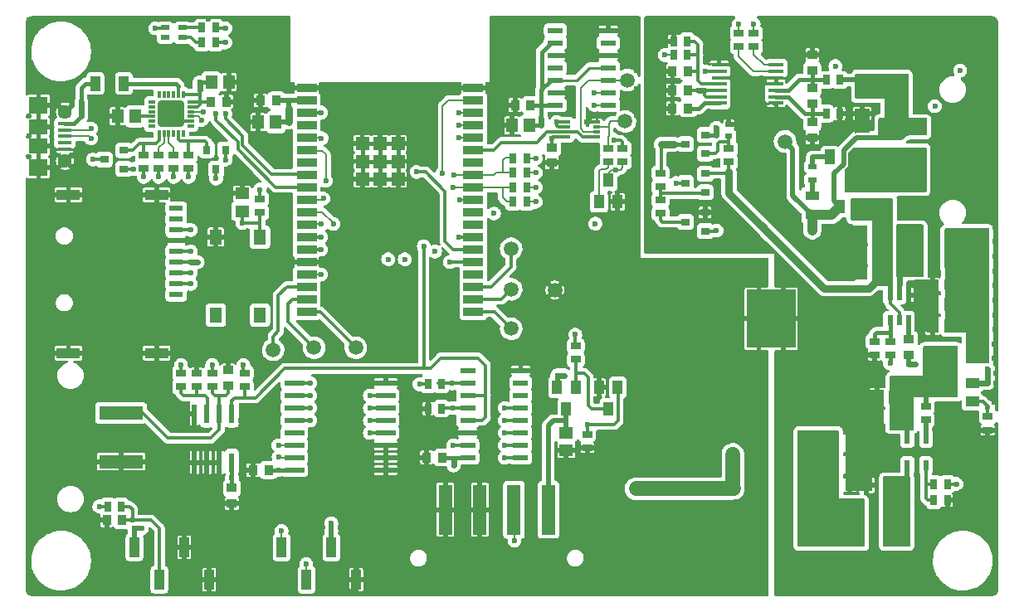
<source format=gbr>
G04 #@! TF.GenerationSoftware,KiCad,Pcbnew,(6.0.0-rc1-255-gd64ae52042)*
G04 #@! TF.CreationDate,2021-12-16T13:03:02+13:00*
G04 #@! TF.ProjectId,main_board,6d61696e-5f62-46f6-9172-642e6b696361,rev?*
G04 #@! TF.SameCoordinates,Original*
G04 #@! TF.FileFunction,Copper,L1,Top*
G04 #@! TF.FilePolarity,Positive*
%FSLAX46Y46*%
G04 Gerber Fmt 4.6, Leading zero omitted, Abs format (unit mm)*
G04 Created by KiCad (PCBNEW (6.0.0-rc1-255-gd64ae52042)) date 2021-12-16 13:03:02*
%MOMM*%
%LPD*%
G01*
G04 APERTURE LIST*
G04 Aperture macros list*
%AMRoundRect*
0 Rectangle with rounded corners*
0 $1 Rounding radius*
0 $2 $3 $4 $5 $6 $7 $8 $9 X,Y pos of 4 corners*
0 Add a 4 corners polygon primitive as box body*
4,1,4,$2,$3,$4,$5,$6,$7,$8,$9,$2,$3,0*
0 Add four circle primitives for the rounded corners*
1,1,$1+$1,$2,$3*
1,1,$1+$1,$4,$5*
1,1,$1+$1,$6,$7*
1,1,$1+$1,$8,$9*
0 Add four rect primitives between the rounded corners*
20,1,$1+$1,$2,$3,$4,$5,0*
20,1,$1+$1,$4,$5,$6,$7,0*
20,1,$1+$1,$6,$7,$8,$9,0*
20,1,$1+$1,$8,$9,$2,$3,0*%
G04 Aperture macros list end*
G04 #@! TA.AperFunction,SMDPad,CuDef*
%ADD10R,4.500000X1.400000*%
G04 #@! TD*
G04 #@! TA.AperFunction,SMDPad,CuDef*
%ADD11R,1.150000X1.450000*%
G04 #@! TD*
G04 #@! TA.AperFunction,SMDPad,CuDef*
%ADD12C,1.500000*%
G04 #@! TD*
G04 #@! TA.AperFunction,SMDPad,CuDef*
%ADD13R,0.990000X0.720000*%
G04 #@! TD*
G04 #@! TA.AperFunction,SMDPad,CuDef*
%ADD14R,1.000000X1.500000*%
G04 #@! TD*
G04 #@! TA.AperFunction,SMDPad,CuDef*
%ADD15R,0.950000X1.000000*%
G04 #@! TD*
G04 #@! TA.AperFunction,SMDPad,CuDef*
%ADD16R,0.720000X0.990000*%
G04 #@! TD*
G04 #@! TA.AperFunction,SMDPad,CuDef*
%ADD17R,0.900000X0.800000*%
G04 #@! TD*
G04 #@! TA.AperFunction,SMDPad,CuDef*
%ADD18R,1.550000X0.600000*%
G04 #@! TD*
G04 #@! TA.AperFunction,SMDPad,CuDef*
%ADD19R,1.500000X0.450000*%
G04 #@! TD*
G04 #@! TA.AperFunction,SMDPad,CuDef*
%ADD20R,1.000000X1.400000*%
G04 #@! TD*
G04 #@! TA.AperFunction,SMDPad,CuDef*
%ADD21R,0.800000X0.900000*%
G04 #@! TD*
G04 #@! TA.AperFunction,SMDPad,CuDef*
%ADD22R,1.450000X1.150000*%
G04 #@! TD*
G04 #@! TA.AperFunction,SMDPad,CuDef*
%ADD23R,1.200000X1.200000*%
G04 #@! TD*
G04 #@! TA.AperFunction,SMDPad,CuDef*
%ADD24R,0.900000X0.500000*%
G04 #@! TD*
G04 #@! TA.AperFunction,SMDPad,CuDef*
%ADD25R,0.570000X1.970000*%
G04 #@! TD*
G04 #@! TA.AperFunction,SMDPad,CuDef*
%ADD26R,1.000000X2.000000*%
G04 #@! TD*
G04 #@! TA.AperFunction,SMDPad,CuDef*
%ADD27R,1.000000X0.950000*%
G04 #@! TD*
G04 #@! TA.AperFunction,SMDPad,CuDef*
%ADD28R,0.750000X0.300000*%
G04 #@! TD*
G04 #@! TA.AperFunction,SMDPad,CuDef*
%ADD29R,0.300000X0.750000*%
G04 #@! TD*
G04 #@! TA.AperFunction,SMDPad,CuDef*
%ADD30RoundRect,0.265000X1.060000X1.060000X-1.060000X1.060000X-1.060000X-1.060000X1.060000X-1.060000X0*%
G04 #@! TD*
G04 #@! TA.AperFunction,SMDPad,CuDef*
%ADD31R,0.600000X1.100000*%
G04 #@! TD*
G04 #@! TA.AperFunction,SMDPad,CuDef*
%ADD32R,1.500000X4.000000*%
G04 #@! TD*
G04 #@! TA.AperFunction,SMDPad,CuDef*
%ADD33R,0.800000X0.300000*%
G04 #@! TD*
G04 #@! TA.AperFunction,SMDPad,CuDef*
%ADD34R,2.499000X6.000000*%
G04 #@! TD*
G04 #@! TA.AperFunction,SMDPad,CuDef*
%ADD35R,1.400000X1.000000*%
G04 #@! TD*
G04 #@! TA.AperFunction,SMDPad,CuDef*
%ADD36R,1.400000X0.620000*%
G04 #@! TD*
G04 #@! TA.AperFunction,SMDPad,CuDef*
%ADD37R,2.400000X1.100000*%
G04 #@! TD*
G04 #@! TA.AperFunction,SMDPad,CuDef*
%ADD38R,1.450000X0.950000*%
G04 #@! TD*
G04 #@! TA.AperFunction,SMDPad,CuDef*
%ADD39R,1.300000X1.550000*%
G04 #@! TD*
G04 #@! TA.AperFunction,SMDPad,CuDef*
%ADD40R,2.000000X0.600000*%
G04 #@! TD*
G04 #@! TA.AperFunction,SMDPad,CuDef*
%ADD41R,1.400000X5.100000*%
G04 #@! TD*
G04 #@! TA.AperFunction,SMDPad,CuDef*
%ADD42R,1.330000X1.330000*%
G04 #@! TD*
G04 #@! TA.AperFunction,SMDPad,CuDef*
%ADD43R,2.000000X0.900000*%
G04 #@! TD*
G04 #@! TA.AperFunction,SMDPad,CuDef*
%ADD44R,0.700000X0.600000*%
G04 #@! TD*
G04 #@! TA.AperFunction,SMDPad,CuDef*
%ADD45R,1.350000X0.400000*%
G04 #@! TD*
G04 #@! TA.AperFunction,ComponentPad*
%ADD46C,1.450000*%
G04 #@! TD*
G04 #@! TA.AperFunction,SMDPad,CuDef*
%ADD47R,1.900000X1.500000*%
G04 #@! TD*
G04 #@! TA.AperFunction,SMDPad,CuDef*
%ADD48R,1.900000X1.800000*%
G04 #@! TD*
G04 #@! TA.AperFunction,ComponentPad*
%ADD49O,1.600000X0.900000*%
G04 #@! TD*
G04 #@! TA.AperFunction,SMDPad,CuDef*
%ADD50R,0.850900X0.508000*%
G04 #@! TD*
G04 #@! TA.AperFunction,ViaPad*
%ADD51C,0.600000*%
G04 #@! TD*
G04 #@! TA.AperFunction,ViaPad*
%ADD52C,1.000000*%
G04 #@! TD*
G04 #@! TA.AperFunction,Conductor*
%ADD53C,0.750000*%
G04 #@! TD*
G04 #@! TA.AperFunction,Conductor*
%ADD54C,0.500000*%
G04 #@! TD*
G04 #@! TA.AperFunction,Conductor*
%ADD55C,0.300000*%
G04 #@! TD*
G04 #@! TA.AperFunction,Conductor*
%ADD56C,0.400000*%
G04 #@! TD*
G04 #@! TA.AperFunction,Conductor*
%ADD57C,0.600000*%
G04 #@! TD*
G04 #@! TA.AperFunction,Conductor*
%ADD58C,0.200000*%
G04 #@! TD*
G04 #@! TA.AperFunction,Conductor*
%ADD59C,1.000000*%
G04 #@! TD*
G04 #@! TA.AperFunction,Conductor*
%ADD60C,1.500000*%
G04 #@! TD*
G04 #@! TA.AperFunction,Conductor*
%ADD61C,0.250000*%
G04 #@! TD*
G04 APERTURE END LIST*
D10*
G04 #@! TO.P,J300,1,Pin_1*
G04 #@! TO.N,+BATT*
X176762600Y-70929400D03*
G04 #@! TO.P,J300,2,Pin_2*
G04 #@! TO.N,-BATT*
X176762600Y-65929400D03*
G04 #@! TD*
G04 #@! TO.P,J400,1,Pin_1*
G04 #@! TO.N,/rain_gauge_logger/Vin*
X97062600Y-95129400D03*
G04 #@! TO.P,J400,2,Pin_2*
G04 #@! TO.N,GND*
X97062600Y-100129400D03*
G04 #@! TD*
D11*
G04 #@! TO.P,C302,1,1*
G04 #@! TO.N,+12V*
X174283200Y-76896072D03*
G04 #@! TO.P,C302,2,2*
G04 #@! TO.N,GNDA*
X172483200Y-76896072D03*
G04 #@! TD*
D12*
G04 #@! TO.P,TP100,1,1*
G04 #@! TO.N,Net-(TP100-Pad1)*
X112580551Y-88706600D03*
G04 #@! TD*
D13*
G04 #@! TO.P,R104,1,1*
G04 #@! TO.N,/esp32_board/RTS*
X99395200Y-68811598D03*
G04 #@! TO.P,R104,2,2*
G04 #@! TO.N,Net-(Q101-Pad1)*
X99395200Y-70191600D03*
G04 #@! TD*
D12*
G04 #@! TO.P,TP304,1,1*
G04 #@! TO.N,-BATT*
X164812600Y-67429400D03*
G04 #@! TD*
G04 #@! TO.P,TP105,1,1*
G04 #@! TO.N,Net-(TP105-Pad1)*
X136864203Y-86547600D03*
G04 #@! TD*
D14*
G04 #@! TO.P,D300,A,A*
G04 #@! TO.N,Net-(D300-PadA)*
X169359249Y-69027599D03*
G04 #@! TO.P,D300,K,K*
G04 #@! TO.N,+BATT*
X172259248Y-69027599D03*
G04 #@! TD*
D15*
G04 #@! TO.P,C100,1,1*
G04 #@! TO.N,+3V3*
X112905551Y-63234576D03*
G04 #@! TO.P,C100,2,2*
G04 #@! TO.N,GND*
X111305552Y-63234576D03*
G04 #@! TD*
D13*
G04 #@! TO.P,R403,1,1*
G04 #@! TO.N,+3V3*
X103179683Y-91094601D03*
G04 #@! TO.P,R403,2,2*
G04 #@! TO.N,/rain_gauge_logger/Vref*
X103179683Y-92474604D03*
G04 #@! TD*
G04 #@! TO.P,R501,1,1*
G04 #@! TO.N,SDI_EN*
X144632600Y-97317807D03*
G04 #@! TO.P,R501,2,2*
G04 #@! TO.N,GND*
X144632600Y-98697809D03*
G04 #@! TD*
D12*
G04 #@! TO.P,TP103,1,1*
G04 #@! TO.N,Net-(TP103-Pad1)*
X121004200Y-88484599D03*
G04 #@! TD*
D16*
G04 #@! TO.P,R203,1,1*
G04 #@! TO.N,Net-(C200-Pad1)*
X154822200Y-57210600D03*
G04 #@! TO.P,R203,2,2*
G04 #@! TO.N,GNDA*
X153442200Y-57210600D03*
G04 #@! TD*
D17*
G04 #@! TO.P,Q100,1,B*
G04 #@! TO.N,Net-(Q100-Pad1)*
X97347200Y-70225601D03*
G04 #@! TO.P,Q100,2,E*
G04 #@! TO.N,/esp32_board/RTS*
X97347200Y-68325602D03*
G04 #@! TO.P,Q100,3,C*
G04 #@! TO.N,/esp32_board/EN*
X95347200Y-69275600D03*
G04 #@! TD*
D12*
G04 #@! TO.P,TP501,1,1*
G04 #@! TO.N,Net-(TP501-Pad1)*
X148728396Y-61166180D03*
G04 #@! TD*
G04 #@! TO.P,TP302,1,1*
G04 #@! TO.N,+3V3*
X167213200Y-102498373D03*
G04 #@! TD*
D15*
G04 #@! TO.P,C311,1,1*
G04 #@! TO.N,+5V*
X181480200Y-82040873D03*
G04 #@! TO.P,C311,2,2*
G04 #@! TO.N,GNDA*
X179880200Y-82040873D03*
G04 #@! TD*
D13*
G04 #@! TO.P,R503,1,1*
G04 #@! TO.N,Net-(R503-Pad1)*
X146778397Y-68127609D03*
G04 #@! TO.P,R503,2,2*
G04 #@! TO.N,Net-(Q502-Pad1)*
X146778397Y-69507611D03*
G04 #@! TD*
G04 #@! TO.P,R301,1,1*
G04 #@! TO.N,Net-(R300-Pad2)*
X173941205Y-87839675D03*
G04 #@! TO.P,R301,2,2*
G04 #@! TO.N,GNDA*
X173941205Y-89219677D03*
G04 #@! TD*
D18*
G04 #@! TO.P,U500,1*
G04 #@! TO.N,SDI_FOut*
X146778397Y-63706180D03*
G04 #@! TO.P,U500,2*
G04 #@! TO.N,SDI_TX*
X146778397Y-62436180D03*
G04 #@! TO.P,U500,3*
G04 #@! TO.N,Net-(TP501-Pad1)*
X146778397Y-61166180D03*
G04 #@! TO.P,U500,4*
G04 #@! TO.N,+5V*
X146778397Y-59896180D03*
G04 #@! TO.P,U500,5*
G04 #@! TO.N,GND*
X146778397Y-58626180D03*
G04 #@! TO.P,U500,6*
G04 #@! TO.N,unconnected-(U500-Pad6)*
X146778397Y-57356180D03*
G04 #@! TO.P,U500,7,GND*
G04 #@! TO.N,GND*
X146778397Y-56086180D03*
G04 #@! TO.P,U500,8*
G04 #@! TO.N,unconnected-(U500-Pad8)*
X141378398Y-56086180D03*
G04 #@! TO.P,U500,9*
G04 #@! TO.N,+5V*
X141378398Y-57356180D03*
G04 #@! TO.P,U500,10*
G04 #@! TO.N,GND*
X141378398Y-58626180D03*
G04 #@! TO.P,U500,11*
G04 #@! TO.N,unconnected-(U500-Pad11)*
X141378398Y-59896180D03*
G04 #@! TO.P,U500,12*
G04 #@! TO.N,+5V*
X141378398Y-61166180D03*
G04 #@! TO.P,U500,13*
G04 #@! TO.N,GND*
X141378398Y-62436180D03*
G04 #@! TO.P,U500,14,VCC*
G04 #@! TO.N,+5V*
X141378398Y-63706180D03*
G04 #@! TD*
D16*
G04 #@! TO.P,R209,1,1*
G04 #@! TO.N,Net-(R208-Pad2)*
X138439200Y-73593600D03*
G04 #@! TO.P,R209,2,2*
G04 #@! TO.N,I2C_SCL*
X137059200Y-73593600D03*
G04 #@! TD*
G04 #@! TO.P,R204,1,1*
G04 #@! TO.N,+3V3*
X138439200Y-70628600D03*
G04 #@! TO.P,R204,2,2*
G04 #@! TO.N,I2C_SDA*
X137059200Y-70628600D03*
G04 #@! TD*
D19*
G04 #@! TO.P,IC200,1,P2*
G04 #@! TO.N,GNDA*
X158090200Y-59608390D03*
G04 #@! TO.P,IC200,2,VEN*
G04 #@! TO.N,Net-(IC200-Pad2)*
X158090200Y-60258392D03*
G04 #@! TO.P,IC200,3,P1*
G04 #@! TO.N,GNDA*
X158090200Y-60908390D03*
G04 #@! TO.P,IC200,4,BAT*
G04 #@! TO.N,Net-(C200-Pad1)*
X158090200Y-61558392D03*
G04 #@! TO.P,IC200,5,CE*
G04 #@! TO.N,Net-(C201-Pad2)*
X158090200Y-62208390D03*
G04 #@! TO.P,IC200,6,REGIN*
X158090200Y-62858392D03*
G04 #@! TO.P,IC200,7,REG25*
G04 #@! TO.N,+2V5*
X158090200Y-63508390D03*
G04 #@! TO.P,IC200,8,VSS*
G04 #@! TO.N,GNDA*
X163890202Y-63508390D03*
G04 #@! TO.P,IC200,9,SRP*
G04 #@! TO.N,/power_system/battery_fuel_gauge/BATT_P*
X163890202Y-62858392D03*
G04 #@! TO.P,IC200,10,SRN*
G04 #@! TO.N,/power_system/battery_fuel_gauge/BATT_N*
X163890202Y-62208390D03*
G04 #@! TO.P,IC200,11,P6/TS*
G04 #@! TO.N,GNDA*
X163890202Y-61558392D03*
G04 #@! TO.P,IC200,12,P5/HDQ*
X163890202Y-60908390D03*
G04 #@! TO.P,IC200,13,P4/SCL*
G04 #@! TO.N,Net-(IC200-Pad13)*
X163890202Y-60258392D03*
G04 #@! TO.P,IC200,14,P3/SDA*
G04 #@! TO.N,Net-(IC200-Pad14)*
X163890202Y-59608390D03*
G04 #@! TD*
D20*
G04 #@! TO.P,Q300,1,G*
G04 #@! TO.N,-BATT*
X170426198Y-74108600D03*
G04 #@! TO.P,Q300,2,S*
G04 #@! TO.N,+12V*
X172326197Y-74108600D03*
G04 #@! TO.P,Q300,3,D*
G04 #@! TO.N,+BATT*
X171376200Y-71908600D03*
G04 #@! TD*
D21*
G04 #@! TO.P,Q101,1,B*
G04 #@! TO.N,Net-(Q101-Pad1)*
X107711200Y-68275599D03*
G04 #@! TO.P,Q101,2,E*
G04 #@! TO.N,/esp32_board/DTR*
X105811202Y-68275599D03*
G04 #@! TO.P,Q101,3,C*
G04 #@! TO.N,/esp32_board/IO0*
X106761200Y-70275601D03*
G04 #@! TD*
D22*
G04 #@! TO.P,C500,1,1*
G04 #@! TO.N,GND*
X142492264Y-98941408D03*
G04 #@! TO.P,C500,2,2*
G04 #@! TO.N,/sdi-12/SDI_Pow*
X142492264Y-97141407D03*
G04 #@! TD*
D23*
G04 #@! TO.P,D302,A,A*
G04 #@! TO.N,GNDA*
X173132195Y-102527774D03*
G04 #@! TO.P,D302,K,K*
G04 #@! TO.N,Net-(D302-PadK)*
X175932195Y-102527774D03*
G04 #@! TD*
D15*
G04 #@! TO.P,C305,1,1*
G04 #@! TO.N,+12V*
X174283200Y-80990872D03*
G04 #@! TO.P,C305,2,2*
G04 #@! TO.N,GNDA*
X172683202Y-80990872D03*
G04 #@! TD*
D24*
G04 #@! TO.P,D301,A,A*
G04 #@! TO.N,Net-(D301-PadA)*
X167594200Y-71363602D03*
G04 #@! TO.P,D301,K,K*
G04 #@! TO.N,Net-(D300-PadA)*
X167594200Y-69983600D03*
G04 #@! TD*
D12*
G04 #@! TO.P,TP300,1,1*
G04 #@! TO.N,+5V*
X184562600Y-80179400D03*
G04 #@! TD*
D25*
G04 #@! TO.P,U402,1,1*
G04 #@! TO.N,RAIN_CLK*
X108370681Y-95248601D03*
G04 #@! TO.P,U402,2,-*
G04 #@! TO.N,/rain_gauge_logger/Vin*
X107100681Y-95248601D03*
G04 #@! TO.P,U402,3,+*
G04 #@! TO.N,/rain_gauge_logger/Vref*
X105830681Y-95248601D03*
G04 #@! TO.P,U402,4,V-*
G04 #@! TO.N,GND*
X104560681Y-95248601D03*
G04 #@! TO.P,U402,5,+*
X104560681Y-100198599D03*
G04 #@! TO.P,U402,6,_*
X105830681Y-100198599D03*
G04 #@! TO.P,U402,7,7*
X107100681Y-100198599D03*
G04 #@! TO.P,U402,8,V+*
G04 #@! TO.N,+3V3*
X108370681Y-100198599D03*
G04 #@! TD*
D11*
G04 #@! TO.P,C309,1,1*
G04 #@! TO.N,+3V3*
X169743200Y-98238775D03*
G04 #@! TO.P,C309,2,2*
G04 #@! TO.N,GNDA*
X171543202Y-98238775D03*
G04 #@! TD*
D18*
G04 #@! TO.P,U401,1,Q1*
G04 #@! TO.N,Net-(U400-Pad5)*
X137837203Y-99712801D03*
G04 #@! TO.P,U401,2,Q2*
G04 #@! TO.N,Net-(U400-Pad6)*
X137837203Y-98442801D03*
G04 #@! TO.P,U401,3,Q3*
G04 #@! TO.N,Net-(U400-Pad7)*
X137837203Y-97172801D03*
G04 #@! TO.P,U401,4,Q4*
G04 #@! TO.N,Net-(U400-Pad9)*
X137837203Y-95902801D03*
G04 #@! TO.P,U401,5,Q5*
G04 #@! TO.N,Net-(U400-Pad10)*
X137837203Y-94632801D03*
G04 #@! TO.P,U401,6,Q6*
G04 #@! TO.N,unconnected-(U401-Pad6)*
X137837203Y-93362801D03*
G04 #@! TO.P,U401,7,Q7*
G04 #@! TO.N,unconnected-(U401-Pad7)*
X137837203Y-92092801D03*
G04 #@! TO.P,U401,8,GND*
G04 #@! TO.N,GND*
X137837203Y-90822801D03*
G04 #@! TO.P,U401,9,~{RCO*
G04 #@! TO.N,unconnected-(U401-Pad9)*
X132437204Y-90822801D03*
G04 #@! TO.P,U401,10,~{MRC*
G04 #@! TO.N,/rain_gauge_logger/RAIN_RESET*
X132437204Y-92092801D03*
G04 #@! TO.P,U401,11,CPC*
G04 #@! TO.N,RAIN_CLK*
X132437204Y-93362801D03*
G04 #@! TO.P,U401,12,~{CE*
G04 #@! TO.N,/rain_gauge_logger/RAIN_CE*
X132437204Y-94632801D03*
G04 #@! TO.P,U401,13,CPR*
G04 #@! TO.N,RAIN_CLK*
X132437204Y-95902801D03*
G04 #@! TO.P,U401,14,~{OE*
G04 #@! TO.N,GND*
X132437204Y-97172801D03*
G04 #@! TO.P,U401,15,Q0*
G04 #@! TO.N,Net-(U400-Pad4)*
X132437204Y-98442801D03*
G04 #@! TO.P,U401,16,VCC*
G04 #@! TO.N,+3V3*
X132437204Y-99712801D03*
G04 #@! TD*
D13*
G04 #@! TO.P,R206,1,1*
G04 #@! TO.N,Net-(IC200-Pad14)*
X161605200Y-57743934D03*
G04 #@! TO.P,R206,2,2*
G04 #@! TO.N,Net-(R206-Pad2)*
X161605200Y-56363932D03*
G04 #@! TD*
D26*
G04 #@! TO.P,J103,1,Pin_1*
G04 #@! TO.N,I2C_SCL*
X113441400Y-108874601D03*
G04 #@! TO.P,J103,2,Pin_2*
G04 #@! TO.N,I2C_SDA*
X115981400Y-112174600D03*
G04 #@! TO.P,J103,3,Pin_3*
G04 #@! TO.N,+3V3*
X118521400Y-108874601D03*
G04 #@! TO.P,J103,4,Pin_4*
G04 #@! TO.N,GND*
X121061400Y-112174600D03*
G04 #@! TD*
D13*
G04 #@! TO.P,R502,1,1*
G04 #@! TO.N,+3V3*
X148228397Y-68127609D03*
G04 #@! TO.P,R502,2,2*
G04 #@! TO.N,SDI_RX*
X148228397Y-69507611D03*
G04 #@! TD*
D12*
G04 #@! TO.P,TP301,1,1*
G04 #@! TO.N,+12V*
X174312600Y-74179400D03*
G04 #@! TD*
D16*
G04 #@! TO.P,R207,1,1*
G04 #@! TO.N,Net-(R206-Pad2)*
X138439200Y-69128597D03*
G04 #@! TO.P,R207,2,2*
G04 #@! TO.N,I2C_SDA*
X137059200Y-69128597D03*
G04 #@! TD*
D27*
G04 #@! TO.P,C403,1,1*
G04 #@! TO.N,GND*
X107981375Y-90788808D03*
G04 #@! TO.P,C403,2,2*
G04 #@! TO.N,/rain_gauge_logger/Vin*
X107981375Y-92388808D03*
G04 #@! TD*
D15*
G04 #@! TO.P,C402,1,1*
G04 #@! TO.N,GND*
X128264606Y-99681523D03*
G04 #@! TO.P,C402,2,2*
G04 #@! TO.N,+3V3*
X129864606Y-99681523D03*
G04 #@! TD*
D16*
G04 #@! TO.P,R107,1,1*
G04 #@! TO.N,Net-(D101-Pad1)*
X105309200Y-55813600D03*
G04 #@! TO.P,R107,2,2*
G04 #@! TO.N,/esp32_board/LED_RED*
X106689200Y-55813600D03*
G04 #@! TD*
D26*
G04 #@! TO.P,J104,4,Pin_4*
G04 #@! TO.N,GND*
X106050000Y-112174198D03*
G04 #@! TO.P,J104,3,Pin_3*
X103510000Y-108874200D03*
G04 #@! TO.P,J104,2,Pin_2*
G04 #@! TO.N,/esp32_board/WIFI_EN*
X100970000Y-112174198D03*
G04 #@! TO.P,J104,1,Pin_1*
G04 #@! TO.N,+3V3*
X98430000Y-108874200D03*
G04 #@! TD*
D28*
G04 #@! TO.P,U100,1,RI*
G04 #@! TO.N,unconnected-(U100-Pad1)*
X104189200Y-65876600D03*
G04 #@! TO.P,U100,2,GND*
G04 #@! TO.N,GND*
X104189200Y-65376601D03*
G04 #@! TO.P,U100,3,D+*
G04 #@! TO.N,/esp32_board/USB_P*
X104189200Y-64876602D03*
G04 #@! TO.P,U100,4,D-*
G04 #@! TO.N,/esp32_board/USB_N*
X104189200Y-64376600D03*
G04 #@! TO.P,U100,5,VIO*
G04 #@! TO.N,+3V3*
X104189200Y-63876601D03*
G04 #@! TO.P,U100,6,VDD*
X104189200Y-63376600D03*
D29*
G04 #@! TO.P,U100,7,REGIN*
X103439200Y-62626601D03*
G04 #@! TO.P,U100,8,VBUS*
G04 #@! TO.N,Net-(D100-PadK)*
X102939200Y-62626601D03*
G04 #@! TO.P,U100,9,~{RST*
G04 #@! TO.N,unconnected-(U100-Pad9)*
X102439202Y-62626601D03*
G04 #@! TO.P,U100,10,VIO/NC*
G04 #@! TO.N,unconnected-(U100-Pad10)*
X101939200Y-62626601D03*
G04 #@! TO.P,U100,11,GPIO.3*
G04 #@! TO.N,unconnected-(U100-Pad11)*
X101439202Y-62626601D03*
G04 #@! TO.P,U100,12,GPIO.2*
G04 #@! TO.N,unconnected-(U100-Pad12)*
X100939200Y-62626601D03*
D28*
G04 #@! TO.P,U100,13,GPIO.1*
G04 #@! TO.N,unconnected-(U100-Pad13)*
X100189200Y-63376600D03*
G04 #@! TO.P,U100,14,GPIO.0*
G04 #@! TO.N,unconnected-(U100-Pad14)*
X100189200Y-63876601D03*
G04 #@! TO.P,U100,15,~{SUSPEND*
G04 #@! TO.N,unconnected-(U100-Pad15)*
X100189200Y-64376600D03*
G04 #@! TO.P,U100,16,VPP*
G04 #@! TO.N,Net-(C105-Pad1)*
X100189200Y-64876602D03*
G04 #@! TO.P,U100,17,SUSPEND*
G04 #@! TO.N,unconnected-(U100-Pad17)*
X100189200Y-65376601D03*
G04 #@! TO.P,U100,18,CTS*
G04 #@! TO.N,unconnected-(U100-Pad18)*
X100189200Y-65876600D03*
D29*
G04 #@! TO.P,U100,19,RTS*
G04 #@! TO.N,/esp32_board/RTS*
X100939200Y-66626601D03*
G04 #@! TO.P,U100,20,RXD*
G04 #@! TO.N,/esp32_board/RX_CP*
X101439202Y-66626601D03*
G04 #@! TO.P,U100,21,TXD*
G04 #@! TO.N,/esp32_board/TX_CP*
X101939200Y-66626601D03*
G04 #@! TO.P,U100,22,DSR*
G04 #@! TO.N,unconnected-(U100-Pad22)*
X102439202Y-66626601D03*
G04 #@! TO.P,U100,23,DTR*
G04 #@! TO.N,/esp32_board/DTR*
X102939200Y-66626601D03*
G04 #@! TO.P,U100,24,DCD*
G04 #@! TO.N,unconnected-(U100-Pad24)*
X103439200Y-66626601D03*
D30*
G04 #@! TO.P,U100,EXPAD,PAD*
G04 #@! TO.N,GND*
X102189200Y-64626600D03*
G04 #@! TD*
D13*
G04 #@! TO.P,R306,1,1*
G04 #@! TO.N,GNDA*
X185501200Y-96905222D03*
G04 #@! TO.P,R306,2,2*
G04 #@! TO.N,+5V*
X185501200Y-95525220D03*
G04 #@! TD*
D31*
G04 #@! TO.P,U301,1,SW*
G04 #@! TO.N,Net-(D302-PadK)*
X177289200Y-100476886D03*
G04 #@! TO.P,U301,2,GND*
G04 #@! TO.N,GNDA*
X178239200Y-100476886D03*
G04 #@! TO.P,U301,3,FB*
G04 #@! TO.N,Net-(R304-Pad2)*
X179189198Y-100476886D03*
G04 #@! TO.P,U301,4,EN*
G04 #@! TO.N,Net-(R303-Pad2)*
X179189198Y-97776887D03*
G04 #@! TO.P,U301,5,VIN*
G04 #@! TO.N,Net-(C306-Pad1)*
X177289200Y-97776887D03*
G04 #@! TD*
D13*
G04 #@! TO.P,R500,1,1*
G04 #@! TO.N,+12V*
X143466862Y-88308869D03*
G04 #@! TO.P,R500,2,2*
G04 #@! TO.N,Net-(Q500-Pad1)*
X143466862Y-89688871D03*
G04 #@! TD*
D32*
G04 #@! TO.P,L301,1,1*
G04 #@! TO.N,Net-(D302-PadK)*
X175787200Y-106818375D03*
G04 #@! TO.P,L301,2,2*
G04 #@! TO.N,+3V3*
X172187203Y-106818375D03*
G04 #@! TD*
D16*
G04 #@! TO.P,R401,1,1*
G04 #@! TO.N,+3V3*
X128384571Y-92212755D03*
G04 #@! TO.P,R401,2,2*
G04 #@! TO.N,/rain_gauge_logger/RAIN_RESET*
X129764573Y-92212755D03*
G04 #@! TD*
D33*
G04 #@! TO.P,U501,1,1*
G04 #@! TO.N,SDI_DIR*
X145628397Y-66968604D03*
G04 #@! TO.P,U501,2,2*
G04 #@! TO.N,Net-(TP501-Pad1)*
X145628397Y-66468603D03*
G04 #@! TO.P,U501,3,3*
G04 #@! TO.N,Net-(R503-Pad1)*
X145628397Y-65968604D03*
G04 #@! TO.P,U501,4,GND*
G04 #@! TO.N,GND*
X145628397Y-65468602D03*
G04 #@! TO.P,U501,5,5*
G04 #@! TO.N,/sdi-12/SDI12*
X142528398Y-65468602D03*
G04 #@! TO.P,U501,6,6*
X142528398Y-65968604D03*
G04 #@! TO.P,U501,7,7*
G04 #@! TO.N,SDI_DIR*
X142528398Y-66468603D03*
G04 #@! TO.P,U501,8,VCC*
G04 #@! TO.N,+5V*
X142528398Y-66968604D03*
G04 #@! TD*
D34*
G04 #@! TO.P,SP200,1,1*
G04 #@! TO.N,GND*
X162140203Y-85529675D03*
G04 #@! TO.P,SP200,2,2*
G04 #@! TO.N,GNDA*
X164640203Y-85529675D03*
G04 #@! TD*
D17*
G04 #@! TO.P,Q200,1,G*
G04 #@! TO.N,Net-(IC200-Pad2)*
X156659289Y-76589599D03*
G04 #@! TO.P,Q200,2,S*
G04 #@! TO.N,GNDA*
X156659289Y-74689600D03*
G04 #@! TO.P,Q200,3,D*
G04 #@! TO.N,Net-(Q200-Pad3)*
X154659288Y-75639598D03*
G04 #@! TD*
D13*
G04 #@! TO.P,R208,1,1*
G04 #@! TO.N,Net-(IC200-Pad13)*
X160081200Y-57743934D03*
G04 #@! TO.P,R208,2,2*
G04 #@! TO.N,Net-(R208-Pad2)*
X160081200Y-56363932D03*
G04 #@! TD*
D35*
G04 #@! TO.P,Q301,1,G*
G04 #@! TO.N,+5V*
X183954868Y-94001883D03*
G04 #@! TO.P,Q301,2,S*
G04 #@! TO.N,VBUS*
X183954868Y-92101884D03*
G04 #@! TO.P,Q301,3,D*
G04 #@! TO.N,Net-(C306-Pad1)*
X181754868Y-93051882D03*
G04 #@! TD*
D27*
G04 #@! TO.P,C404,1,1*
G04 #@! TO.N,GND*
X108370681Y-104393602D03*
G04 #@! TO.P,C404,2,2*
G04 #@! TO.N,+3V3*
X108370681Y-102793603D03*
G04 #@! TD*
D11*
G04 #@! TO.P,C105,1,1*
G04 #@! TO.N,Net-(C105-Pad1)*
X98501200Y-64859599D03*
G04 #@! TO.P,C105,2,2*
G04 #@! TO.N,GND*
X96701200Y-64859599D03*
G04 #@! TD*
D20*
G04 #@! TO.P,Q501,1,G*
G04 #@! TO.N,SDI_EN*
X147741601Y-92535175D03*
G04 #@! TO.P,Q501,2,S*
G04 #@! TO.N,GND*
X145841602Y-92535175D03*
G04 #@! TO.P,Q501,3,D*
G04 #@! TO.N,Net-(Q500-Pad1)*
X146791600Y-94735176D03*
G04 #@! TD*
D17*
G04 #@! TO.P,Q201,1,G*
G04 #@! TO.N,Net-(Q201-Pad1)*
X156656200Y-72618598D03*
G04 #@! TO.P,Q201,2,S*
G04 #@! TO.N,+12V*
X156656200Y-70718599D03*
G04 #@! TO.P,Q201,3,D*
G04 #@! TO.N,Net-(Q201-Pad3)*
X154656200Y-71668597D03*
G04 #@! TD*
D11*
G04 #@! TO.P,C310,1,1*
G04 #@! TO.N,+3V3*
X169743200Y-100437173D03*
G04 #@! TO.P,C310,2,2*
G04 #@! TO.N,GNDA*
X171543202Y-100437173D03*
G04 #@! TD*
D20*
G04 #@! TO.P,Q500,1,G*
G04 #@! TO.N,Net-(Q500-Pad1)*
X143442265Y-92543173D03*
G04 #@! TO.P,Q500,2,S*
G04 #@! TO.N,+12V*
X141542266Y-92543173D03*
G04 #@! TO.P,Q500,3,D*
G04 #@! TO.N,/sdi-12/SDI_Pow*
X142492264Y-94743174D03*
G04 #@! TD*
D22*
G04 #@! TO.P,C104,1,1*
G04 #@! TO.N,/esp32_board/EN*
X109418197Y-74543598D03*
G04 #@! TO.P,C104,2,2*
G04 #@! TO.N,GND*
X109418197Y-72743597D03*
G04 #@! TD*
D11*
G04 #@! TO.P,C301,1,1*
G04 #@! TO.N,+5V*
X181680202Y-86254674D03*
G04 #@! TO.P,C301,2,2*
G04 #@! TO.N,GNDA*
X179880200Y-86254674D03*
G04 #@! TD*
D31*
G04 #@! TO.P,U300,1,GND*
G04 #@! TO.N,GNDA*
X177416202Y-83104673D03*
G04 #@! TO.P,U300,2,SW*
G04 #@! TO.N,Net-(C304-Pad1)*
X176466202Y-83104673D03*
G04 #@! TO.P,U300,3,VIN*
G04 #@! TO.N,+12V*
X175516203Y-83104673D03*
G04 #@! TO.P,U300,4,VFB*
G04 #@! TO.N,Net-(R300-Pad2)*
X175516203Y-85704673D03*
G04 #@! TO.P,U300,5,EN*
G04 #@! TO.N,+12V*
X176466202Y-85704673D03*
G04 #@! TO.P,U300,6,VBST*
G04 #@! TO.N,Net-(C304-Pad2)*
X177416202Y-85704673D03*
G04 #@! TD*
D14*
G04 #@! TO.P,D303,A,A*
G04 #@! TO.N,+5V*
X184254868Y-89324874D03*
G04 #@! TO.P,D303,K,K*
G04 #@! TO.N,Net-(C306-Pad1)*
X181354868Y-89324874D03*
G04 #@! TD*
D13*
G04 #@! TO.P,R103,1,1*
G04 #@! TO.N,/esp32_board/DTR*
X103939200Y-68811598D03*
G04 #@! TO.P,R103,2,2*
G04 #@! TO.N,Net-(Q100-Pad1)*
X103939200Y-70191600D03*
G04 #@! TD*
G04 #@! TO.P,R404,1,1*
G04 #@! TO.N,+3V3*
X109682200Y-91093598D03*
G04 #@! TO.P,R404,2,2*
G04 #@! TO.N,RAIN_CLK*
X109682200Y-92473600D03*
G04 #@! TD*
G04 #@! TO.P,R300,1,1*
G04 #@! TO.N,+5V*
X175516203Y-89219677D03*
G04 #@! TO.P,R300,2,2*
G04 #@! TO.N,Net-(R300-Pad2)*
X175516203Y-87839675D03*
G04 #@! TD*
G04 #@! TO.P,R101,1,1*
G04 #@! TO.N,/esp32_board/TX_CP*
X102443200Y-68811598D03*
G04 #@! TO.P,R101,2,2*
G04 #@! TO.N,/esp32_board/RX_ESP*
X102443200Y-70191600D03*
G04 #@! TD*
G04 #@! TO.P,R100,1,1*
G04 #@! TO.N,/esp32_board/EN*
X111225202Y-74658599D03*
G04 #@! TO.P,R100,2,2*
G04 #@! TO.N,+3V3*
X111225202Y-73278597D03*
G04 #@! TD*
D15*
G04 #@! TO.P,C106,1,1*
G04 #@! TO.N,/esp32_board/WIFI_EN*
X97198001Y-106105600D03*
G04 #@! TO.P,C106,2,2*
G04 #@! TO.N,GND*
X95598002Y-106105600D03*
G04 #@! TD*
D11*
G04 #@! TO.P,C501,1,1*
G04 #@! TO.N,+5V*
X138749066Y-65806778D03*
G04 #@! TO.P,C501,2,2*
G04 #@! TO.N,GND*
X136949064Y-65806778D03*
G04 #@! TD*
D16*
G04 #@! TO.P,R400,1,1*
G04 #@! TO.N,/rain_gauge_logger/RAIN_CE*
X129764573Y-94710530D03*
G04 #@! TO.P,R400,2,2*
G04 #@! TO.N,GND*
X128384571Y-94710530D03*
G04 #@! TD*
D32*
G04 #@! TO.P,L300,1,1*
G04 #@! TO.N,Net-(C304-Pad1)*
X178190200Y-78419600D03*
G04 #@! TO.P,L300,2,2*
G04 #@! TO.N,+5V*
X181790197Y-78419600D03*
G04 #@! TD*
D36*
G04 #@! TO.P,J102,P1,DAT2*
G04 #@! TO.N,unconnected-(J102-PadP1)*
X102692200Y-83064600D03*
G04 #@! TO.P,J102,P2,CD/DAT3*
G04 #@! TO.N,/esp32_board/SD_CS*
X102692200Y-81964599D03*
G04 #@! TO.P,J102,P3,CMD*
G04 #@! TO.N,/esp32_board/SD_DI*
X102692200Y-80864599D03*
G04 #@! TO.P,J102,P4,VDD*
G04 #@! TO.N,+3V3*
X102692200Y-79764599D03*
G04 #@! TO.P,J102,P5,CLK*
G04 #@! TO.N,/esp32_board/SD_CLK*
X102692200Y-78664601D03*
G04 #@! TO.P,J102,P6,VSS*
G04 #@! TO.N,GND*
X102692200Y-77564600D03*
G04 #@! TO.P,J102,P7,DAT0*
G04 #@! TO.N,/esp32_board/SD_DO*
X102692200Y-76464600D03*
G04 #@! TO.P,J102,P8,DAT1*
G04 #@! TO.N,unconnected-(J102-PadP8)*
X102692200Y-75364600D03*
G04 #@! TO.P,J102,P9,CD*
G04 #@! TO.N,unconnected-(J102-PadP9)*
X102692200Y-74264599D03*
D37*
G04 #@! TO.P,J102,SH1,SHIELD*
G04 #@! TO.N,GND*
X91692200Y-72884600D03*
G04 #@! TO.P,J102,SH2,SHIELD*
X100692200Y-72884600D03*
G04 #@! TO.P,J102,SH3,SHIELD*
X100692200Y-89034600D03*
G04 #@! TO.P,J102,SH4,SHIELD*
X91692200Y-89034600D03*
G04 #@! TD*
D12*
G04 #@! TO.P,TP106,1,1*
G04 #@! TO.N,GND*
X141318591Y-82585200D03*
G04 #@! TD*
D17*
G04 #@! TO.P,Q202,1,G*
G04 #@! TO.N,Net-(D200-PadK)*
X156656200Y-68658598D03*
G04 #@! TO.P,Q202,2,S*
G04 #@! TO.N,Net-(C201-Pad2)*
X156656200Y-66758600D03*
G04 #@! TO.P,Q202,3,D*
G04 #@! TO.N,+12V*
X154656200Y-67708598D03*
G04 #@! TD*
D16*
G04 #@! TO.P,R106,1,1*
G04 #@! TO.N,/esp32_board/LED_GREEN*
X106689200Y-57337600D03*
G04 #@! TO.P,R106,2,2*
G04 #@! TO.N,Net-(D101-Pad4)*
X105309200Y-57337600D03*
G04 #@! TD*
D14*
G04 #@! TO.P,D100,A,A*
G04 #@! TO.N,VBUS*
X94447200Y-61508597D03*
G04 #@! TO.P,D100,K,K*
G04 #@! TO.N,Net-(D100-PadK)*
X97347200Y-61508597D03*
G04 #@! TD*
D15*
G04 #@! TO.P,C200,1,1*
G04 #@! TO.N,Net-(C200-Pad1)*
X154932203Y-60258392D03*
G04 #@! TO.P,C200,2,2*
G04 #@! TO.N,GNDA*
X153332204Y-60258392D03*
G04 #@! TD*
D38*
G04 #@! TO.P,R213,1,1*
G04 #@! TO.N,GNDA*
X172683202Y-64577598D03*
G04 #@! TO.P,R213,2,2*
G04 #@! TO.N,-BATT*
X172683202Y-62577597D03*
G04 #@! TD*
D13*
G04 #@! TO.P,R201,1,1*
G04 #@! TO.N,Net-(Q201-Pad1)*
X152100200Y-73398599D03*
G04 #@! TO.P,R201,2,2*
G04 #@! TO.N,Net-(Q200-Pad3)*
X152100200Y-74778601D03*
G04 #@! TD*
G04 #@! TO.P,R405,1,1*
G04 #@! TO.N,/rain_gauge_logger/Vref*
X104789200Y-92473600D03*
G04 #@! TO.P,R405,2,2*
G04 #@! TO.N,GND*
X104789200Y-91093598D03*
G04 #@! TD*
D15*
G04 #@! TO.P,C202,1,1*
G04 #@! TO.N,GNDA*
X153332202Y-64048597D03*
G04 #@! TO.P,C202,2,2*
G04 #@! TO.N,+2V5*
X154932200Y-64048597D03*
G04 #@! TD*
D16*
G04 #@! TO.P,R304,1,1*
G04 #@! TO.N,+3V3*
X181370200Y-102391409D03*
G04 #@! TO.P,R304,2,2*
G04 #@! TO.N,Net-(R304-Pad2)*
X179990198Y-102391409D03*
G04 #@! TD*
D39*
G04 #@! TO.P,SW100,1,A0*
G04 #@! TO.N,/esp32_board/EN*
X111225202Y-77199597D03*
G04 #@! TO.P,SW100,2,A1*
G04 #@! TO.N,unconnected-(SW100-Pad2)*
X111225202Y-85149599D03*
G04 #@! TO.P,SW100,3,B0*
G04 #@! TO.N,GND*
X106725200Y-77199597D03*
G04 #@! TO.P,SW100,4,B1*
G04 #@! TO.N,unconnected-(SW100-Pad4)*
X106725200Y-85149599D03*
G04 #@! TD*
D27*
G04 #@! TO.P,C503,1,1*
G04 #@! TO.N,+5V*
X141030397Y-68017607D03*
G04 #@! TO.P,C503,2,2*
G04 #@! TO.N,GND*
X141030397Y-69617606D03*
G04 #@! TD*
D40*
G04 #@! TO.P,U400,1,A0*
G04 #@! TO.N,GND*
X124056499Y-100984330D03*
G04 #@! TO.P,U400,2,A1*
X124056499Y-99714330D03*
G04 #@! TO.P,U400,3,A2*
X124056499Y-98444330D03*
G04 #@! TO.P,U400,4,P0*
G04 #@! TO.N,Net-(U400-Pad4)*
X124056499Y-97174330D03*
G04 #@! TO.P,U400,5,P1*
G04 #@! TO.N,Net-(U400-Pad5)*
X124056499Y-95904330D03*
G04 #@! TO.P,U400,6,P2*
G04 #@! TO.N,Net-(U400-Pad6)*
X124056499Y-94634330D03*
G04 #@! TO.P,U400,7,P3*
G04 #@! TO.N,Net-(U400-Pad7)*
X124056499Y-93364330D03*
G04 #@! TO.P,U400,8,VSS*
G04 #@! TO.N,GND*
X124056499Y-92094330D03*
G04 #@! TO.P,U400,9,P4*
G04 #@! TO.N,Net-(U400-Pad9)*
X114756500Y-92094330D03*
G04 #@! TO.P,U400,10,P5*
G04 #@! TO.N,Net-(U400-Pad10)*
X114756500Y-93364330D03*
G04 #@! TO.P,U400,11,P6*
G04 #@! TO.N,/rain_gauge_logger/RAIN_CE*
X114756500Y-94634330D03*
G04 #@! TO.P,U400,12,P7*
G04 #@! TO.N,/rain_gauge_logger/RAIN_RESET*
X114756500Y-95904330D03*
G04 #@! TO.P,U400,13,~{INT*
G04 #@! TO.N,unconnected-(U400-Pad13)*
X114756500Y-97174330D03*
G04 #@! TO.P,U400,14,SCL*
G04 #@! TO.N,I2C_SCL*
X114756500Y-98444330D03*
G04 #@! TO.P,U400,15,SDA*
G04 #@! TO.N,I2C_SDA*
X114756500Y-99714330D03*
G04 #@! TO.P,U400,16,VDD*
G04 #@! TO.N,+3V3*
X114756500Y-100984330D03*
G04 #@! TD*
D27*
G04 #@! TO.P,C203,1,1*
G04 #@! TO.N,GNDA*
X167594200Y-67074601D03*
G04 #@! TO.P,C203,2,2*
G04 #@! TO.N,/power_system/battery_fuel_gauge/BATT_P*
X167594200Y-65474602D03*
G04 #@! TD*
D16*
G04 #@! TO.P,R214,1,1*
G04 #@! TO.N,-BATT*
X170385203Y-61133183D03*
G04 #@! TO.P,R214,2,2*
G04 #@! TO.N,/power_system/battery_fuel_gauge/BATT_N*
X169005200Y-61133183D03*
G04 #@! TD*
D27*
G04 #@! TO.P,C205,1,1*
G04 #@! TO.N,GNDA*
X167594200Y-58583389D03*
G04 #@! TO.P,C205,2,2*
G04 #@! TO.N,/power_system/battery_fuel_gauge/BATT_N*
X167594200Y-60183388D03*
G04 #@! TD*
D41*
G04 #@! TO.P,J500,1,Pin_1*
G04 #@! TO.N,GND*
X130160099Y-105021724D03*
G04 #@! TO.P,J500,2,Pin_2*
X133660100Y-105021805D03*
G04 #@! TO.P,J500,3,Pin_3*
G04 #@! TO.N,/sdi-12/SDI12*
X137160100Y-105021886D03*
G04 #@! TO.P,J500,4,Pin_4*
G04 #@! TO.N,/sdi-12/SDI_Pow*
X140660101Y-105021967D03*
G04 #@! TD*
D13*
G04 #@! TO.P,R210,1,1*
G04 #@! TO.N,+12V*
X159085200Y-69504368D03*
G04 #@! TO.P,R210,2,2*
G04 #@! TO.N,Net-(D200-PadK)*
X159085200Y-68124365D03*
G04 #@! TD*
G04 #@! TO.P,R402,1,1*
G04 #@! TO.N,+3V3*
X106360198Y-91093598D03*
G04 #@! TO.P,R402,2,2*
G04 #@! TO.N,/rain_gauge_logger/Vin*
X106360198Y-92473600D03*
G04 #@! TD*
G04 #@! TO.P,R102,1,1*
G04 #@! TO.N,/esp32_board/RX_CP*
X100919200Y-68811598D03*
G04 #@! TO.P,R102,2,2*
G04 #@! TO.N,/esp32_board/TX_ESP*
X100919200Y-70191600D03*
G04 #@! TD*
D27*
G04 #@! TO.P,C304,1,1*
G04 #@! TO.N,Net-(C304-Pad1)*
X177424000Y-89201801D03*
G04 #@! TO.P,C304,2,2*
G04 #@! TO.N,Net-(C304-Pad2)*
X177424000Y-87601802D03*
G04 #@! TD*
G04 #@! TO.P,C204,1,1*
G04 #@! TO.N,/power_system/battery_fuel_gauge/BATT_N*
X167594200Y-61977598D03*
G04 #@! TO.P,C204,2,2*
G04 #@! TO.N,/power_system/battery_fuel_gauge/BATT_P*
X167594200Y-63577598D03*
G04 #@! TD*
D12*
G04 #@! TO.P,TP104,1,1*
G04 #@! TO.N,Net-(TP104-Pad1)*
X136864203Y-82529673D03*
G04 #@! TD*
D11*
G04 #@! TO.P,C300,1,1*
G04 #@! TO.N,+5V*
X181680202Y-84062873D03*
G04 #@! TO.P,C300,2,2*
G04 #@! TO.N,GNDA*
X179880200Y-84062873D03*
G04 #@! TD*
D13*
G04 #@! TO.P,R303,1,1*
G04 #@! TO.N,Net-(C306-Pad1)*
X179180200Y-94475217D03*
G04 #@! TO.P,R303,2,2*
G04 #@! TO.N,Net-(R303-Pad2)*
X179180200Y-95855219D03*
G04 #@! TD*
D15*
G04 #@! TO.P,C102,1,1*
G04 #@! TO.N,+3V3*
X106249202Y-63374735D03*
G04 #@! TO.P,C102,2,2*
G04 #@! TO.N,GND*
X107849200Y-63374735D03*
G04 #@! TD*
D38*
G04 #@! TO.P,R302,1,1*
G04 #@! TO.N,Net-(D301-PadA)*
X167594200Y-72958600D03*
G04 #@! TO.P,R302,2,2*
G04 #@! TO.N,-BATT*
X167594200Y-74958601D03*
G04 #@! TD*
D42*
G04 #@! TO.P,U101,39,GND*
G04 #@! TO.N,GND*
X125339200Y-69458599D03*
X121669200Y-69458599D03*
X123504200Y-67623599D03*
X125339200Y-71293600D03*
X125339200Y-67623599D03*
X123504200Y-69458599D03*
X121669200Y-67623599D03*
X123504200Y-71293600D03*
X121669200Y-71293600D03*
D43*
G04 #@! TO.P,U101,38,GND*
X133004200Y-61958599D03*
G04 #@! TO.P,U101,37,IO23*
G04 #@! TO.N,/esp32_board/SD_DI*
X133004200Y-63228599D03*
G04 #@! TO.P,U101,36,IO22*
G04 #@! TO.N,SDI_TX*
X133004200Y-64498599D03*
G04 #@! TO.P,U101,35,TXD0*
G04 #@! TO.N,/esp32_board/TX_ESP*
X133004200Y-65768599D03*
G04 #@! TO.P,U101,34,RXD0*
G04 #@! TO.N,/esp32_board/RX_ESP*
X133004200Y-67038599D03*
G04 #@! TO.P,U101,33,IO21*
G04 #@! TO.N,SDI_DIR*
X133004200Y-68308599D03*
G04 #@! TO.P,U101,32,NC*
G04 #@! TO.N,unconnected-(U101-Pad32)*
X133004200Y-69578599D03*
G04 #@! TO.P,U101,31,IO19*
G04 #@! TO.N,I2C_SDA*
X133004200Y-70848599D03*
G04 #@! TO.P,U101,30,IO18*
G04 #@! TO.N,I2C_SCL*
X133004200Y-72118599D03*
G04 #@! TO.P,U101,29,IO5*
G04 #@! TO.N,RAIN_CLK*
X133004200Y-73388599D03*
G04 #@! TO.P,U101,28,IO17*
G04 #@! TO.N,unconnected-(U101-Pad28)*
X133004200Y-74658599D03*
G04 #@! TO.P,U101,27,IO16*
G04 #@! TO.N,unconnected-(U101-Pad27)*
X133004200Y-75928599D03*
G04 #@! TO.P,U101,26,IO4*
G04 #@! TO.N,/esp32_board/MOD_EN*
X133004200Y-77198599D03*
G04 #@! TO.P,U101,25,IO0*
G04 #@! TO.N,/esp32_board/IO0*
X133004200Y-78468599D03*
G04 #@! TO.P,U101,24,IO2*
G04 #@! TO.N,SDI_EN*
X133004200Y-79738599D03*
G04 #@! TO.P,U101,23,IO15*
G04 #@! TO.N,unconnected-(U101-Pad23)*
X133004200Y-81008599D03*
G04 #@! TO.P,U101,22,SD1_IO8*
G04 #@! TO.N,Net-(TP102-Pad1)*
X133004200Y-82278599D03*
G04 #@! TO.P,U101,21,SD0_IO7*
G04 #@! TO.N,Net-(TP104-Pad1)*
X133004200Y-83548599D03*
G04 #@! TO.P,U101,20,CLK_IO6*
G04 #@! TO.N,Net-(TP105-Pad1)*
X133004200Y-84818599D03*
G04 #@! TO.P,U101,19,CMD_IO11*
G04 #@! TO.N,Net-(TP103-Pad1)*
X116004200Y-84818599D03*
G04 #@! TO.P,U101,18,SD3_IO10*
G04 #@! TO.N,Net-(TP101-Pad1)*
X116004200Y-83548599D03*
G04 #@! TO.P,U101,17,SD2_IO9*
G04 #@! TO.N,Net-(TP100-Pad1)*
X116004200Y-82278599D03*
G04 #@! TO.P,U101,16,IO13*
G04 #@! TO.N,/esp32_board/SD_CLK*
X116004200Y-81008599D03*
G04 #@! TO.P,U101,15,GND*
G04 #@! TO.N,GND*
X116004200Y-79738599D03*
G04 #@! TO.P,U101,14,IO12*
G04 #@! TO.N,/esp32_board/SD_CS*
X116004200Y-78468599D03*
G04 #@! TO.P,U101,13,IO14*
G04 #@! TO.N,/esp32_board/WIFI_EN*
X116004200Y-77198599D03*
G04 #@! TO.P,U101,12,IO27*
G04 #@! TO.N,/esp32_board/MOD_RX*
X116004200Y-75928599D03*
G04 #@! TO.P,U101,11,IO26*
G04 #@! TO.N,/esp32_board/MOD_TX*
X116004200Y-74658599D03*
G04 #@! TO.P,U101,10,IO25*
G04 #@! TO.N,SDI_FOut*
X116004200Y-73388599D03*
G04 #@! TO.P,U101,9,IO33_XTAL_32K_N*
G04 #@! TO.N,/esp32_board/LED_GREEN*
X116004200Y-72118599D03*
G04 #@! TO.P,U101,8,IO32_XTAL_32K_P*
G04 #@! TO.N,/esp32_board/LED_RED*
X116004200Y-70848599D03*
G04 #@! TO.P,U101,7,IO35*
G04 #@! TO.N,unconnected-(U101-Pad7)*
X116004200Y-69578599D03*
G04 #@! TO.P,U101,6,IO34*
G04 #@! TO.N,/esp32_board/SD_DO*
X116004200Y-68308599D03*
G04 #@! TO.P,U101,5,SENSOR_VN_IO39*
G04 #@! TO.N,SDI_RX*
X116004200Y-67038599D03*
G04 #@! TO.P,U101,4,SENSOR_VP_IO36*
G04 #@! TO.N,unconnected-(U101-Pad4)*
X116004200Y-65768599D03*
G04 #@! TO.P,U101,3,EN*
G04 #@! TO.N,/esp32_board/EN*
X116004200Y-64498599D03*
G04 #@! TO.P,U101,2,3V3*
G04 #@! TO.N,+3V3*
X116004200Y-63228599D03*
G04 #@! TO.P,U101,1,GND*
G04 #@! TO.N,GND*
X116004200Y-61958599D03*
G04 #@! TD*
D11*
G04 #@! TO.P,C303,1,1*
G04 #@! TO.N,+12V*
X174283200Y-79040871D03*
G04 #@! TO.P,C303,2,2*
G04 #@! TO.N,GNDA*
X172483200Y-79040871D03*
G04 #@! TD*
D16*
G04 #@! TO.P,R202,1,1*
G04 #@! TO.N,Net-(Q201-Pad3)*
X153442200Y-58607600D03*
G04 #@! TO.P,R202,2,2*
G04 #@! TO.N,Net-(C200-Pad1)*
X154822200Y-58607600D03*
G04 #@! TD*
D12*
G04 #@! TO.P,TP101,1,1*
G04 #@! TO.N,Net-(TP101-Pad1)*
X116755572Y-88484599D03*
G04 #@! TD*
D15*
G04 #@! TO.P,C502,1,1*
G04 #@! TO.N,+5V*
X138853399Y-63706180D03*
G04 #@! TO.P,C502,2,2*
G04 #@! TO.N,GND*
X137253400Y-63706180D03*
G04 #@! TD*
G04 #@! TO.P,C308,1,1*
G04 #@! TO.N,+3V3*
X169842200Y-102524599D03*
G04 #@! TO.P,C308,2,2*
G04 #@! TO.N,GNDA*
X171442198Y-102524599D03*
G04 #@! TD*
D12*
G04 #@! TO.P,TP102,1,1*
G04 #@! TO.N,Net-(TP102-Pad1)*
X136864203Y-78380443D03*
G04 #@! TD*
D44*
G04 #@! TO.P,D200,A,A*
G04 #@! TO.N,GNDA*
X159085200Y-65674368D03*
G04 #@! TO.P,D200,K,K*
G04 #@! TO.N,Net-(D200-PadK)*
X159085200Y-66874365D03*
G04 #@! TD*
D11*
G04 #@! TO.P,C306,1,1*
G04 #@! TO.N,Net-(C306-Pad1)*
X176012202Y-93551884D03*
G04 #@! TO.P,C306,2,2*
G04 #@! TO.N,GNDA*
X174212200Y-93551884D03*
G04 #@! TD*
D16*
G04 #@! TO.P,R205,1,1*
G04 #@! TO.N,+3V3*
X138439200Y-72118599D03*
G04 #@! TO.P,R205,2,2*
G04 #@! TO.N,I2C_SCL*
X137059200Y-72118599D03*
G04 #@! TD*
D45*
G04 #@! TO.P,J100,1,VBUS*
G04 #@! TO.N,VBUS*
X91322200Y-65609600D03*
G04 #@! TO.P,J100,2,D-*
G04 #@! TO.N,/esp32_board/USB_N*
X91322200Y-66259599D03*
G04 #@! TO.P,J100,3,D+*
G04 #@! TO.N,/esp32_board/USB_P*
X91322200Y-66909600D03*
G04 #@! TO.P,J100,4,ID*
G04 #@! TO.N,unconnected-(J100-Pad4)*
X91322200Y-67559601D03*
G04 #@! TO.P,J100,5,GND*
G04 #@! TO.N,GND*
X91322200Y-68209600D03*
D46*
G04 #@! TO.P,J100,6,Shield*
X91347200Y-69409600D03*
D47*
X88647200Y-65909600D03*
D48*
X88647200Y-70109601D03*
D49*
X88647200Y-63409600D03*
D46*
X91347200Y-64409600D03*
D49*
X88647200Y-70409601D03*
D47*
X88647200Y-67909601D03*
D48*
X88647200Y-63709599D03*
G04 #@! TD*
D13*
G04 #@! TO.P,R200,1,1*
G04 #@! TO.N,+12V*
X152100200Y-70673601D03*
G04 #@! TO.P,R200,2,2*
G04 #@! TO.N,Net-(Q201-Pad1)*
X152100200Y-72053603D03*
G04 #@! TD*
D16*
G04 #@! TO.P,R212,1,1*
G04 #@! TO.N,GNDA*
X170385203Y-64583181D03*
G04 #@! TO.P,R212,2,2*
G04 #@! TO.N,/power_system/battery_fuel_gauge/BATT_P*
X169005200Y-64583181D03*
G04 #@! TD*
D11*
G04 #@! TO.P,C101,1,1*
G04 #@! TO.N,+3V3*
X112851404Y-65465663D03*
G04 #@! TO.P,C101,2,2*
G04 #@! TO.N,GND*
X111051402Y-65465663D03*
G04 #@! TD*
D15*
G04 #@! TO.P,C307,1,1*
G04 #@! TO.N,Net-(C306-Pad1)*
X176016205Y-95525220D03*
G04 #@! TO.P,C307,2,2*
G04 #@! TO.N,GNDA*
X174416206Y-95525220D03*
G04 #@! TD*
G04 #@! TO.P,C201,1,1*
G04 #@! TO.N,GNDA*
X153332202Y-62208390D03*
G04 #@! TO.P,C201,2,2*
G04 #@! TO.N,Net-(C201-Pad2)*
X154932200Y-62208390D03*
G04 #@! TD*
D16*
G04 #@! TO.P,R105,1,1*
G04 #@! TO.N,+3V3*
X95707999Y-104683200D03*
G04 #@! TO.P,R105,2,2*
G04 #@! TO.N,/esp32_board/WIFI_EN*
X97088001Y-104683200D03*
G04 #@! TD*
D50*
G04 #@! TO.P,D101,1,Red*
G04 #@! TO.N,Net-(D101-Pad1)*
X103313150Y-55813600D03*
G04 #@! TO.P,D101,2,Vcc*
G04 #@! TO.N,+3V3*
X101573250Y-55813600D03*
G04 #@! TO.P,D101,3,Blue*
G04 #@! TO.N,unconnected-(D101-Pad3)*
X101573250Y-56829600D03*
G04 #@! TO.P,D101,4,Green*
G04 #@! TO.N,Net-(D101-Pad4)*
X103313150Y-56829600D03*
G04 #@! TD*
D15*
G04 #@! TO.P,C400,1,1*
G04 #@! TO.N,+3V3*
X112109810Y-100984330D03*
G04 #@! TO.P,C400,2,2*
G04 #@! TO.N,GND*
X110509811Y-100984330D03*
G04 #@! TD*
D20*
G04 #@! TO.P,Q502,1,G*
G04 #@! TO.N,Net-(Q502-Pad1)*
X145833398Y-73599610D03*
G04 #@! TO.P,Q502,2,S*
G04 #@! TO.N,GND*
X147733396Y-73599610D03*
G04 #@! TO.P,Q502,3,D*
G04 #@! TO.N,SDI_RX*
X146783398Y-71399609D03*
G04 #@! TD*
D16*
G04 #@! TO.P,R305,1,1*
G04 #@! TO.N,Net-(R304-Pad2)*
X179990198Y-104062409D03*
G04 #@! TO.P,R305,2,2*
G04 #@! TO.N,GNDA*
X181370200Y-104062409D03*
G04 #@! TD*
D11*
G04 #@! TO.P,C103,1,1*
G04 #@! TO.N,+3V3*
X106276202Y-61381597D03*
G04 #@! TO.P,C103,2,2*
G04 #@! TO.N,GND*
X108076204Y-61381597D03*
G04 #@! TD*
D12*
G04 #@! TO.P,TP502,1,1*
G04 #@! TO.N,Net-(R503-Pad1)*
X148478566Y-65374368D03*
G04 #@! TD*
D51*
G04 #@! TO.N,GNDA*
X162450911Y-61558392D03*
X162450911Y-60908390D03*
G04 #@! TO.N,GND*
X105988918Y-54924620D03*
X108007812Y-54967048D03*
G04 #@! TO.N,/esp32_board/EN*
X109428200Y-75752600D03*
X117461158Y-64481779D03*
X94188200Y-69275600D03*
G04 #@! TO.N,/esp32_board/WIFI_EN*
X98219998Y-106105600D03*
X117461158Y-77198599D03*
G04 #@! TO.N,Net-(C201-Pad2)*
X157815200Y-66749600D03*
X157815200Y-66022561D03*
X155978958Y-62208390D03*
X156595294Y-62208390D03*
G04 #@! TO.N,RAIN_CLK*
X127944620Y-78114800D03*
X131587196Y-73388599D03*
G04 #@! TO.N,Net-(C304-Pad1)*
X178130242Y-90147801D03*
X176484200Y-82050124D03*
X176484200Y-81331019D03*
X177423997Y-90147801D03*
G04 #@! TO.N,VBUS*
X92996198Y-64140495D03*
X185501200Y-92101884D03*
X92996198Y-63421393D03*
X92996198Y-64859599D03*
X185501200Y-90663678D03*
X185501200Y-91382780D03*
G04 #@! TO.N,+12V*
X159085200Y-70513931D03*
X175509198Y-81331019D03*
X142269587Y-91305574D03*
X152812600Y-67708598D03*
X153442200Y-67708598D03*
X152182200Y-67708598D03*
X143410596Y-87150398D03*
X175516196Y-80674632D03*
X141579794Y-91305574D03*
G04 #@! TO.N,SDI_TX*
X131547241Y-64481779D03*
X145348397Y-62436180D03*
G04 #@! TO.N,SDI_RX*
X117514989Y-67092432D03*
X147520783Y-70317264D03*
G04 #@! TO.N,/esp32_board/USB_N*
X93996200Y-66100864D03*
X105413189Y-64433392D03*
G04 #@! TO.N,SDI_FOut*
X117708600Y-73263400D03*
X145348397Y-63706180D03*
G04 #@! TO.N,SDI_EN*
X130614426Y-79729285D03*
X144632600Y-96334774D03*
G04 #@! TO.N,/esp32_board/USB_P*
X105309200Y-65226601D03*
X93996200Y-67108276D03*
G04 #@! TO.N,/esp32_board/SD_CS*
X117461158Y-78468599D03*
X104189200Y-81964599D03*
G04 #@! TO.N,/esp32_board/SD_DI*
X104189200Y-80864599D03*
X129875200Y-70683601D03*
G04 #@! TO.N,/esp32_board/SD_CLK*
X104189200Y-78664601D03*
X117461158Y-81008599D03*
G04 #@! TO.N,/esp32_board/SD_DO*
X104189200Y-76464600D03*
X117954200Y-71442601D03*
G04 #@! TO.N,/esp32_board/MOD_EN*
X131547241Y-77198599D03*
X145445400Y-75823877D03*
X169941343Y-59735195D03*
G04 #@! TO.N,/esp32_board/MOD_RX*
X180091000Y-63840000D03*
X117514989Y-75879600D03*
G04 #@! TO.N,/esp32_board/MOD_TX*
X182681800Y-60182400D03*
X118728286Y-75856141D03*
G04 #@! TO.N,/sdi-12/SDI12*
X141513401Y-65451605D03*
X129113952Y-78664601D03*
X137190400Y-108188400D03*
X135120757Y-74778601D03*
G04 #@! TO.N,Net-(Q100-Pad1)*
X98379200Y-70225601D03*
X103967200Y-71053600D03*
G04 #@! TO.N,Net-(Q101-Pad1)*
X99395200Y-71053600D03*
X107709128Y-69287325D03*
G04 #@! TO.N,/esp32_board/IO0*
X127208200Y-70548371D03*
X106761203Y-71225601D03*
G04 #@! TO.N,Net-(IC200-Pad2)*
X156650910Y-60258392D03*
X157818289Y-76542982D03*
G04 #@! TO.N,-BATT*
X176712600Y-64629400D03*
X175712600Y-64629400D03*
X167594200Y-75823877D03*
X175712600Y-63829400D03*
X167594200Y-76542982D03*
X176712600Y-63829400D03*
G04 #@! TO.N,Net-(Q201-Pad3)*
X152536200Y-58607600D03*
X153706200Y-71668597D03*
G04 #@! TO.N,/esp32_board/RX_ESP*
X131547241Y-67038599D03*
X102443200Y-71053600D03*
G04 #@! TO.N,/esp32_board/TX_ESP*
X131547241Y-65768599D03*
X100919200Y-71053600D03*
G04 #@! TO.N,/esp32_board/LED_GREEN*
X106761200Y-64626600D03*
X107709128Y-57337600D03*
G04 #@! TO.N,/esp32_board/LED_RED*
X107709128Y-64626600D03*
X107709128Y-55883600D03*
G04 #@! TO.N,Net-(R206-Pad2)*
X161605200Y-55457934D03*
X139367200Y-69128597D03*
G04 #@! TO.N,Net-(R208-Pad2)*
X160081200Y-55457934D03*
X139367200Y-73593600D03*
G04 #@! TO.N,I2C_SDA*
X131018197Y-70863600D03*
X113140613Y-99674988D03*
X124312600Y-79454599D03*
X115956000Y-110576000D03*
G04 #@! TO.N,I2C_SCL*
X113119816Y-98444330D03*
X130979564Y-72125411D03*
X126004019Y-79454599D03*
X113441400Y-107197800D03*
G04 #@! TO.N,GND*
X101757400Y-64983000D03*
X123504200Y-66306779D03*
X119207200Y-61776601D03*
X155772095Y-98885269D03*
X96168160Y-113333599D03*
X140772100Y-80885275D03*
X145841602Y-91128320D03*
X113772108Y-68885278D03*
X120254198Y-69458599D03*
X149387460Y-113333599D03*
X121061400Y-110576000D03*
X162321343Y-107843813D03*
X87697200Y-56575600D03*
X127212752Y-113333599D03*
X149578915Y-59236341D03*
X118221787Y-79738599D03*
X146772098Y-104885267D03*
X122442004Y-99714330D03*
X116772107Y-104885267D03*
X92772114Y-86885273D03*
X102546197Y-64140495D03*
X143772099Y-104885267D03*
X143312600Y-56885282D03*
X149633697Y-67741684D03*
X121272106Y-77885275D03*
X92892200Y-113334542D03*
X137772101Y-56885282D03*
X87703783Y-99997692D03*
X144586397Y-65468602D03*
X149632336Y-64724601D03*
X139272100Y-89885272D03*
X130786613Y-61958599D03*
X144952518Y-113333599D03*
X94272114Y-101885268D03*
X113693226Y-60834956D03*
X87703783Y-77822984D03*
X120501868Y-113333599D03*
X158090200Y-79678729D03*
X105038044Y-113333599D03*
X109954732Y-54967048D03*
X131772102Y-104885267D03*
X162564441Y-100940581D03*
X125772104Y-98885269D03*
X143772099Y-68885278D03*
X162648383Y-79678729D03*
X107981375Y-89849600D03*
X130160099Y-108866684D03*
X133660100Y-108890057D03*
X148272097Y-89885272D03*
X158772094Y-110885265D03*
X94620000Y-106105600D03*
X135822607Y-65806778D03*
X113701402Y-54955304D03*
X111901652Y-54979139D03*
X97272113Y-89885272D03*
X109472985Y-113333599D03*
X125768223Y-61762768D03*
X131772102Y-86885273D03*
X149623436Y-54989279D03*
X125772104Y-62885280D03*
X97272113Y-107885266D03*
X100268493Y-54967048D03*
X97272113Y-101885268D03*
X94272114Y-59885281D03*
X149587815Y-57820667D03*
X144632600Y-99565407D03*
X95551403Y-64859599D03*
X162629729Y-90496751D03*
X135120757Y-54955304D03*
X147435317Y-54955304D03*
X95772114Y-62885280D03*
X149623436Y-62058391D03*
X87703783Y-93403751D03*
X149596390Y-73709587D03*
X136126943Y-63706180D03*
X149643024Y-66249708D03*
X127435845Y-61762768D03*
X126700200Y-69458599D03*
X160416343Y-113333599D03*
X108599202Y-87563600D03*
X87703783Y-111861484D03*
X130160099Y-108104684D03*
X124100601Y-61762768D03*
X87703783Y-84533868D03*
X125772104Y-104885267D03*
X96398833Y-54967048D03*
X155772095Y-92885271D03*
X108370681Y-105363600D03*
X124936810Y-113333599D03*
X133660100Y-108128057D03*
X143110673Y-54955304D03*
X128772103Y-104885267D03*
X109098445Y-61381597D03*
X162611076Y-93480703D03*
X120765358Y-61773253D03*
X144312600Y-58429400D03*
X120254198Y-71306747D03*
X87703783Y-113334542D03*
X122772105Y-104885267D03*
X89447200Y-54979139D03*
X119772106Y-104885267D03*
X162648383Y-82050124D03*
X162555114Y-102432557D03*
X162321343Y-112277800D03*
X117461158Y-61958599D03*
X127138149Y-99681523D03*
X122442004Y-98444330D03*
X94272114Y-89885272D03*
X159781343Y-108671000D03*
X87703783Y-91127809D03*
X136630442Y-54955304D03*
X104789200Y-90250602D03*
X151546460Y-113333599D03*
X162639056Y-89004776D03*
X104197324Y-77556478D03*
X121669200Y-72485599D03*
X121061400Y-109874602D03*
X128772103Y-62885280D03*
X104560681Y-101734331D03*
X110772109Y-98885269D03*
X151271876Y-79678729D03*
X149632336Y-63483425D03*
X151272097Y-107885266D03*
X87697200Y-59877600D03*
X133915205Y-97172801D03*
X122772105Y-62885280D03*
X162601749Y-94972678D03*
X162583095Y-97956630D03*
X159735200Y-79661068D03*
X120254198Y-67615603D03*
X92772114Y-98885269D03*
X139272100Y-83885274D03*
X142473600Y-100115574D03*
X149615044Y-70725635D03*
X149587063Y-75201562D03*
X92772114Y-74885276D03*
X136222708Y-90822801D03*
X94272114Y-77885275D03*
X127272104Y-65885279D03*
X149605636Y-56413873D03*
X131647693Y-113333599D03*
X121272106Y-95885270D03*
X149624371Y-69233660D03*
X162536461Y-105416508D03*
X95772114Y-92885271D03*
X149623436Y-60196179D03*
X135129370Y-56710601D03*
X100112600Y-101829400D03*
X87711200Y-54979139D03*
X102564200Y-65001600D03*
X93062600Y-92885271D03*
X145279731Y-54955304D03*
X97272113Y-59885281D03*
X100272112Y-59885281D03*
X121669200Y-66306779D03*
X98327160Y-113333599D03*
X131547241Y-61958599D03*
X127272104Y-107885266D03*
X135129370Y-58787673D03*
X148272097Y-107885266D03*
X149577736Y-79667007D03*
X100272112Y-83885274D03*
X106272110Y-107885266D03*
X121272106Y-83885274D03*
X100046156Y-99473602D03*
X140955086Y-54955304D03*
X119772106Y-62885280D03*
X154787804Y-79664037D03*
X94464003Y-54967048D03*
X98333663Y-54967048D03*
X111631985Y-113333599D03*
X153026162Y-79671373D03*
X113701402Y-58787673D03*
X87703783Y-88968809D03*
X124272105Y-107885266D03*
X89047200Y-113334542D03*
X87697200Y-71481598D03*
X153822401Y-113333599D03*
X151272097Y-89885272D03*
X142272099Y-83885274D03*
X142272099Y-107885266D03*
X104560681Y-96784333D03*
X104873325Y-77556478D03*
X122442004Y-100984330D03*
X162692284Y-113333599D03*
X145272098Y-107885266D03*
X95772114Y-56885282D03*
X87703783Y-75663984D03*
X110046403Y-65463799D03*
X143772099Y-80885275D03*
X87711200Y-61690022D03*
X138312600Y-59885281D03*
X94620000Y-113334542D03*
X162648383Y-80990872D03*
X135120757Y-60968599D03*
X109428200Y-100984330D03*
X147111518Y-113333599D03*
X100272112Y-77885275D03*
X134654205Y-97172801D03*
X109272109Y-95885270D03*
X105830681Y-101734331D03*
X162527134Y-106908484D03*
X108793200Y-63379216D03*
X128772103Y-86885273D03*
X126700200Y-67624600D03*
X125339200Y-72485599D03*
X92772114Y-80885275D03*
X141030397Y-70807604D03*
X161110200Y-79664037D03*
X87703783Y-95562751D03*
X98772113Y-92885271D03*
X125339200Y-66306779D03*
X98772113Y-56885282D03*
X151272097Y-95885270D03*
X95772114Y-86885273D03*
X140517576Y-113333599D03*
X158257343Y-113333599D03*
X87703783Y-86692868D03*
X127514572Y-94710528D03*
X159796400Y-104235428D03*
X109272109Y-107885266D03*
X156481944Y-79675760D03*
X87703783Y-82257926D03*
X138241635Y-113333599D03*
X87703783Y-97838692D03*
X123504200Y-72450600D03*
X149605717Y-72217611D03*
X95585200Y-68107200D03*
X162573768Y-99448605D03*
X129371752Y-113333599D03*
X118342868Y-113333599D03*
X162592422Y-96464654D03*
X149577736Y-76693538D03*
X133806693Y-113333599D03*
X99090400Y-66634000D03*
X142272099Y-71885277D03*
X149587063Y-78040873D03*
X155981401Y-113333599D03*
X152772096Y-104885267D03*
X119772106Y-98885269D03*
X104138152Y-54967048D03*
X136272101Y-59885281D03*
X87697200Y-64859599D03*
X103272111Y-59885281D03*
X94272114Y-83885274D03*
X107100681Y-101734331D03*
X117461158Y-79738599D03*
X162545787Y-103924532D03*
X94272114Y-71885277D03*
X98772113Y-62885280D03*
X87703783Y-68953101D03*
X139272100Y-77885275D03*
X87714106Y-66895986D03*
X102762102Y-113333599D03*
X87703783Y-80098926D03*
X101747200Y-64140495D03*
X122442004Y-92094330D03*
X88312600Y-107429400D03*
X92529174Y-54967048D03*
X136082635Y-113333599D03*
X105076873Y-87563600D03*
X102203322Y-54967048D03*
X118221787Y-61958599D03*
X110398442Y-63239056D03*
X129113952Y-61762768D03*
X116772107Y-98885269D03*
X87703783Y-106708576D03*
X162620402Y-91988727D03*
X122772105Y-80885275D03*
X122777810Y-113333599D03*
X91272115Y-95885270D03*
X109418197Y-71561600D03*
X87703783Y-73388043D03*
X110772109Y-80885275D03*
X87703783Y-102273634D03*
X139272100Y-107885266D03*
X110772109Y-56885282D03*
X121272106Y-107885266D03*
X87703783Y-104432634D03*
X94812600Y-58429400D03*
X142676576Y-113333599D03*
X98772113Y-86885273D03*
X142812600Y-64429400D03*
X122432980Y-61762768D03*
X138786028Y-54955304D03*
X107197044Y-113333599D03*
X113907927Y-113333599D03*
X115272108Y-107885266D03*
X113701402Y-56842600D03*
X145300396Y-56086180D03*
X144561396Y-56086180D03*
G04 #@! TO.N,GNDA*
X186239873Y-79154463D03*
X152235714Y-64048597D03*
X179772088Y-80885275D03*
X161772093Y-68885278D03*
X164197077Y-104421580D03*
X177643512Y-113426868D03*
D52*
X171150200Y-79300022D03*
X178600498Y-84740842D03*
D51*
X180627463Y-113445522D03*
X178239198Y-101607402D03*
X154099363Y-55017259D03*
X172326197Y-65527599D03*
D52*
X173058200Y-101026888D03*
D51*
X186249200Y-77662487D03*
X150830200Y-78505127D03*
D52*
X171150200Y-80490871D03*
D51*
X186211892Y-56873379D03*
X163051217Y-55073220D03*
X171675609Y-113389561D03*
X164187750Y-99982706D03*
X164197077Y-102922980D03*
X163272093Y-65885279D03*
X164206404Y-111857654D03*
X186076586Y-112035951D03*
X186193238Y-86614341D03*
X186183911Y-88106317D03*
X180954925Y-55185143D03*
X178239198Y-102391409D03*
X186076586Y-108182497D03*
X150820873Y-75521254D03*
X170183633Y-113380234D03*
X186221219Y-58358652D03*
X182446901Y-55194470D03*
X151097591Y-57820667D03*
X173058200Y-66274600D03*
D52*
X173058200Y-98626885D03*
D51*
X166035168Y-55091874D03*
X160272094Y-65885279D03*
D52*
X178603088Y-82310656D03*
D51*
X157083314Y-55035913D03*
X164543193Y-55082547D03*
X167199682Y-113361580D03*
X170772091Y-110885265D03*
X186174584Y-89598292D03*
X186230546Y-67249726D03*
X186239873Y-71688600D03*
D52*
X171744855Y-95363000D03*
D51*
X177970974Y-55166489D03*
X186221219Y-62810853D03*
X155591339Y-55026586D03*
X176772089Y-110885265D03*
X167527144Y-55101200D03*
X173772090Y-104885267D03*
X179135488Y-113436195D03*
X186221219Y-82138414D03*
X186239873Y-70233599D03*
X159435202Y-60908390D03*
X164178423Y-94045233D03*
X186146604Y-94074219D03*
X161121200Y-78505127D03*
X180312600Y-58429400D03*
X186305161Y-92101884D03*
X172326197Y-66274600D03*
X186202565Y-85122365D03*
D52*
X173061133Y-99785775D03*
D51*
X166272092Y-65885279D03*
X164206404Y-108860454D03*
X165707706Y-113352253D03*
D52*
X170039191Y-79300022D03*
D51*
X151115412Y-54998605D03*
X168691658Y-113370907D03*
X174659561Y-113408214D03*
X186239873Y-73187200D03*
X172003071Y-55129182D03*
X150820873Y-74022654D03*
X182772087Y-104885267D03*
D52*
X178600498Y-86039600D03*
D51*
X181272087Y-65885279D03*
D52*
X171742264Y-96553849D03*
D51*
X150820873Y-72567653D03*
X181272087Y-95885270D03*
X174987022Y-55147836D03*
X164062600Y-70179400D03*
X164105073Y-79982327D03*
X156682327Y-78514454D03*
X184654869Y-113445522D03*
X182298200Y-104062409D03*
X159085200Y-64827598D03*
X186211892Y-55374779D03*
X184272086Y-95885270D03*
X167772091Y-110885265D03*
X186123221Y-100722619D03*
X184112600Y-74629400D03*
X172272090Y-83885274D03*
X186230546Y-65751126D03*
X158772094Y-56885282D03*
X162619801Y-78505127D03*
X158812600Y-75929400D03*
X184272086Y-101885268D03*
X164187750Y-96985506D03*
X186061138Y-113251311D03*
X159622601Y-78505127D03*
X150820873Y-77019854D03*
X173058200Y-65527599D03*
X186239873Y-74685800D03*
X186104567Y-103706570D03*
X186095240Y-105198546D03*
X186221219Y-61312253D03*
X186132547Y-99230643D03*
X178272088Y-107885266D03*
X151115412Y-56413873D03*
X154272096Y-65885279D03*
X186249200Y-76171073D03*
D52*
X172855863Y-96553849D03*
D51*
X186230546Y-64296126D03*
X179462949Y-55175816D03*
X152235714Y-62208390D03*
X160812600Y-70929400D03*
X184272086Y-65885279D03*
X186305161Y-91119600D03*
D52*
X171150200Y-78019448D03*
D51*
X158167600Y-78505127D03*
X185501200Y-97776887D03*
X186230546Y-68748326D03*
X164178423Y-92546633D03*
X152230126Y-78514454D03*
X182772087Y-98885269D03*
X176478998Y-55157162D03*
D52*
X170036601Y-80490871D03*
D51*
X157818289Y-74689600D03*
X152235717Y-60258392D03*
X173495047Y-55138509D03*
X186221219Y-59813653D03*
X155183727Y-78514454D03*
X164206404Y-110359054D03*
X164187750Y-95530506D03*
X152607387Y-55007932D03*
X152536200Y-57210600D03*
X184272086Y-55194470D03*
X173167585Y-113398887D03*
X164197077Y-101467979D03*
X158575290Y-55045240D03*
X186230546Y-80646438D03*
D52*
X170039191Y-76828600D03*
X170036601Y-78019448D03*
D51*
X164187750Y-98484106D03*
X172272090Y-89885272D03*
D52*
X178600498Y-83501505D03*
X172858454Y-94172152D03*
D51*
X173772090Y-110885265D03*
X186113894Y-102214594D03*
X164062600Y-74429400D03*
X176772089Y-74885276D03*
X186211892Y-83630390D03*
X161772093Y-62885280D03*
X184272086Y-71885277D03*
X173941205Y-90084954D03*
X164178423Y-89593032D03*
X186085913Y-106690521D03*
X159435202Y-59608390D03*
X164215731Y-113342926D03*
D52*
X171150200Y-76828600D03*
X171747445Y-94172152D03*
D51*
X179312600Y-74629400D03*
X167594200Y-68024602D03*
D52*
X172858454Y-95363000D03*
D51*
X164178423Y-91048033D03*
X169019120Y-55110528D03*
X176151536Y-113417541D03*
X169272091Y-95885270D03*
X153685127Y-78514454D03*
X182772087Y-68885278D03*
X164105073Y-81480927D03*
X166272092Y-59885281D03*
X170511095Y-55119855D03*
G04 #@! TO.N,+3V3*
X147333397Y-67271222D03*
D52*
X168241200Y-99429624D03*
X167130190Y-98238775D03*
X153113609Y-102856059D03*
D51*
X103179683Y-90251606D03*
X105076873Y-62106595D03*
X113119816Y-100984330D03*
X104878200Y-79751599D03*
X139367200Y-70628600D03*
X104202200Y-79751599D03*
X111223170Y-72334598D03*
X127514572Y-92212755D03*
X94838001Y-104683200D03*
D52*
X150776809Y-102880483D03*
D51*
X100564202Y-55883600D03*
X99175947Y-106943800D03*
D52*
X149608409Y-102892696D03*
X159517000Y-102880483D03*
X167127599Y-99429624D03*
D51*
X114203400Y-64071600D03*
X106360198Y-90250602D03*
D52*
X151945209Y-102868271D03*
D51*
X114203400Y-65413599D03*
X182298200Y-102391409D03*
D52*
X159504788Y-101712083D03*
D51*
X114203400Y-64763597D03*
D52*
X159492575Y-100543683D03*
X168241200Y-98238775D03*
D51*
X105078737Y-61381597D03*
X108370681Y-101787600D03*
X131005340Y-100515492D03*
X118521400Y-106410400D03*
X118521400Y-107197800D03*
X139367200Y-72118599D03*
X109540200Y-90250602D03*
X131007204Y-99790495D03*
X98430000Y-106943800D03*
D52*
X159480363Y-99375283D03*
D51*
G04 #@! TO.N,/rain_gauge_logger/RAIN_CE*
X116370995Y-94634330D03*
X130910123Y-94650609D03*
G04 #@! TO.N,/rain_gauge_logger/RAIN_RESET*
X116370995Y-95904330D03*
X130889092Y-92135026D03*
G04 #@! TO.N,+5V*
X175516203Y-90084954D03*
X141030397Y-67118602D03*
X139948398Y-65081778D03*
X139938329Y-65798571D03*
D52*
X185068468Y-85063826D03*
D51*
X185501200Y-94551884D03*
D52*
X185068468Y-86254674D03*
X183954868Y-86254674D03*
X183957459Y-85063826D03*
D51*
G04 #@! TO.N,Net-(U400-Pad4)*
X122442004Y-97174330D03*
X130959203Y-98442801D03*
G04 #@! TO.N,Net-(U400-Pad5)*
X122442004Y-95939834D03*
X136222708Y-99712801D03*
G04 #@! TO.N,Net-(U400-Pad6)*
X122442004Y-94669834D03*
X136222708Y-98442801D03*
G04 #@! TO.N,Net-(U400-Pad7)*
X136222708Y-97172801D03*
X122442004Y-93364330D03*
G04 #@! TO.N,Net-(U400-Pad9)*
X116370995Y-92094330D03*
X136222708Y-95902801D03*
G04 #@! TO.N,Net-(U400-Pad10)*
X116370995Y-93364330D03*
X136222708Y-94632801D03*
G04 #@! TD*
D53*
G04 #@! TO.N,+12V*
X163312600Y-76929400D02*
X162312600Y-75929400D01*
X163312600Y-76929400D02*
X168812600Y-82429400D01*
X159085200Y-72702000D02*
X163312600Y-76929400D01*
D54*
G04 #@! TO.N,-BATT*
X165594200Y-68211000D02*
X164812600Y-67429400D01*
X165594200Y-72958601D02*
X165594200Y-68211000D01*
D55*
G04 #@! TO.N,GNDA*
X162450911Y-61558392D02*
X163890202Y-61558392D01*
X162450911Y-60908390D02*
X163890202Y-60908390D01*
D56*
G04 #@! TO.N,GND*
X121669200Y-71293600D02*
X125339200Y-71293600D01*
X123504200Y-71293600D02*
X123504200Y-69458599D01*
X121669200Y-71293600D02*
X121669200Y-69458599D01*
D55*
G04 #@! TO.N,/rain_gauge_logger/Vin*
X99255270Y-95129400D02*
X97062600Y-95129400D01*
X101849470Y-97723600D02*
X99255270Y-95129400D01*
G04 #@! TO.N,/esp32_board/EN*
X94188200Y-69275600D02*
X95347200Y-69275600D01*
X109428200Y-75752600D02*
X111223170Y-75752600D01*
X109428200Y-75752600D02*
X109428200Y-74553601D01*
X109418197Y-74543598D02*
X109428200Y-74553601D01*
X111225202Y-75750568D02*
X111225202Y-74658599D01*
X116004200Y-64498599D02*
X116021019Y-64481779D01*
X111223170Y-75752600D02*
X111225202Y-75750568D01*
X111225202Y-77199597D02*
X111225202Y-75750568D01*
X116021019Y-64481779D02*
X117461158Y-64481779D01*
G04 #@! TO.N,Net-(C105-Pad1)*
X98518204Y-64876602D02*
X100189200Y-64876602D01*
X98501200Y-64859599D02*
X98518204Y-64876602D01*
G04 #@! TO.N,/esp32_board/WIFI_EN*
X98219998Y-106105600D02*
X98219998Y-105006598D01*
X98219998Y-106105600D02*
X100143799Y-106105600D01*
X97264003Y-106105600D02*
X98164001Y-106105600D01*
X100970000Y-112174198D02*
X100970000Y-106931801D01*
X100143799Y-106105600D02*
X100970000Y-106931801D01*
X116004200Y-77198599D02*
X117461158Y-77198599D01*
X97088001Y-104683200D02*
X97896600Y-104683200D01*
X97896600Y-104683200D02*
X98219998Y-105006598D01*
G04 #@! TO.N,Net-(C200-Pad1)*
X155913289Y-60258392D02*
X155913289Y-58607600D01*
X155913289Y-61239477D02*
X155913289Y-60258392D01*
X154822200Y-57210600D02*
X155586599Y-57210600D01*
X154822200Y-58607600D02*
X155913289Y-58607600D01*
X155586599Y-57210600D02*
X155913289Y-57537290D01*
X155913289Y-58607600D02*
X155913289Y-57537290D01*
X154932203Y-60258392D02*
X155913289Y-60258392D01*
X155913289Y-61239477D02*
X156232203Y-61558392D01*
X156232203Y-61558392D02*
X158090200Y-61558392D01*
G04 #@! TO.N,Net-(C201-Pad2)*
X156575898Y-62697991D02*
X156575898Y-62208390D01*
D57*
X156575898Y-62208390D02*
X156595294Y-62208390D01*
D55*
X154932200Y-62208390D02*
X155978958Y-62208390D01*
D57*
X155978958Y-62208390D02*
X156575898Y-62208390D01*
D55*
X156595294Y-62208390D02*
X158090200Y-62208390D01*
X156575898Y-62697991D02*
X156736299Y-62858392D01*
D57*
X157815200Y-66749600D02*
X157815200Y-66022561D01*
D55*
X156736299Y-62858392D02*
X158090200Y-62858392D01*
D56*
X156731200Y-66749600D02*
X157815200Y-66749600D01*
G04 #@! TO.N,/power_system/battery_fuel_gauge/BATT_P*
X163890202Y-62858392D02*
X165119907Y-62858392D01*
X165119907Y-62858392D02*
X166844697Y-64583181D01*
X167594200Y-64583181D02*
X168806298Y-64583181D01*
X166844697Y-64583181D02*
X167594200Y-64583181D01*
X167594200Y-64583181D02*
X167594200Y-63577598D01*
X167594200Y-65474602D02*
X167594200Y-64583181D01*
G04 #@! TO.N,/power_system/battery_fuel_gauge/BATT_N*
X165171360Y-62208390D02*
X166246567Y-61133183D01*
X167594200Y-61977598D02*
X167594200Y-61133183D01*
X163890202Y-62208390D02*
X165171360Y-62208390D01*
X167594200Y-61133183D02*
X167594200Y-60183388D01*
X167594200Y-61133183D02*
X168806298Y-61133183D01*
X166246567Y-61133183D02*
X167594200Y-61133183D01*
D55*
G04 #@! TO.N,RAIN_CLK*
X132437204Y-95902801D02*
X133937204Y-95902801D01*
X127944800Y-90619637D02*
X128613168Y-90619637D01*
X133937204Y-95902801D02*
X134237203Y-95602802D01*
X133483361Y-89544800D02*
X134237203Y-90298642D01*
X127944800Y-90619637D02*
X127944800Y-78114800D01*
X110777550Y-93586600D02*
X113744513Y-90619637D01*
X132437204Y-93362801D02*
X134237200Y-93362801D01*
X109682200Y-93586600D02*
X110777550Y-93586600D01*
X108693198Y-93586600D02*
X109682200Y-93586600D01*
X134237200Y-93362801D02*
X134237203Y-93362804D01*
X134237203Y-93362804D02*
X134237203Y-90298642D01*
D58*
X131587196Y-73388599D02*
X133004200Y-73388599D01*
D55*
X134237203Y-95602802D02*
X134237203Y-93362804D01*
X113744513Y-90619637D02*
X127944800Y-90619637D01*
X108370681Y-95248601D02*
X108370681Y-93909117D01*
X129688005Y-89544800D02*
X133483361Y-89544800D01*
X109682200Y-93586600D02*
X109682200Y-92473600D01*
X108370681Y-93909117D02*
X108693198Y-93586600D01*
X128613168Y-90619637D02*
X129688005Y-89544800D01*
D54*
G04 #@! TO.N,Net-(C304-Pad1)*
X176484200Y-82915400D02*
X176484200Y-82050124D01*
X177423997Y-89201803D02*
X177424000Y-89201801D01*
X177423997Y-90147801D02*
X177423997Y-89201803D01*
D57*
X176484200Y-82050124D02*
X176484200Y-81331019D01*
X177423997Y-90147801D02*
X178130242Y-90147801D01*
D56*
G04 #@! TO.N,Net-(C304-Pad2)*
X177416202Y-87594004D02*
X177424000Y-87601802D01*
D54*
X177416202Y-87594004D02*
X177416202Y-85704673D01*
G04 #@! TO.N,Net-(C306-Pad1)*
X179180200Y-94475217D02*
X179180200Y-93060881D01*
X177289200Y-97776887D02*
X177289200Y-96025221D01*
D55*
G04 #@! TO.N,/rain_gauge_logger/Vin*
X106360198Y-93140312D02*
X106626440Y-93406555D01*
X107100681Y-96851118D02*
X107100681Y-95248601D01*
X107723088Y-93406555D02*
X107981375Y-93148268D01*
X107100681Y-95248601D02*
X107100681Y-93406555D01*
X107981375Y-93148268D02*
X107981375Y-92388808D01*
X106626440Y-93406555D02*
X107100681Y-93406555D01*
X106360198Y-93140312D02*
X106360198Y-92473600D01*
X107100681Y-93406555D02*
X107723088Y-93406555D01*
X106228200Y-97723600D02*
X107100681Y-96851118D01*
X101849470Y-97723600D02*
X106228200Y-97723600D01*
D54*
G04 #@! TO.N,/sdi-12/SDI_Pow*
X142492264Y-95942290D02*
X142492264Y-94743174D01*
X140660101Y-105021967D02*
X140660101Y-96438299D01*
X140660101Y-96438299D02*
X141156110Y-95942290D01*
X141156110Y-95942290D02*
X142492264Y-95942290D01*
X142492264Y-97141407D02*
X142492264Y-95942290D01*
D56*
G04 #@! TO.N,Net-(D100-PadK)*
X102677198Y-61508597D02*
X102945200Y-61776601D01*
D55*
X102939200Y-62626601D02*
X102939200Y-61794599D01*
D56*
X97347200Y-61508597D02*
X102677198Y-61508597D01*
D55*
G04 #@! TO.N,Net-(D101-Pad1)*
X103313150Y-55813600D02*
X105309200Y-55813600D01*
D57*
G04 #@! TO.N,VBUS*
X185501200Y-92101884D02*
X185501200Y-91382780D01*
D56*
X92996198Y-63421393D02*
X92996198Y-61983189D01*
D57*
X92996198Y-64140495D02*
X92996198Y-63421393D01*
X183954868Y-92101884D02*
X185501200Y-92101884D01*
D56*
X91322200Y-65609600D02*
X92246197Y-65609600D01*
D57*
X92996198Y-64859599D02*
X92996198Y-64140495D01*
D56*
X93470790Y-61508597D02*
X94447200Y-61508597D01*
X92246197Y-65609600D02*
X92996198Y-64859599D01*
D57*
X185501200Y-91382780D02*
X185501200Y-90663678D01*
D56*
X92996198Y-61983189D02*
X93470790Y-61508597D01*
D55*
G04 #@! TO.N,Net-(D101-Pad4)*
X103313150Y-56829600D02*
X104180200Y-56829600D01*
X104688200Y-57337600D02*
X105309200Y-57337600D01*
X104180200Y-56829600D02*
X104688200Y-57337600D01*
G04 #@! TO.N,Net-(D200-PadK)*
X159085200Y-68124365D02*
X159085200Y-67466388D01*
X157942200Y-68413788D02*
X157942200Y-67641303D01*
X157697390Y-68658598D02*
X157942200Y-68413788D01*
X159085200Y-67466388D02*
X159085200Y-66874365D01*
X156656200Y-68658598D02*
X157697390Y-68658598D01*
X158117115Y-67466388D02*
X159085200Y-67466388D01*
X157942200Y-67641303D02*
X158117115Y-67466388D01*
D54*
G04 #@! TO.N,Net-(D300-PadA)*
X167594200Y-69027599D02*
X169359249Y-69027599D01*
X167594200Y-69983600D02*
X167594200Y-69027599D01*
G04 #@! TO.N,Net-(D301-PadA)*
X167594200Y-72958600D02*
X167594200Y-71363602D01*
G04 #@! TO.N,Net-(D302-PadK)*
X177289200Y-101927772D02*
X177289200Y-100476886D01*
D55*
G04 #@! TO.N,+12V*
X143410596Y-88292600D02*
X143410596Y-87150398D01*
D53*
X173368696Y-82429400D02*
X174283200Y-81514896D01*
D55*
X158925531Y-70673601D02*
X159085200Y-70513931D01*
X152100200Y-70673601D02*
X152182200Y-70591602D01*
D53*
X159085200Y-70513931D02*
X159085200Y-72702000D01*
D57*
X141579794Y-91305574D02*
X142269587Y-91305574D01*
D53*
X152182200Y-67708598D02*
X153442200Y-67708598D01*
D55*
X175516203Y-83941301D02*
X175516203Y-83104673D01*
D53*
X174283200Y-81514896D02*
X174283200Y-80990872D01*
X168812600Y-82429400D02*
X173368696Y-82429400D01*
D54*
X141579794Y-92505645D02*
X141579794Y-91305574D01*
D55*
X176466202Y-85704673D02*
X176466202Y-84891299D01*
D54*
X141542266Y-92543173D02*
X141579794Y-92505645D01*
D55*
X156656200Y-70673601D02*
X158925531Y-70673601D01*
D56*
X153442200Y-67708598D02*
X154656200Y-67708598D01*
D55*
X152182200Y-70591602D02*
X152182200Y-67708598D01*
D54*
X175516203Y-83104673D02*
X175516203Y-81331019D01*
D55*
X175516203Y-83941301D02*
X176466202Y-84891299D01*
X159085200Y-70513931D02*
X159085200Y-69504368D01*
D58*
G04 #@! TO.N,Net-(IC200-Pad13)*
X160084540Y-58737732D02*
X161605200Y-60258392D01*
X160084540Y-58737732D02*
X160084540Y-57747274D01*
X160081200Y-57743934D02*
X160084540Y-57747274D01*
X161605200Y-60258392D02*
X163890202Y-60258392D01*
G04 #@! TO.N,Net-(IC200-Pad14)*
X161605200Y-58565207D02*
X161605200Y-57743934D01*
X162648383Y-59608390D02*
X163890202Y-59608390D01*
X161605200Y-58565207D02*
X162648383Y-59608390D01*
G04 #@! TO.N,SDI_TX*
X132987381Y-64481779D02*
X133004200Y-64498599D01*
X145348397Y-62436180D02*
X146778397Y-62436180D01*
X131547241Y-64481779D02*
X132987381Y-64481779D01*
G04 #@! TO.N,SDI_RX*
X148228397Y-70129274D02*
X148228397Y-69507611D01*
X147086667Y-70317264D02*
X147520783Y-70317264D01*
X146818463Y-71435636D02*
X146818463Y-70585468D01*
X117461156Y-67038599D02*
X117514989Y-67092432D01*
X148040406Y-70317264D02*
X148228397Y-70129274D01*
X147520783Y-70317264D02*
X148040406Y-70317264D01*
X146818463Y-70585468D02*
X147086667Y-70317264D01*
X116004200Y-67038599D02*
X117461156Y-67038599D01*
G04 #@! TO.N,/esp32_board/USB_N*
X105365991Y-64433392D02*
X105413189Y-64433392D01*
X104189200Y-64376600D02*
X105309200Y-64376600D01*
X105309200Y-64376600D02*
X105365991Y-64433392D01*
X91322200Y-66259599D02*
X93790464Y-66259599D01*
X93790464Y-66259599D02*
X93949200Y-66100864D01*
X93949200Y-66100864D02*
X93996200Y-66100864D01*
G04 #@! TO.N,SDI_FOut*
X116004200Y-73388599D02*
X117583401Y-73388599D01*
X117583401Y-73388599D02*
X117708600Y-73263400D01*
X145348397Y-63706180D02*
X146778397Y-63706180D01*
D55*
G04 #@! TO.N,SDI_EN*
X132994886Y-79729285D02*
X133004200Y-79738599D01*
X147401200Y-96334774D02*
X147782200Y-95953774D01*
X147782200Y-95953774D02*
X147782200Y-92575774D01*
X130614426Y-79729285D02*
X132994886Y-79729285D01*
X144632600Y-96334774D02*
X147401200Y-96334774D01*
X147741601Y-92535175D02*
X147782200Y-92575774D01*
X144632600Y-97317807D02*
X144632600Y-96334774D01*
G04 #@! TO.N,SDI_DIR*
X135123988Y-68308599D02*
X135889981Y-67542606D01*
X133004200Y-68308599D02*
X135123988Y-68308599D01*
X140525410Y-66468603D02*
X142528398Y-66468603D01*
X144136401Y-66968604D02*
X145628397Y-66968604D01*
X135889981Y-67542606D02*
X139451406Y-67542606D01*
X142528398Y-66468603D02*
X143636399Y-66468603D01*
X143636399Y-66468603D02*
X144136401Y-66968604D01*
X139451406Y-67542606D02*
X140525410Y-66468603D01*
D58*
G04 #@! TO.N,/esp32_board/USB_P*
X93949200Y-67042866D02*
X93984771Y-67042866D01*
X104959200Y-64876602D02*
X105309200Y-65226601D01*
X91322200Y-66909600D02*
X93815933Y-66909600D01*
X93815933Y-66909600D02*
X93949200Y-67042866D01*
X93996200Y-67108276D02*
X93996200Y-67054294D01*
X104189200Y-64876602D02*
X104959200Y-64876602D01*
X93984771Y-67042866D02*
X93996200Y-67054294D01*
D55*
G04 #@! TO.N,/esp32_board/SD_CS*
X116004200Y-78468599D02*
X117461158Y-78468599D01*
X102692200Y-81964599D02*
X104189200Y-81964599D01*
D58*
G04 #@! TO.N,/esp32_board/SD_DI*
X129875200Y-70683601D02*
X129875200Y-63806596D01*
X130453197Y-63228599D02*
X133004200Y-63228599D01*
X129875200Y-63806596D02*
X130453197Y-63228599D01*
D55*
X102692200Y-80864599D02*
X104189200Y-80864599D01*
G04 #@! TO.N,/esp32_board/SD_CLK*
X102692200Y-78664601D02*
X104189200Y-78664601D01*
D58*
X116004200Y-81008599D02*
X117461158Y-81008599D01*
G04 #@! TO.N,/esp32_board/SD_DO*
X116082200Y-68386600D02*
X117581600Y-68386600D01*
X116004200Y-68308599D02*
X116082200Y-68386600D01*
X117581600Y-68386600D02*
X117954200Y-68759200D01*
X117954200Y-71442601D02*
X117954200Y-68759200D01*
D55*
X102692200Y-76464600D02*
X104189200Y-76464600D01*
G04 #@! TO.N,/esp32_board/MOD_EN*
X131547241Y-77198599D02*
X133004200Y-77198599D01*
D58*
G04 #@! TO.N,/esp32_board/MOD_RX*
X116053198Y-75879600D02*
X117514989Y-75879600D01*
G04 #@! TO.N,/esp32_board/MOD_TX*
X116004200Y-74658599D02*
X117586804Y-74658599D01*
X118728286Y-75856141D02*
X118728286Y-75800080D01*
X117586804Y-74658599D02*
X118728286Y-75800080D01*
D55*
G04 #@! TO.N,/sdi-12/SDI12*
X141661496Y-65968604D02*
X142528398Y-65968604D01*
X141530399Y-65837507D02*
X141530399Y-65468602D01*
X141530399Y-65468602D02*
X142528398Y-65468602D01*
D58*
X137190400Y-108188400D02*
X137190400Y-105052186D01*
X137160100Y-105021886D02*
X137190400Y-105052186D01*
D55*
X141530399Y-65837507D02*
X141661496Y-65968604D01*
G04 #@! TO.N,Net-(Q100-Pad1)*
X103967200Y-71053600D02*
X103967200Y-70219601D01*
X103939200Y-70191600D02*
X103967200Y-70219601D01*
X97347200Y-70225601D02*
X98379200Y-70225601D01*
G04 #@! TO.N,/esp32_board/RTS*
X98935198Y-67623602D02*
X99395200Y-67623602D01*
X100654202Y-67623599D02*
X100939200Y-67338601D01*
X99395200Y-67623602D02*
X99395203Y-67623599D01*
X99395200Y-68811598D02*
X99395200Y-67623602D01*
X97347200Y-68325602D02*
X98233198Y-68325602D01*
X98233198Y-68325602D02*
X98935198Y-67623602D01*
X99395203Y-67623599D02*
X100654202Y-67623599D01*
X100939200Y-67338601D02*
X100939200Y-66626601D01*
G04 #@! TO.N,Net-(Q101-Pad1)*
X99395200Y-71053600D02*
X99395200Y-70191600D01*
X107709128Y-69287325D02*
X107709128Y-68277672D01*
X107709128Y-68277672D02*
X107711200Y-68275599D01*
G04 #@! TO.N,/esp32_board/DTR*
X103079841Y-67390290D02*
X103939202Y-67390290D01*
X103939200Y-68811598D02*
X103939202Y-68811595D01*
X103939202Y-68811595D02*
X103939202Y-67390290D01*
X105811202Y-68275599D02*
X105811202Y-67559601D01*
X103939202Y-67390290D02*
X105641891Y-67390290D01*
X102939200Y-67249650D02*
X102939200Y-66626601D01*
X102939200Y-67249650D02*
X103079841Y-67390290D01*
X105641891Y-67390290D02*
X105811202Y-67559601D01*
G04 #@! TO.N,/esp32_board/IO0*
X127208200Y-70548371D02*
X128138714Y-70548371D01*
X130124575Y-77613429D02*
X130979744Y-78468599D01*
X130979744Y-78468599D02*
X131587196Y-78468599D01*
X106761203Y-71225601D02*
X106761203Y-70275603D01*
X106761200Y-70275601D02*
X106761203Y-70275603D01*
X130124575Y-77613429D02*
X130124575Y-72534232D01*
X128138714Y-70548371D02*
X130124575Y-72534232D01*
X131587196Y-78468599D02*
X133004200Y-78468599D01*
G04 #@! TO.N,Net-(IC200-Pad2)*
X156650910Y-60258392D02*
X158090200Y-60258392D01*
X156659289Y-76589599D02*
X157771672Y-76589599D01*
X157771672Y-76589599D02*
X157818289Y-76542982D01*
D59*
G04 #@! TO.N,-BATT*
X167594200Y-75823877D02*
X167594200Y-74958601D01*
D54*
X165594200Y-72958601D02*
X167594200Y-74958601D01*
X170812600Y-69723270D02*
X170812600Y-68325225D01*
X169812600Y-73495002D02*
X169812600Y-70723270D01*
X172113714Y-67024111D02*
X176668724Y-67024111D01*
X170385203Y-61133183D02*
X172683202Y-61133183D01*
D59*
X167594200Y-76542982D02*
X167594200Y-75823877D01*
D54*
X176668724Y-67024111D02*
X177515237Y-66177598D01*
X176866134Y-66177598D02*
X177515237Y-66177598D01*
X170426198Y-74108600D02*
X169812600Y-73495002D01*
D59*
X167594200Y-74958601D02*
X169576197Y-74958601D01*
X169576197Y-74958601D02*
X170426198Y-74108600D01*
D54*
X170812600Y-68325225D02*
X172113714Y-67024111D01*
X169812600Y-70723270D02*
X170812600Y-69723270D01*
D58*
G04 #@! TO.N,Net-(Q201-Pad3)*
X152536200Y-58607600D02*
X153442200Y-58607600D01*
D55*
X153706200Y-71668597D02*
X154656200Y-71668597D01*
G04 #@! TO.N,Net-(Q500-Pad1)*
X145072358Y-94735176D02*
X146791600Y-94735176D01*
X143442265Y-89713469D02*
X143466862Y-89688871D01*
X143442265Y-91128320D02*
X143442265Y-89713469D01*
X144708800Y-94371618D02*
X145072358Y-94735176D01*
X144328346Y-91128320D02*
X144708800Y-91508774D01*
X143442265Y-91128320D02*
X144328346Y-91128320D01*
X143442265Y-92543173D02*
X143442265Y-91128320D01*
X144708800Y-94371618D02*
X144708800Y-91508774D01*
D58*
G04 #@! TO.N,Net-(Q502-Pad1)*
X146546647Y-70291600D02*
X146778397Y-70059850D01*
X145974998Y-70291600D02*
X146546647Y-70291600D01*
X145833398Y-70433200D02*
X145974998Y-70291600D01*
X146778397Y-70059850D02*
X146778397Y-69507611D01*
X145833398Y-73599610D02*
X145833398Y-70433200D01*
G04 #@! TO.N,/esp32_board/TX_CP*
X101939200Y-67575598D02*
X102443200Y-68079598D01*
X101939200Y-67575598D02*
X101939200Y-66626601D01*
X102443200Y-68811598D02*
X102443200Y-68079598D01*
G04 #@! TO.N,/esp32_board/RX_ESP*
X131547241Y-67038599D02*
X133004200Y-67038599D01*
D55*
X102443200Y-71053600D02*
X102443200Y-70191600D01*
D58*
G04 #@! TO.N,/esp32_board/RX_CP*
X100919200Y-68095600D02*
X101439202Y-67575598D01*
X101439202Y-67575598D02*
X101439202Y-66626601D01*
X100919200Y-68811598D02*
X100919200Y-68095600D01*
D55*
G04 #@! TO.N,/esp32_board/TX_ESP*
X100919200Y-71053600D02*
X100919200Y-70191600D01*
D58*
X131547241Y-65768599D02*
X133004200Y-65768599D01*
D55*
G04 #@! TO.N,/esp32_board/LED_GREEN*
X106761200Y-65242735D02*
X106761200Y-64626600D01*
X108975200Y-68238246D02*
X112855554Y-72118599D01*
X106689200Y-57337600D02*
X107709128Y-57337600D01*
X108975200Y-68238246D02*
X108975200Y-67456736D01*
X112855554Y-72118599D02*
X116000200Y-72118599D01*
X106761200Y-65242735D02*
X108975200Y-67456736D01*
G04 #@! TO.N,/esp32_board/LED_RED*
X106759200Y-55883600D02*
X107709128Y-55883600D01*
X107709128Y-65071511D02*
X107709128Y-64626600D01*
X109475200Y-67815285D02*
X109475200Y-66837584D01*
X112435514Y-70775600D02*
X116000200Y-70775600D01*
X107709128Y-65071511D02*
X109475200Y-66837584D01*
X109475200Y-67815285D02*
X112435514Y-70775600D01*
X106689200Y-55813600D02*
X106759200Y-55883600D01*
D58*
G04 #@! TO.N,Net-(R206-Pad2)*
X161605200Y-56363932D02*
X161605200Y-55457934D01*
X138439200Y-69128597D02*
X139367200Y-69128597D01*
G04 #@! TO.N,Net-(R208-Pad2)*
X160081200Y-56363932D02*
X160081200Y-55457934D01*
X138439200Y-73593600D02*
X139367200Y-73593600D01*
G04 #@! TO.N,I2C_SDA*
X113140613Y-99675466D02*
X113179478Y-99714330D01*
X135349370Y-70628600D02*
X135978861Y-70628600D01*
X115956000Y-112174600D02*
X115981400Y-112174600D01*
X136237200Y-69076604D02*
X137007205Y-69076604D01*
X115956000Y-112174600D02*
X115956000Y-110576000D01*
X131141197Y-70848599D02*
X133004200Y-70848599D01*
X137007205Y-69076604D02*
X137059200Y-69128597D01*
X131126196Y-70863600D02*
X131141197Y-70848599D01*
X135978861Y-70628600D02*
X137059200Y-70628600D01*
X133004200Y-70848599D02*
X135129370Y-70848599D01*
X135978861Y-70628600D02*
X135978861Y-69334942D01*
X113179478Y-99714330D02*
X114744511Y-99714330D01*
X113140613Y-99675466D02*
X113140613Y-99674988D01*
X135129370Y-70848599D02*
X135349370Y-70628600D01*
X131018197Y-70863600D02*
X131126196Y-70863600D01*
X135978861Y-69334942D02*
X136237200Y-69076604D01*
G04 #@! TO.N,I2C_SCL*
X133004200Y-72118599D02*
X135978861Y-72118599D01*
X132997388Y-72125411D02*
X133004200Y-72118599D01*
X135978861Y-73130261D02*
X136442200Y-73593600D01*
X113119816Y-98444330D02*
X114744511Y-98444330D01*
X136442200Y-73593600D02*
X137059200Y-73593600D01*
X113441400Y-108874601D02*
X113441400Y-107197800D01*
X130979564Y-72125411D02*
X132997388Y-72125411D01*
X135978861Y-72118599D02*
X137059200Y-72118599D01*
X135978861Y-73130261D02*
X135978861Y-72118599D01*
D56*
G04 #@! TO.N,GND*
X121669200Y-72485599D02*
X121669200Y-71293600D01*
X108076204Y-61381597D02*
X109098445Y-61381597D01*
D54*
X142459254Y-98974418D02*
X142494286Y-99009450D01*
D57*
X133915205Y-97172801D02*
X134654205Y-97172801D01*
X130160099Y-108866684D02*
X130160099Y-108104684D01*
D55*
X107853682Y-63379216D02*
X108793200Y-63379216D01*
D56*
X110398442Y-63239056D02*
X110400682Y-63236816D01*
X121669200Y-69458599D02*
X121669200Y-67623599D01*
D55*
X127514572Y-94710528D02*
X128384568Y-94710528D01*
D57*
X117461158Y-61958599D02*
X118221787Y-61958599D01*
D56*
X110046403Y-65463799D02*
X111049538Y-65463799D01*
X131547241Y-61958599D02*
X133004200Y-61958599D01*
X95534400Y-64876602D02*
X95551403Y-64859599D01*
D57*
X121061400Y-110576000D02*
X121061400Y-109874602D01*
D56*
X88647200Y-67909601D02*
X88647200Y-65909600D01*
X123504200Y-69458599D02*
X123504200Y-67623599D01*
D55*
X141030397Y-70807604D02*
X141030397Y-69617606D01*
D56*
X109428200Y-100984330D02*
X110425203Y-100984330D01*
X133660100Y-108128057D02*
X133660100Y-105889172D01*
D57*
X117461158Y-79738599D02*
X118221787Y-79738599D01*
D56*
X116004200Y-61958599D02*
X117461158Y-61958599D01*
D55*
X145826400Y-91178574D02*
X145841602Y-91193776D01*
D56*
X111049538Y-65463799D02*
X111051402Y-65465663D01*
X125339200Y-71293600D02*
X125339200Y-69458599D01*
D55*
X132437204Y-97172801D02*
X133915205Y-97172801D01*
X136222708Y-90822801D02*
X137837203Y-90822801D01*
D56*
X108370681Y-105363600D02*
X108370681Y-104393602D01*
X121669200Y-67623599D02*
X123504200Y-67623599D01*
D55*
X142459254Y-98974418D02*
X142492264Y-98941408D01*
D56*
X111303312Y-63236816D02*
X111305552Y-63234576D01*
D55*
X122442004Y-100984330D02*
X124056499Y-100984330D01*
D57*
X144561396Y-56086180D02*
X145300396Y-56086180D01*
D56*
X123504200Y-69458599D02*
X125339200Y-69458599D01*
D55*
X145841602Y-92535175D02*
X145841602Y-91193776D01*
X144632600Y-99565407D02*
X144632600Y-98697809D01*
D56*
X121669200Y-69458599D02*
X123504200Y-69458599D01*
D54*
X142473600Y-100115574D02*
X142473600Y-99030135D01*
D55*
X107849200Y-63374735D02*
X107853682Y-63379216D01*
D57*
X133660100Y-108890057D02*
X133660100Y-108128057D01*
D56*
X107981375Y-90788808D02*
X107981375Y-89849600D01*
D55*
X102939200Y-65376601D02*
X104189200Y-65376601D01*
X128384568Y-94710528D02*
X128384571Y-94710530D01*
X104560681Y-96784333D02*
X104560681Y-95248601D01*
D56*
X127138149Y-99681523D02*
X128264606Y-99681523D01*
D55*
X104789200Y-91093598D02*
X104789200Y-90250602D01*
D56*
X88647200Y-65909600D02*
X88764200Y-66026600D01*
D55*
X107100681Y-101734331D02*
X107100681Y-100198599D01*
D57*
X130786613Y-61958599D02*
X131547241Y-61958599D01*
D56*
X88647200Y-70109601D02*
X88647200Y-67909601D01*
D55*
X144586397Y-65468602D02*
X145628397Y-65468602D01*
X109418197Y-72743597D02*
X109418197Y-71561600D01*
D56*
X110400682Y-63236816D02*
X111303312Y-63236816D01*
X141308591Y-82595200D02*
X141318591Y-82585200D01*
D55*
X147728565Y-73594779D02*
X147733396Y-73599610D01*
X94620000Y-106105600D02*
X95598002Y-106105600D01*
X102189200Y-64626600D02*
X102939200Y-65376601D01*
D56*
X123504200Y-72485599D02*
X123504200Y-71293600D01*
D54*
X142473600Y-99030135D02*
X142494286Y-99009450D01*
D55*
X122442004Y-98444330D02*
X124056499Y-98444330D01*
D56*
X123504200Y-67623599D02*
X125339200Y-67623599D01*
D55*
X122442004Y-92094330D02*
X124056499Y-92094330D01*
D56*
X116004200Y-79738599D02*
X117461158Y-79738599D01*
D55*
X105830681Y-101734331D02*
X105830681Y-100198599D01*
D56*
X121656052Y-71306747D02*
X121669200Y-71293600D01*
X95551403Y-64859599D02*
X96701200Y-64859599D01*
X88647200Y-70109601D02*
X88947200Y-70409601D01*
X125339200Y-69458599D02*
X125339200Y-67623599D01*
X135822607Y-65806778D02*
X136949064Y-65806778D01*
D57*
X104197324Y-77556478D02*
X104873325Y-77556478D01*
D55*
X122442004Y-99714330D02*
X124056499Y-99714330D01*
D56*
X88647200Y-63709599D02*
X88647200Y-63409600D01*
X130160099Y-108104684D02*
X130160099Y-105865799D01*
X136126943Y-63706180D02*
X137253400Y-63706180D01*
D55*
X102697076Y-77559726D02*
X104194075Y-77559726D01*
X145300396Y-56086180D02*
X146778397Y-56086180D01*
D56*
X88647200Y-70409601D02*
X88647200Y-70109601D01*
D55*
X104560681Y-101734331D02*
X104560681Y-100198599D01*
D56*
X88647200Y-65909600D02*
X88647200Y-63709599D01*
D55*
X104194075Y-77559726D02*
X104197324Y-77556478D01*
D57*
X121061400Y-112174600D02*
X121061400Y-110576000D01*
D54*
G04 #@! TO.N,GNDA*
X170385203Y-64583181D02*
X172677619Y-64583181D01*
D58*
X178239198Y-100476889D02*
X178239200Y-100476886D01*
D55*
X181370200Y-104062409D02*
X182298200Y-104062409D01*
D57*
X178239198Y-102391409D02*
X178239198Y-101607402D01*
D55*
X185501200Y-97776887D02*
X185501200Y-96905222D01*
D54*
X172677619Y-64583181D02*
X172683202Y-64577598D01*
D55*
X152235714Y-62208390D02*
X153332202Y-62208390D01*
D56*
X173941205Y-90084954D02*
X173941205Y-89219677D01*
D55*
X152235717Y-60258392D02*
X153332204Y-60258392D01*
D54*
X177416202Y-81848600D02*
X178889200Y-81848600D01*
D55*
X158090200Y-59608390D02*
X159435202Y-59608390D01*
D54*
X177416202Y-83104673D02*
X177416202Y-81848600D01*
D55*
X158090200Y-60908390D02*
X159435202Y-60908390D01*
X152235714Y-64048597D02*
X153332202Y-64048597D01*
X152536200Y-57210600D02*
X153442200Y-57210600D01*
D54*
X178239198Y-101607402D02*
X178239198Y-100476889D01*
D55*
X156659289Y-74689600D02*
X157818289Y-74689600D01*
D56*
G04 #@! TO.N,Net-(R300-Pad2)*
X173941205Y-87839675D02*
X173941205Y-87126801D01*
X175516203Y-87785680D02*
X175516203Y-86979674D01*
X174088332Y-86979674D02*
X175516203Y-86979674D01*
X175516203Y-86979674D02*
X175516203Y-85704673D01*
X173941205Y-87126801D02*
X174088332Y-86979674D01*
D54*
G04 #@! TO.N,Net-(R303-Pad2)*
X179180200Y-97767887D02*
X179180200Y-95855219D01*
X179180200Y-97767887D02*
X179189198Y-97776887D01*
D55*
G04 #@! TO.N,Net-(R304-Pad2)*
X179356008Y-104062409D02*
X179990198Y-104062409D01*
X179189198Y-102391409D02*
X179189198Y-100476886D01*
X179189198Y-103895599D02*
X179356008Y-104062409D01*
X179189198Y-103895599D02*
X179189198Y-102391409D01*
X179189198Y-102391409D02*
X179990198Y-102391409D01*
G04 #@! TO.N,+3V3*
X148046203Y-67312226D02*
X148228397Y-67494420D01*
D56*
X108370681Y-101787600D02*
X108370681Y-100198599D01*
D55*
X104198952Y-79754848D02*
X104202200Y-79751599D01*
D53*
X114203400Y-64763597D02*
X114203400Y-64071600D01*
D55*
X94838001Y-104683200D02*
X95707999Y-104683200D01*
X105077805Y-63663241D02*
X105077805Y-63376600D01*
D54*
X114203400Y-65465663D02*
X114203400Y-65413599D01*
D56*
X105078737Y-61381597D02*
X106276202Y-61381597D01*
X108370681Y-102793603D02*
X108370681Y-101787600D01*
D53*
X114203400Y-65413599D02*
X114203400Y-64763597D01*
D57*
X131005340Y-100515492D02*
X131007204Y-100513627D01*
D60*
X159480363Y-102880483D02*
X159517000Y-102880483D01*
D55*
X104189200Y-63876601D02*
X104864445Y-63876601D01*
D57*
X104202200Y-79751599D02*
X104878200Y-79751599D01*
D55*
X100599200Y-55848601D02*
X101538249Y-55848601D01*
X111223170Y-73276565D02*
X111225202Y-73278597D01*
X101538249Y-55848601D02*
X101573250Y-55813600D01*
D58*
X138439200Y-72118599D02*
X139367200Y-72118599D01*
D56*
X112109810Y-100984330D02*
X113119816Y-100984330D01*
D55*
X111223170Y-73276565D02*
X111223170Y-72334598D01*
X102701952Y-79754848D02*
X104198952Y-79754848D01*
X109540200Y-90951599D02*
X109682200Y-91093598D01*
D54*
X114203400Y-63234576D02*
X116004200Y-63234576D01*
D55*
X105076873Y-63374735D02*
X105078737Y-63376600D01*
D56*
X113119816Y-100984330D02*
X114744511Y-100984330D01*
D54*
X112851404Y-65465663D02*
X114203400Y-65465663D01*
X98430000Y-106943800D02*
X99175947Y-106943800D01*
D55*
X147412371Y-67271222D02*
X147453374Y-67312226D01*
D57*
X105076873Y-62106595D02*
X105076873Y-61383462D01*
D55*
X148228397Y-68127609D02*
X148228397Y-67494420D01*
X104189200Y-63376600D02*
X105077805Y-63376600D01*
X100564202Y-55883600D02*
X100599200Y-55848601D01*
D54*
X118521400Y-107197800D02*
X118521400Y-106410400D01*
D55*
X181370200Y-102391409D02*
X182298200Y-102391409D01*
D54*
X112905551Y-63234576D02*
X114203400Y-63234576D01*
D55*
X109540200Y-90951599D02*
X109540200Y-90250602D01*
X105077805Y-63376600D02*
X105078737Y-63376600D01*
X105078737Y-63376600D02*
X106043200Y-63376600D01*
D60*
X159480363Y-102880483D02*
X159480363Y-99375283D01*
D55*
X105076873Y-63374735D02*
X105076873Y-62626601D01*
X106043200Y-63376600D02*
X106213203Y-63206598D01*
D60*
X149608409Y-102892696D02*
X159517000Y-102892696D01*
D55*
X147333397Y-67271222D02*
X147412371Y-67271222D01*
D54*
X116004200Y-63234576D02*
X116004200Y-63228599D01*
D55*
X106360198Y-91093598D02*
X106360198Y-90250602D01*
X102692200Y-79764599D02*
X102701952Y-79754848D01*
X105076873Y-62626601D02*
X105076873Y-62106595D01*
D56*
X129901202Y-99712801D02*
X132437204Y-99712801D01*
D55*
X127514572Y-92212755D02*
X128384571Y-92212755D01*
D54*
X98430000Y-108874200D02*
X98430000Y-106943800D01*
D55*
X104864445Y-63876601D02*
X105077805Y-63663241D01*
D58*
X138439200Y-70628600D02*
X139367200Y-70628600D01*
D57*
X131007204Y-100513627D02*
X131007204Y-99790495D01*
D54*
X118521400Y-108874601D02*
X118521400Y-107197800D01*
D55*
X103439200Y-62626601D02*
X105076873Y-62626601D01*
D54*
X114203400Y-64071600D02*
X114203400Y-63234576D01*
D55*
X147453374Y-67312226D02*
X148046203Y-67312226D01*
X103179683Y-91094601D02*
X103179683Y-90251606D01*
D57*
X105076873Y-61383462D02*
X105078737Y-61381597D01*
D55*
G04 #@! TO.N,/rain_gauge_logger/RAIN_CE*
X114756500Y-94634330D02*
X116370995Y-94634330D01*
X130919028Y-94650609D02*
X130936836Y-94632801D01*
X129764573Y-94710530D02*
X129842302Y-94632801D01*
X131039838Y-94632801D02*
X132437204Y-94632801D01*
X129842302Y-94632801D02*
X130936836Y-94632801D01*
X130910123Y-94650609D02*
X130919028Y-94650609D01*
G04 #@! TO.N,/rain_gauge_logger/RAIN_RESET*
X114756500Y-95904330D02*
X116370995Y-95904330D01*
X129383205Y-92135026D02*
X130889092Y-92135026D01*
X132394979Y-92135026D02*
X132437204Y-92092801D01*
X130889092Y-92135026D02*
X132394979Y-92135026D01*
G04 #@! TO.N,/rain_gauge_logger/Vref*
X103179683Y-93142039D02*
X103444200Y-93406555D01*
X103444200Y-93406555D02*
X104789200Y-93406555D01*
X105830681Y-95248601D02*
X105865197Y-95214085D01*
X104789200Y-93406555D02*
X104789200Y-92473600D01*
X103179683Y-93142039D02*
X103179683Y-92474604D01*
X104789200Y-93406555D02*
X105607423Y-93406555D01*
X105607423Y-93406555D02*
X105865197Y-93664329D01*
X105865197Y-95214085D02*
X105865197Y-93664329D01*
D58*
G04 #@! TO.N,Net-(R503-Pad1)*
X146733398Y-67519749D02*
X146733398Y-66965709D01*
X145628397Y-65968604D02*
X145628399Y-65968606D01*
X146820399Y-65968606D02*
X146820399Y-65576601D01*
X146820399Y-65576601D02*
X147022631Y-65374368D01*
X146820399Y-66878709D02*
X146820399Y-65968606D01*
X146741603Y-68090814D02*
X146741603Y-67527953D01*
X146741603Y-68090814D02*
X146778397Y-68127609D01*
X146733398Y-66965709D02*
X146820399Y-66878709D01*
X145628399Y-65968606D02*
X146820399Y-65968606D01*
X146733398Y-67519749D02*
X146741603Y-67527953D01*
X147022631Y-65374368D02*
X148958398Y-65374368D01*
D56*
G04 #@! TO.N,+5V*
X139971611Y-62097967D02*
X139971611Y-58287967D01*
D61*
X143575820Y-61166180D02*
X141378398Y-61166180D01*
D55*
X183954868Y-94001883D02*
X185005793Y-94001883D01*
D56*
X138853399Y-63706180D02*
X139948398Y-63706180D01*
D57*
X139948398Y-65788503D02*
X139948398Y-65081778D01*
D56*
X175516203Y-90084954D02*
X175516203Y-89219677D01*
D55*
X185501200Y-95525220D02*
X185501200Y-94551884D01*
D61*
X144845820Y-59896180D02*
X143575820Y-61166180D01*
D56*
X139971611Y-58287967D02*
X140903398Y-57356180D01*
D55*
X185005793Y-94001883D02*
X185501200Y-94497289D01*
X138749066Y-65806778D02*
X138749068Y-65806775D01*
D56*
X139948398Y-63706180D02*
X139948398Y-62121180D01*
X139948398Y-62121180D02*
X140903398Y-61166180D01*
D55*
X185501200Y-94551884D02*
X185501200Y-94497289D01*
D56*
X140903398Y-61166180D02*
X141378398Y-61166180D01*
X139948398Y-65081778D02*
X139948398Y-63706180D01*
D55*
X141030397Y-67002600D02*
X141064393Y-66968604D01*
D56*
X139948398Y-62121180D02*
X139971611Y-62097967D01*
X140903398Y-57356180D02*
X141378398Y-57356180D01*
D55*
X141064393Y-66968604D02*
X142528398Y-66968604D01*
D57*
X139938329Y-65798571D02*
X139948398Y-65788503D01*
D61*
X146778397Y-59896180D02*
X144845820Y-59896180D01*
D55*
X141030397Y-68017607D02*
X141030397Y-67118602D01*
D56*
X139948398Y-63706180D02*
X141378398Y-63706180D01*
D55*
X141030397Y-67118602D02*
X141030397Y-67002600D01*
D56*
X138749068Y-65806775D02*
X139946534Y-65806775D01*
G04 #@! TO.N,+2V5*
X154936200Y-64052598D02*
X156031691Y-64052598D01*
X156031691Y-64052598D02*
X156575898Y-63508390D01*
X156575898Y-63508390D02*
X158090200Y-63508390D01*
X154932200Y-64048597D02*
X154936200Y-64052598D01*
D55*
G04 #@! TO.N,Net-(TP100-Pad1)*
X112580551Y-88706600D02*
X112580551Y-87334009D01*
X113966205Y-82274599D02*
X116000200Y-82274599D01*
X116000200Y-82274599D02*
X116004200Y-82278599D01*
X113108200Y-83132603D02*
X113966205Y-82274599D01*
X112580551Y-87334009D02*
X113108200Y-86806360D01*
X113108200Y-86806360D02*
X113108200Y-83132603D01*
G04 #@! TO.N,Net-(TP101-Pad1)*
X114582203Y-83548599D02*
X116004200Y-83548599D01*
X114132200Y-83998601D02*
X114582203Y-83548599D01*
X114132200Y-85861228D02*
X116755572Y-88484599D01*
X114132200Y-85861228D02*
X114132200Y-83998601D01*
G04 #@! TO.N,Net-(TP102-Pad1)*
X134794225Y-82278599D02*
X136864203Y-80208621D01*
X136864203Y-80208621D02*
X136864203Y-78380443D01*
X133004200Y-82278599D02*
X134794225Y-82278599D01*
G04 #@! TO.N,Net-(TP103-Pad1)*
X117351204Y-84818599D02*
X121004200Y-88471594D01*
X121004200Y-88484599D02*
X121004200Y-88471594D01*
X116004200Y-84818599D02*
X117351204Y-84818599D01*
G04 #@! TO.N,Net-(TP104-Pad1)*
X133004200Y-83548599D02*
X135845277Y-83548599D01*
X135845277Y-83548599D02*
X136864203Y-82529673D01*
G04 #@! TO.N,Net-(TP105-Pad1)*
X135135202Y-84818599D02*
X136864203Y-86547600D01*
X133004200Y-84818599D02*
X135135202Y-84818599D01*
D58*
G04 #@! TO.N,Net-(TP501-Pad1)*
X143949868Y-66145677D02*
X143949868Y-61951109D01*
X143949868Y-61951109D02*
X144734797Y-61166180D01*
X144272794Y-66468603D02*
X145628397Y-66468603D01*
X146778397Y-61166180D02*
X148925401Y-61166180D01*
X144734797Y-61166180D02*
X146778397Y-61166180D01*
X143949868Y-66145677D02*
X144272794Y-66468603D01*
D55*
G04 #@! TO.N,Net-(U400-Pad4)*
X122442004Y-97174330D02*
X124056499Y-97174330D01*
X130959203Y-98442801D02*
X132437204Y-98442801D01*
G04 #@! TO.N,Net-(U400-Pad5)*
X122442004Y-95939834D02*
X124092004Y-95939834D01*
X136222708Y-99712801D02*
X137837203Y-99712801D01*
G04 #@! TO.N,Net-(U400-Pad6)*
X122442004Y-94669834D02*
X124092004Y-94669834D01*
X136222708Y-98442801D02*
X137837203Y-98442801D01*
G04 #@! TO.N,Net-(U400-Pad7)*
X136222708Y-97172801D02*
X137837203Y-97172801D01*
X122442004Y-93364330D02*
X124056499Y-93364330D01*
G04 #@! TO.N,Net-(U400-Pad9)*
X114756500Y-92094330D02*
X116370995Y-92094330D01*
X136222708Y-95902801D02*
X137837203Y-95902801D01*
G04 #@! TO.N,Net-(U400-Pad10)*
X136222708Y-94632801D02*
X137837203Y-94632801D01*
X114756500Y-93364330D02*
X116370995Y-93364330D01*
G04 #@! TO.N,Net-(Q200-Pad3)*
X152282534Y-75639598D02*
X154659288Y-75639598D01*
X152100200Y-75457264D02*
X152100200Y-74778601D01*
X152100200Y-75457264D02*
X152282534Y-75639598D01*
G04 #@! TO.N,Net-(Q201-Pad1)*
X156503699Y-72726101D02*
X156656200Y-72573599D01*
X152100200Y-72726101D02*
X156503699Y-72726101D01*
X152100200Y-73398599D02*
X152100200Y-72726101D01*
X152100200Y-72726101D02*
X152100200Y-72053603D01*
G04 #@! TD*
G04 #@! TA.AperFunction,Conductor*
G04 #@! TO.N,+5V*
G36*
X185613887Y-76299602D02*
G01*
X185660380Y-76353258D01*
X185671766Y-76405600D01*
X185671766Y-86853674D01*
X185651764Y-86921795D01*
X185598108Y-86968288D01*
X185545766Y-86979674D01*
X181231202Y-86979674D01*
X181163081Y-86959672D01*
X181116588Y-86906016D01*
X181105202Y-86853674D01*
X181105202Y-76405600D01*
X181125204Y-76337479D01*
X181178860Y-76290986D01*
X181231202Y-76279600D01*
X185545766Y-76279600D01*
X185613887Y-76299602D01*
G37*
G04 #@! TD.AperFunction*
G04 #@! TD*
G04 #@! TA.AperFunction,Conductor*
G04 #@! TO.N,Net-(C306-Pad1)*
G36*
X182396990Y-88324876D02*
G01*
X182443483Y-88378532D01*
X182454869Y-88430874D01*
X182454869Y-93425884D01*
X182434867Y-93494005D01*
X182381211Y-93540498D01*
X182328869Y-93551884D01*
X178889200Y-93551884D01*
X178889200Y-88430874D01*
X178909202Y-88362753D01*
X178962858Y-88316260D01*
X179015200Y-88304874D01*
X182328869Y-88304874D01*
X182396990Y-88324876D01*
G37*
G04 #@! TD.AperFunction*
G04 #@! TD*
G04 #@! TA.AperFunction,Conductor*
G04 #@! TO.N,+12V*
G36*
X175758324Y-73232602D02*
G01*
X175804817Y-73286258D01*
X175816203Y-73338600D01*
X175816203Y-75478597D01*
X171630065Y-75478597D01*
X171561944Y-75458595D01*
X171515451Y-75404939D01*
X171504065Y-75352597D01*
X171504065Y-73338600D01*
X171524067Y-73270479D01*
X171577723Y-73223986D01*
X171630065Y-73212600D01*
X175690203Y-73212600D01*
X175758324Y-73232602D01*
G37*
G04 #@! TD.AperFunction*
G04 #@! TD*
G04 #@! TA.AperFunction,Conductor*
G04 #@! TO.N,-BATT*
G36*
X177358323Y-60503184D02*
G01*
X177404816Y-60556840D01*
X177416202Y-60609182D01*
X177416202Y-63052597D01*
X172084202Y-63052597D01*
X172016081Y-63032595D01*
X171969588Y-62978939D01*
X171958202Y-62926597D01*
X171958202Y-60609182D01*
X171978204Y-60541061D01*
X172031860Y-60494568D01*
X172084202Y-60483182D01*
X177290202Y-60483182D01*
X177358323Y-60503184D01*
G37*
G04 #@! TD.AperFunction*
G04 #@! TD*
G04 #@! TA.AperFunction,Conductor*
G04 #@! TO.N,GNDA*
G36*
X173483200Y-66573611D02*
G01*
X172147934Y-66573611D01*
X172133125Y-66572738D01*
X172108757Y-66569854D01*
X172099404Y-66568747D01*
X172090140Y-66570439D01*
X172090139Y-66570439D01*
X172041713Y-66579283D01*
X172037810Y-66579933D01*
X171989069Y-66587261D01*
X171989068Y-66587261D01*
X171979752Y-66588662D01*
X171973239Y-66591790D01*
X171966141Y-66593086D01*
X171958202Y-66597210D01*
X171958202Y-64102598D01*
X173483200Y-64102598D01*
X173483200Y-66573611D01*
G37*
G04 #@! TD.AperFunction*
G04 #@! TD*
G04 #@! TA.AperFunction,Conductor*
G04 #@! TO.N,Net-(D302-PadK)*
G36*
X177531321Y-101636604D02*
G01*
X177577814Y-101690260D01*
X177589200Y-101742602D01*
X177589200Y-108692376D01*
X177569198Y-108760497D01*
X177515542Y-108806990D01*
X177463200Y-108818376D01*
X174916195Y-108818376D01*
X174848074Y-108798374D01*
X174801581Y-108744718D01*
X174790195Y-108692376D01*
X174790195Y-101742602D01*
X174810197Y-101674481D01*
X174863853Y-101627988D01*
X174916195Y-101616602D01*
X177463200Y-101616602D01*
X177531321Y-101636604D01*
G37*
G04 #@! TD.AperFunction*
G04 #@! TD*
G04 #@! TA.AperFunction,Conductor*
G04 #@! TO.N,+3V3*
G36*
X172879325Y-103915601D02*
G01*
X172925818Y-103969257D01*
X172937204Y-104021599D01*
X172937204Y-108692376D01*
X172917202Y-108760497D01*
X172863546Y-108806990D01*
X172811204Y-108818376D01*
X166175146Y-108818376D01*
X166128079Y-108804556D01*
X166081586Y-108750900D01*
X166070200Y-108698558D01*
X166070200Y-103895599D01*
X172811204Y-103895599D01*
X172879325Y-103915601D01*
G37*
G04 #@! TD.AperFunction*
G04 #@! TD*
G04 #@! TA.AperFunction,Conductor*
G04 #@! TO.N,GNDA*
G36*
X173732196Y-103127775D02*
G01*
X170968200Y-103127775D01*
X170968200Y-92791885D01*
X173732196Y-92791885D01*
X173732196Y-103127775D01*
G37*
G04 #@! TD.AperFunction*
G04 #@! TD*
G04 #@! TA.AperFunction,Conductor*
G04 #@! TO.N,+3V3*
G36*
X170260321Y-96925224D02*
G01*
X170306814Y-96978880D01*
X170318200Y-97031222D01*
X170318200Y-108698558D01*
X170298198Y-108766679D01*
X170244542Y-108813172D01*
X170192200Y-108824558D01*
X166196200Y-108824558D01*
X166128079Y-108804556D01*
X166081586Y-108750900D01*
X166070200Y-108698558D01*
X166070200Y-97031222D01*
X166090202Y-96963101D01*
X166143858Y-96916608D01*
X166196200Y-96905222D01*
X170192200Y-96905222D01*
X170260321Y-96925224D01*
G37*
G04 #@! TD.AperFunction*
G04 #@! TD*
G04 #@! TA.AperFunction,Conductor*
G04 #@! TO.N,GNDA*
G36*
X174891206Y-96905222D02*
G01*
X170968200Y-96905222D01*
X170968200Y-92791885D01*
X174891206Y-92791885D01*
X174891206Y-96905222D01*
G37*
G04 #@! TD.AperFunction*
G04 #@! TD*
G04 #@! TA.AperFunction,Conductor*
G04 #@! TO.N,+BATT*
G36*
X179194328Y-68044604D02*
G01*
X179240821Y-68098260D01*
X179252207Y-68150602D01*
X179252207Y-72482601D01*
X179232205Y-72550722D01*
X179178549Y-72597215D01*
X179126207Y-72608601D01*
X171002198Y-72608601D01*
X170934077Y-72588599D01*
X170887584Y-72534943D01*
X170876198Y-72482601D01*
X170876198Y-70348965D01*
X170896200Y-70280844D01*
X170913103Y-70259870D01*
X171106950Y-70066023D01*
X171118039Y-70056169D01*
X171137311Y-70040976D01*
X171137315Y-70040972D01*
X171144710Y-70035142D01*
X171150064Y-70027395D01*
X171150068Y-70027391D01*
X171178077Y-69986866D01*
X171180358Y-69983672D01*
X171215235Y-69936453D01*
X171217629Y-69929636D01*
X171221731Y-69923701D01*
X171239412Y-69867795D01*
X171240660Y-69864055D01*
X171257000Y-69817525D01*
X171257001Y-69817522D01*
X171260120Y-69808639D01*
X171260403Y-69801454D01*
X171260417Y-69801381D01*
X171262580Y-69794540D01*
X171263100Y-69787933D01*
X171263100Y-69735279D01*
X171263197Y-69730332D01*
X171265069Y-69682688D01*
X171265439Y-69673276D01*
X171263554Y-69666167D01*
X171263100Y-69657918D01*
X171263100Y-68564018D01*
X171283102Y-68495897D01*
X171300005Y-68474923D01*
X171713421Y-68061507D01*
X171775733Y-68027481D01*
X171802516Y-68024602D01*
X179126207Y-68024602D01*
X179194328Y-68044604D01*
G37*
G04 #@! TD.AperFunction*
G04 #@! TD*
G04 #@! TA.AperFunction,Conductor*
G04 #@! TO.N,Net-(C304-Pad1)*
G36*
X178882321Y-75898601D02*
G01*
X178928814Y-75952257D01*
X178940200Y-76004599D01*
X178940200Y-81179060D01*
X178920198Y-81247181D01*
X178866542Y-81293674D01*
X178814200Y-81305060D01*
X176292202Y-81305060D01*
X176224081Y-81285058D01*
X176177588Y-81231402D01*
X176166202Y-81179060D01*
X176166202Y-76004599D01*
X176186204Y-75936478D01*
X176239860Y-75889985D01*
X176292202Y-75878599D01*
X178814200Y-75878599D01*
X178882321Y-75898601D01*
G37*
G04 #@! TD.AperFunction*
G04 #@! TD*
G04 #@! TA.AperFunction,Conductor*
G04 #@! TO.N,Net-(C306-Pad1)*
G36*
X182454869Y-93425884D02*
G01*
X182434867Y-93494005D01*
X182381211Y-93540498D01*
X182328869Y-93551884D01*
X175437202Y-93551884D01*
X175437202Y-91508780D01*
X175457204Y-91440659D01*
X175510860Y-91394166D01*
X175563202Y-91382780D01*
X182454869Y-91382780D01*
X182454869Y-93425884D01*
G37*
G04 #@! TD.AperFunction*
G04 #@! TD*
G04 #@! TA.AperFunction,Conductor*
G04 #@! TO.N,Net-(C306-Pad1)*
G36*
X177939200Y-96779222D02*
G01*
X177919198Y-96847343D01*
X177865542Y-96893836D01*
X177813200Y-96905222D01*
X175563202Y-96905222D01*
X175495081Y-96885220D01*
X175448588Y-96831564D01*
X175437202Y-96779222D01*
X175437202Y-92826884D01*
X177939200Y-92826884D01*
X177939200Y-96779222D01*
G37*
G04 #@! TD.AperFunction*
G04 #@! TD*
G04 #@! TA.AperFunction,Conductor*
G04 #@! TO.N,GND*
G36*
X114286308Y-54653603D02*
G01*
X114332801Y-54707259D01*
X114344187Y-54759601D01*
X114344194Y-60126259D01*
X114344195Y-61381597D01*
X114678200Y-61381597D01*
X114746321Y-61401599D01*
X114792814Y-61455255D01*
X114804200Y-61507597D01*
X114804200Y-61690484D01*
X114808675Y-61705723D01*
X114810065Y-61706928D01*
X114817748Y-61708599D01*
X117186085Y-61708599D01*
X117201324Y-61704124D01*
X117202529Y-61702734D01*
X117204200Y-61695051D01*
X117204200Y-61507597D01*
X117224202Y-61439476D01*
X117277858Y-61392983D01*
X117330198Y-61381597D01*
X124537625Y-61381599D01*
X131678200Y-61381600D01*
X131746321Y-61401602D01*
X131792814Y-61455258D01*
X131804200Y-61507600D01*
X131804200Y-61690484D01*
X131808675Y-61705723D01*
X131810065Y-61706928D01*
X131817748Y-61708599D01*
X134186085Y-61708599D01*
X134201324Y-61704124D01*
X134202529Y-61702734D01*
X134204200Y-61695051D01*
X134204200Y-61507600D01*
X134224202Y-61439479D01*
X134277858Y-61392986D01*
X134330200Y-61381600D01*
X134636509Y-61381600D01*
X134636506Y-54759601D01*
X134656508Y-54691480D01*
X134710164Y-54644987D01*
X134762506Y-54633601D01*
X149923203Y-54633601D01*
X149991324Y-54653603D01*
X150037817Y-54707259D01*
X150049203Y-54759601D01*
X150049202Y-56942485D01*
X150049201Y-58600211D01*
X150049200Y-60704490D01*
X150029198Y-60772611D01*
X149975542Y-60819104D01*
X149905268Y-60829207D01*
X149840688Y-60799714D01*
X149807244Y-60752031D01*
X149807082Y-60752111D01*
X149713561Y-60562470D01*
X149620285Y-60437558D01*
X149590500Y-60397671D01*
X149590499Y-60397670D01*
X149587047Y-60393047D01*
X149459836Y-60275454D01*
X149436018Y-60253437D01*
X149436016Y-60253435D01*
X149431777Y-60249517D01*
X149389348Y-60222746D01*
X149257830Y-60139764D01*
X149257829Y-60139764D01*
X149252950Y-60136685D01*
X149056556Y-60058332D01*
X149050899Y-60057207D01*
X149050893Y-60057205D01*
X148854838Y-60018208D01*
X148854836Y-60018208D01*
X148849171Y-60017081D01*
X148843396Y-60017005D01*
X148843392Y-60017005D01*
X148737372Y-60015617D01*
X148637742Y-60014313D01*
X148632045Y-60015292D01*
X148632044Y-60015292D01*
X148435046Y-60049142D01*
X148435045Y-60049142D01*
X148429349Y-60050121D01*
X148230971Y-60123307D01*
X148226010Y-60126259D01*
X148226009Y-60126259D01*
X148144320Y-60174859D01*
X148075550Y-60192499D01*
X148008160Y-60170159D01*
X147963546Y-60114931D01*
X147953897Y-60066574D01*
X147953896Y-59569617D01*
X147953896Y-59564662D01*
X147949198Y-59534997D01*
X147940595Y-59480674D01*
X147940594Y-59480672D01*
X147939043Y-59470876D01*
X147881447Y-59357838D01*
X147791739Y-59268130D01*
X147782905Y-59263629D01*
X147782904Y-59263628D01*
X147749262Y-59246486D01*
X147697647Y-59197738D01*
X147680582Y-59128823D01*
X147701701Y-59064218D01*
X147734898Y-59014535D01*
X147744214Y-58992044D01*
X147752190Y-58951946D01*
X147753397Y-58939691D01*
X147753397Y-58894295D01*
X147748922Y-58879056D01*
X147747532Y-58877851D01*
X147739849Y-58876180D01*
X145821512Y-58876180D01*
X145806273Y-58880655D01*
X145805068Y-58882045D01*
X145803397Y-58889728D01*
X145803397Y-58939691D01*
X145804604Y-58951946D01*
X145812580Y-58992044D01*
X145821896Y-59014535D01*
X145855093Y-59064218D01*
X145876308Y-59131971D01*
X145857525Y-59200438D01*
X145807532Y-59246486D01*
X145773890Y-59263628D01*
X145773889Y-59263629D01*
X145765055Y-59268130D01*
X145699410Y-59333775D01*
X145637098Y-59367801D01*
X145610315Y-59370680D01*
X144860246Y-59370680D01*
X144854969Y-59370569D01*
X144854373Y-59370544D01*
X144795901Y-59368093D01*
X144787535Y-59370055D01*
X144787536Y-59370055D01*
X144755728Y-59377515D01*
X144744058Y-59379678D01*
X144703174Y-59385279D01*
X144695294Y-59388689D01*
X144690469Y-59390777D01*
X144669200Y-59397811D01*
X144664091Y-59399009D01*
X144664089Y-59399010D01*
X144655727Y-59400971D01*
X144648201Y-59405109D01*
X144648197Y-59405110D01*
X144619567Y-59420850D01*
X144608922Y-59426066D01*
X144571037Y-59442460D01*
X144564360Y-59447867D01*
X144560280Y-59451171D01*
X144541690Y-59463663D01*
X144529557Y-59470333D01*
X144521815Y-59477016D01*
X144498611Y-59500220D01*
X144488811Y-59509045D01*
X144459145Y-59533068D01*
X144449014Y-59547324D01*
X144435407Y-59563424D01*
X143395056Y-60603775D01*
X143332744Y-60637801D01*
X143305961Y-60640680D01*
X142577036Y-60640680D01*
X142508915Y-60620678D01*
X142462422Y-60567022D01*
X142452318Y-60496748D01*
X142474930Y-60441040D01*
X142481448Y-60434522D01*
X142539044Y-60321484D01*
X142553898Y-60227699D01*
X142553897Y-59564662D01*
X142549199Y-59534997D01*
X142540596Y-59480674D01*
X142540595Y-59480672D01*
X142539044Y-59470876D01*
X142481448Y-59357838D01*
X142391740Y-59268130D01*
X142382906Y-59263629D01*
X142382905Y-59263628D01*
X142349263Y-59246486D01*
X142297648Y-59197738D01*
X142280583Y-59128823D01*
X142301702Y-59064218D01*
X142334899Y-59014535D01*
X142344215Y-58992044D01*
X142352191Y-58951946D01*
X142353398Y-58939691D01*
X142353398Y-58894295D01*
X142348923Y-58879056D01*
X142347533Y-58877851D01*
X142339850Y-58876180D01*
X141254398Y-58876180D01*
X141186277Y-58856178D01*
X141139784Y-58802522D01*
X141128398Y-58750180D01*
X141128398Y-58502180D01*
X141148400Y-58434059D01*
X141202056Y-58387566D01*
X141254398Y-58376180D01*
X142335283Y-58376180D01*
X142350522Y-58371705D01*
X142351727Y-58370315D01*
X142353398Y-58362632D01*
X142353398Y-58312669D01*
X142352191Y-58300414D01*
X142344215Y-58260316D01*
X142334899Y-58237825D01*
X142301702Y-58188142D01*
X142280487Y-58120389D01*
X142299270Y-58051922D01*
X142349263Y-58005874D01*
X142382905Y-57988732D01*
X142382906Y-57988731D01*
X142391740Y-57984230D01*
X142481448Y-57894522D01*
X142539044Y-57781484D01*
X142553898Y-57687699D01*
X142553897Y-57024662D01*
X142553897Y-57024661D01*
X145602897Y-57024661D01*
X145602898Y-57687698D01*
X145603673Y-57692589D01*
X145603673Y-57692592D01*
X145611546Y-57742301D01*
X145617751Y-57781484D01*
X145675347Y-57894522D01*
X145765055Y-57984230D01*
X145773889Y-57988731D01*
X145773890Y-57988732D01*
X145807532Y-58005874D01*
X145859147Y-58054622D01*
X145876212Y-58123537D01*
X145855093Y-58188142D01*
X145821896Y-58237825D01*
X145812580Y-58260316D01*
X145804604Y-58300414D01*
X145803397Y-58312669D01*
X145803397Y-58358065D01*
X145807872Y-58373304D01*
X145809262Y-58374509D01*
X145816945Y-58376180D01*
X147735282Y-58376180D01*
X147750521Y-58371705D01*
X147751726Y-58370315D01*
X147753397Y-58362632D01*
X147753397Y-58312669D01*
X147752190Y-58300414D01*
X147744214Y-58260316D01*
X147734898Y-58237825D01*
X147701701Y-58188142D01*
X147680486Y-58120389D01*
X147699269Y-58051922D01*
X147749262Y-58005874D01*
X147782904Y-57988732D01*
X147782905Y-57988731D01*
X147791739Y-57984230D01*
X147881447Y-57894522D01*
X147939043Y-57781484D01*
X147953897Y-57687699D01*
X147953896Y-57024662D01*
X147939043Y-56930876D01*
X147930138Y-56913398D01*
X147913477Y-56880700D01*
X147881447Y-56817838D01*
X147791739Y-56728130D01*
X147782905Y-56723629D01*
X147782904Y-56723628D01*
X147749262Y-56706486D01*
X147697647Y-56657738D01*
X147680582Y-56588823D01*
X147701701Y-56524218D01*
X147734898Y-56474535D01*
X147744214Y-56452044D01*
X147752190Y-56411946D01*
X147753397Y-56399691D01*
X147753397Y-56354295D01*
X147748922Y-56339056D01*
X147747532Y-56337851D01*
X147739849Y-56336180D01*
X145821512Y-56336180D01*
X145806273Y-56340655D01*
X145805068Y-56342045D01*
X145803397Y-56349728D01*
X145803397Y-56399691D01*
X145804604Y-56411946D01*
X145812580Y-56452044D01*
X145821896Y-56474535D01*
X145855093Y-56524218D01*
X145876308Y-56591971D01*
X145857525Y-56660438D01*
X145807532Y-56706486D01*
X145773890Y-56723628D01*
X145773889Y-56723629D01*
X145765055Y-56728130D01*
X145675347Y-56817838D01*
X145617751Y-56930876D01*
X145602897Y-57024661D01*
X142553897Y-57024661D01*
X142539044Y-56930876D01*
X142530139Y-56913398D01*
X142513478Y-56880700D01*
X142481448Y-56817838D01*
X142473885Y-56810275D01*
X142473429Y-56809440D01*
X142468609Y-56802806D01*
X142469466Y-56802183D01*
X142439859Y-56747963D01*
X142444924Y-56677148D01*
X142468933Y-56639790D01*
X142468609Y-56639554D01*
X142472730Y-56633882D01*
X142473885Y-56632085D01*
X142481448Y-56624522D01*
X142539044Y-56511484D01*
X142553898Y-56417699D01*
X142553897Y-55818065D01*
X145803397Y-55818065D01*
X145807872Y-55833304D01*
X145809262Y-55834509D01*
X145816945Y-55836180D01*
X146510282Y-55836180D01*
X146525521Y-55831705D01*
X146526726Y-55830315D01*
X146528397Y-55822632D01*
X146528397Y-55818065D01*
X147028397Y-55818065D01*
X147032872Y-55833304D01*
X147034262Y-55834509D01*
X147041945Y-55836180D01*
X147735282Y-55836180D01*
X147750521Y-55831705D01*
X147751726Y-55830315D01*
X147753397Y-55822632D01*
X147753397Y-55772669D01*
X147752190Y-55760414D01*
X147744214Y-55720316D01*
X147734898Y-55697825D01*
X147704482Y-55652304D01*
X147687273Y-55635095D01*
X147641752Y-55604679D01*
X147619261Y-55595363D01*
X147579163Y-55587387D01*
X147566908Y-55586180D01*
X147046512Y-55586180D01*
X147031273Y-55590655D01*
X147030068Y-55592045D01*
X147028397Y-55599728D01*
X147028397Y-55818065D01*
X146528397Y-55818065D01*
X146528397Y-55604295D01*
X146523922Y-55589056D01*
X146522532Y-55587851D01*
X146514849Y-55586180D01*
X145989886Y-55586180D01*
X145977631Y-55587387D01*
X145937533Y-55595363D01*
X145915042Y-55604679D01*
X145869521Y-55635095D01*
X145852312Y-55652304D01*
X145821896Y-55697825D01*
X145812580Y-55720316D01*
X145804604Y-55760414D01*
X145803397Y-55772669D01*
X145803397Y-55818065D01*
X142553897Y-55818065D01*
X142553897Y-55754662D01*
X142539044Y-55660876D01*
X142481448Y-55547838D01*
X142391740Y-55458130D01*
X142278702Y-55400534D01*
X142268913Y-55398984D01*
X142268911Y-55398983D01*
X142241549Y-55394650D01*
X142184917Y-55385680D01*
X141378561Y-55385680D01*
X140571880Y-55385681D01*
X140566987Y-55386456D01*
X140566986Y-55386456D01*
X140487892Y-55398982D01*
X140487890Y-55398983D01*
X140478094Y-55400534D01*
X140469257Y-55405037D01*
X140469256Y-55405037D01*
X140455795Y-55411896D01*
X140365056Y-55458130D01*
X140275348Y-55547838D01*
X140217752Y-55660876D01*
X140202898Y-55754661D01*
X140202899Y-56417698D01*
X140203674Y-56422589D01*
X140203674Y-56422592D01*
X140215653Y-56498228D01*
X140217752Y-56511484D01*
X140275348Y-56624522D01*
X140282911Y-56632085D01*
X140283367Y-56632920D01*
X140288187Y-56639554D01*
X140287330Y-56640177D01*
X140316937Y-56694397D01*
X140311872Y-56765212D01*
X140287863Y-56802570D01*
X140288187Y-56802806D01*
X140284066Y-56808478D01*
X140282911Y-56810275D01*
X140275348Y-56817838D01*
X140217752Y-56930876D01*
X140202898Y-57024661D01*
X140202898Y-57155255D01*
X140182896Y-57223376D01*
X140165993Y-57244350D01*
X139580673Y-57829670D01*
X139568283Y-57840537D01*
X139543329Y-57859685D01*
X139538306Y-57866231D01*
X139511218Y-57901533D01*
X139471519Y-57953270D01*
X139447075Y-57985126D01*
X139386567Y-58131205D01*
X139385489Y-58139393D01*
X139382098Y-58165150D01*
X139365929Y-58287967D01*
X139367007Y-58296155D01*
X139370033Y-58319140D01*
X139371111Y-58335586D01*
X139371111Y-61923045D01*
X139366818Y-61955655D01*
X139366514Y-61956788D01*
X139363354Y-61964418D01*
X139342716Y-62121180D01*
X139343794Y-62129368D01*
X139346820Y-62152353D01*
X139347898Y-62168799D01*
X139347898Y-62679680D01*
X139327896Y-62747801D01*
X139274240Y-62794294D01*
X139221898Y-62805680D01*
X138384757Y-62805681D01*
X138346881Y-62805681D01*
X138341988Y-62806456D01*
X138341987Y-62806456D01*
X138262893Y-62818982D01*
X138262891Y-62818983D01*
X138253095Y-62820534D01*
X138140057Y-62878130D01*
X138050349Y-62967838D01*
X138045848Y-62976672D01*
X138045847Y-62976673D01*
X138033785Y-63000345D01*
X137985037Y-63051960D01*
X137916122Y-63069025D01*
X137851517Y-63047906D01*
X137816756Y-63024679D01*
X137794264Y-63015363D01*
X137754166Y-63007387D01*
X137741911Y-63006180D01*
X137521515Y-63006180D01*
X137506276Y-63010655D01*
X137505071Y-63012045D01*
X137503400Y-63019728D01*
X137503400Y-64388065D01*
X137507875Y-64403304D01*
X137509265Y-64404509D01*
X137516948Y-64406180D01*
X137741911Y-64406180D01*
X137754166Y-64404973D01*
X137794264Y-64396997D01*
X137816756Y-64387681D01*
X137851517Y-64364454D01*
X137919270Y-64343239D01*
X137987737Y-64362022D01*
X138033785Y-64412015D01*
X138045847Y-64435687D01*
X138050349Y-64444522D01*
X138095706Y-64489879D01*
X138129732Y-64552191D01*
X138124667Y-64623006D01*
X138082120Y-64679842D01*
X138051560Y-64695689D01*
X138048762Y-64696132D01*
X138039933Y-64700631D01*
X138039932Y-64700631D01*
X138025305Y-64708084D01*
X137935724Y-64753728D01*
X137846016Y-64843436D01*
X137841515Y-64852270D01*
X137841514Y-64852271D01*
X137829451Y-64875945D01*
X137780703Y-64927560D01*
X137711788Y-64944625D01*
X137647182Y-64923506D01*
X137612416Y-64900276D01*
X137589928Y-64890961D01*
X137549830Y-64882985D01*
X137537575Y-64881778D01*
X137217179Y-64881778D01*
X137201940Y-64886253D01*
X137200735Y-64887643D01*
X137199064Y-64895326D01*
X137199064Y-66713663D01*
X137203539Y-66728902D01*
X137204929Y-66730107D01*
X137212612Y-66731778D01*
X137537575Y-66731778D01*
X137549830Y-66730571D01*
X137589928Y-66722595D01*
X137612416Y-66713280D01*
X137647182Y-66690050D01*
X137714935Y-66668835D01*
X137783402Y-66687618D01*
X137829451Y-66737611D01*
X137841387Y-66761036D01*
X137846016Y-66770120D01*
X137853028Y-66777132D01*
X137858855Y-66785152D01*
X137857779Y-66785934D01*
X137886933Y-66839323D01*
X137881868Y-66910138D01*
X137839321Y-66966974D01*
X137772801Y-66991785D01*
X137763812Y-66992106D01*
X135904974Y-66992106D01*
X135899698Y-66991995D01*
X135894687Y-66991785D01*
X135837687Y-66989396D01*
X135829322Y-66991358D01*
X135795319Y-66999333D01*
X135783648Y-67001496D01*
X135768752Y-67003537D01*
X135740549Y-67007400D01*
X135732665Y-67010812D01*
X135732664Y-67010812D01*
X135726751Y-67013371D01*
X135705482Y-67020405D01*
X135690845Y-67023838D01*
X135683320Y-67027975D01*
X135683317Y-67027976D01*
X135652713Y-67044801D01*
X135642068Y-67050017D01*
X135602126Y-67067301D01*
X135590440Y-67076764D01*
X135571856Y-67089251D01*
X135558673Y-67096499D01*
X135550559Y-67103503D01*
X135526023Y-67128039D01*
X135516222Y-67136864D01*
X135491589Y-67156812D01*
X135484911Y-67162220D01*
X135479937Y-67169219D01*
X135479936Y-67169220D01*
X135474015Y-67177552D01*
X135460405Y-67193657D01*
X135182349Y-67471714D01*
X134932869Y-67721194D01*
X134870556Y-67755219D01*
X134843773Y-67758099D01*
X134514535Y-67758099D01*
X134446414Y-67738097D01*
X134399921Y-67684441D01*
X134390086Y-67612388D01*
X134393149Y-67593050D01*
X134404700Y-67520118D01*
X134404699Y-66557081D01*
X134403535Y-66549729D01*
X134402832Y-66545289D01*
X136174064Y-66545289D01*
X136175271Y-66557544D01*
X136183247Y-66597642D01*
X136192563Y-66620133D01*
X136222979Y-66665654D01*
X136240188Y-66682863D01*
X136285709Y-66713279D01*
X136308200Y-66722595D01*
X136348298Y-66730571D01*
X136360553Y-66731778D01*
X136680949Y-66731778D01*
X136696188Y-66727303D01*
X136697393Y-66725913D01*
X136699064Y-66718230D01*
X136699064Y-66074893D01*
X136694589Y-66059654D01*
X136693199Y-66058449D01*
X136685516Y-66056778D01*
X136192179Y-66056778D01*
X136176940Y-66061253D01*
X136175735Y-66062643D01*
X136174064Y-66070326D01*
X136174064Y-66545289D01*
X134402832Y-66545289D01*
X134391398Y-66473093D01*
X134391397Y-66473091D01*
X134389846Y-66463295D01*
X134385343Y-66454458D01*
X134382279Y-66445027D01*
X134385421Y-66444006D01*
X134375473Y-66391015D01*
X134383798Y-66362663D01*
X134382280Y-66362170D01*
X134385346Y-66352735D01*
X134389846Y-66343903D01*
X134404700Y-66250118D01*
X134404699Y-65538663D01*
X136174064Y-65538663D01*
X136178539Y-65553902D01*
X136179929Y-65555107D01*
X136187612Y-65556778D01*
X136680949Y-65556778D01*
X136696188Y-65552303D01*
X136697393Y-65550913D01*
X136699064Y-65543230D01*
X136699064Y-64899893D01*
X136694589Y-64884654D01*
X136693199Y-64883449D01*
X136685516Y-64881778D01*
X136360553Y-64881778D01*
X136348298Y-64882985D01*
X136308200Y-64890961D01*
X136285709Y-64900277D01*
X136240188Y-64930693D01*
X136222979Y-64947902D01*
X136192563Y-64993423D01*
X136183247Y-65015914D01*
X136175271Y-65056012D01*
X136174064Y-65068267D01*
X136174064Y-65538663D01*
X134404699Y-65538663D01*
X134404699Y-65287081D01*
X134400463Y-65260331D01*
X134391398Y-65203093D01*
X134391397Y-65203091D01*
X134389846Y-65193295D01*
X134385343Y-65184458D01*
X134382279Y-65175027D01*
X134385421Y-65174006D01*
X134375473Y-65121015D01*
X134383798Y-65092663D01*
X134382280Y-65092170D01*
X134385346Y-65082735D01*
X134389846Y-65073903D01*
X134392352Y-65058085D01*
X134396396Y-65032549D01*
X134404700Y-64980118D01*
X134404699Y-64219691D01*
X136578400Y-64219691D01*
X136579607Y-64231946D01*
X136587583Y-64272044D01*
X136596899Y-64294535D01*
X136627315Y-64340056D01*
X136644524Y-64357265D01*
X136690045Y-64387681D01*
X136712536Y-64396997D01*
X136752634Y-64404973D01*
X136764889Y-64406180D01*
X136985285Y-64406180D01*
X137000524Y-64401705D01*
X137001729Y-64400315D01*
X137003400Y-64392632D01*
X137003400Y-63974295D01*
X136998925Y-63959056D01*
X136997535Y-63957851D01*
X136989852Y-63956180D01*
X136596515Y-63956180D01*
X136581276Y-63960655D01*
X136580071Y-63962045D01*
X136578400Y-63969728D01*
X136578400Y-64219691D01*
X134404699Y-64219691D01*
X134404699Y-64017081D01*
X134403924Y-64012187D01*
X134391398Y-63933093D01*
X134391397Y-63933091D01*
X134389846Y-63923295D01*
X134385343Y-63914458D01*
X134382279Y-63905027D01*
X134385421Y-63904006D01*
X134375473Y-63851015D01*
X134383798Y-63822663D01*
X134382280Y-63822170D01*
X134385346Y-63812735D01*
X134389846Y-63803903D01*
X134393189Y-63782800D01*
X134396053Y-63764716D01*
X134404700Y-63710118D01*
X134404700Y-63438065D01*
X136578400Y-63438065D01*
X136582875Y-63453304D01*
X136584265Y-63454509D01*
X136591948Y-63456180D01*
X136985285Y-63456180D01*
X137000524Y-63451705D01*
X137001729Y-63450315D01*
X137003400Y-63442632D01*
X137003400Y-63024295D01*
X136998925Y-63009056D01*
X136997535Y-63007851D01*
X136989852Y-63006180D01*
X136764889Y-63006180D01*
X136752634Y-63007387D01*
X136712536Y-63015363D01*
X136690045Y-63024679D01*
X136644524Y-63055095D01*
X136627315Y-63072304D01*
X136596899Y-63117825D01*
X136587583Y-63140316D01*
X136579607Y-63180414D01*
X136578400Y-63192669D01*
X136578400Y-63438065D01*
X134404700Y-63438065D01*
X134404699Y-62747081D01*
X134403146Y-62737275D01*
X134391398Y-62663093D01*
X134391397Y-62663091D01*
X134389846Y-62653295D01*
X134382941Y-62639742D01*
X134365983Y-62606462D01*
X134332250Y-62540257D01*
X134242542Y-62450549D01*
X134245083Y-62448008D01*
X134212786Y-62406126D01*
X134204200Y-62360410D01*
X134204200Y-62226714D01*
X134199725Y-62211475D01*
X134198335Y-62210270D01*
X134190652Y-62208599D01*
X131822315Y-62208599D01*
X131807076Y-62213074D01*
X131805871Y-62214464D01*
X131804200Y-62222147D01*
X131804200Y-62360410D01*
X131784198Y-62428531D01*
X131764595Y-62449286D01*
X131765858Y-62450549D01*
X131676150Y-62540257D01*
X131618554Y-62653295D01*
X131616501Y-62652249D01*
X131584092Y-62699643D01*
X131518694Y-62727278D01*
X131504335Y-62728099D01*
X130523377Y-62728099D01*
X130511492Y-62726771D01*
X130511451Y-62727281D01*
X130502505Y-62726561D01*
X130493749Y-62724580D01*
X130458436Y-62726771D01*
X130440932Y-62727857D01*
X130433129Y-62728099D01*
X130417257Y-62728099D01*
X130407145Y-62729547D01*
X130397091Y-62730577D01*
X130369100Y-62732314D01*
X130350659Y-62733458D01*
X130342215Y-62736506D01*
X130338503Y-62737275D01*
X130323798Y-62740942D01*
X130320170Y-62742003D01*
X130311279Y-62743276D01*
X130268915Y-62762538D01*
X130259560Y-62766345D01*
X130224254Y-62779090D01*
X130224250Y-62779092D01*
X130215810Y-62782139D01*
X130208562Y-62787434D01*
X130205222Y-62789210D01*
X130192108Y-62796873D01*
X130188936Y-62798902D01*
X130180769Y-62802615D01*
X130173974Y-62808470D01*
X130173971Y-62808472D01*
X130145522Y-62832986D01*
X130137602Y-62839274D01*
X130126861Y-62847121D01*
X130116118Y-62857864D01*
X130109272Y-62864222D01*
X130072160Y-62896199D01*
X130067277Y-62903733D01*
X130061378Y-62910495D01*
X130061373Y-62910491D01*
X130052397Y-62921585D01*
X129570920Y-63403062D01*
X129561576Y-63410528D01*
X129561908Y-63410918D01*
X129555072Y-63416736D01*
X129547480Y-63421526D01*
X129541538Y-63428254D01*
X129541537Y-63428255D01*
X129512445Y-63461196D01*
X129507098Y-63466884D01*
X129495880Y-63478102D01*
X129493191Y-63481690D01*
X129493190Y-63481691D01*
X129489750Y-63486280D01*
X129483368Y-63494119D01*
X129475798Y-63502691D01*
X129452577Y-63528984D01*
X129448763Y-63537107D01*
X129446692Y-63540260D01*
X129438873Y-63553272D01*
X129437056Y-63556591D01*
X129431674Y-63563772D01*
X129428525Y-63572173D01*
X129428524Y-63572174D01*
X129415344Y-63607332D01*
X129411417Y-63616649D01*
X129395463Y-63650630D01*
X129395462Y-63650633D01*
X129391647Y-63658759D01*
X129390265Y-63667633D01*
X129389161Y-63671246D01*
X129385315Y-63685903D01*
X129384501Y-63689606D01*
X129381348Y-63698016D01*
X129377898Y-63744439D01*
X129376748Y-63754452D01*
X129374700Y-63767605D01*
X129374700Y-63782800D01*
X129374354Y-63792137D01*
X129370724Y-63840988D01*
X129372597Y-63849764D01*
X129373208Y-63858721D01*
X129373202Y-63858721D01*
X129374700Y-63872914D01*
X129374700Y-70137889D01*
X129354698Y-70206010D01*
X129350644Y-70211320D01*
X129350804Y-70211432D01*
X129265205Y-70333228D01*
X129253313Y-70350148D01*
X129191724Y-70508114D01*
X129190732Y-70515649D01*
X129188458Y-70532923D01*
X129159737Y-70597851D01*
X129100472Y-70636944D01*
X129029481Y-70637790D01*
X128974441Y-70605574D01*
X128538596Y-70169729D01*
X128534943Y-70165920D01*
X128523893Y-70153903D01*
X128492915Y-70120215D01*
X128455912Y-70097272D01*
X128446162Y-70090571D01*
X128411497Y-70064259D01*
X128397518Y-70058725D01*
X128377515Y-70048664D01*
X128364728Y-70040736D01*
X128356477Y-70038339D01*
X128356475Y-70038338D01*
X128322942Y-70028596D01*
X128311709Y-70024750D01*
X128271261Y-70008735D01*
X128262720Y-70007837D01*
X128262719Y-70007837D01*
X128256306Y-70007163D01*
X128234331Y-70002851D01*
X128219889Y-69998656D01*
X128212406Y-69998107D01*
X128211506Y-69998040D01*
X128211495Y-69998040D01*
X128209199Y-69997871D01*
X128174497Y-69997871D01*
X128161327Y-69997181D01*
X128151098Y-69996106D01*
X128121260Y-69992970D01*
X128112795Y-69994402D01*
X128112786Y-69994402D01*
X128102714Y-69996106D01*
X128081701Y-69997871D01*
X127690448Y-69997871D01*
X127618539Y-69975336D01*
X127616587Y-69973979D01*
X127610921Y-69968931D01*
X127604215Y-69965380D01*
X127604213Y-69965379D01*
X127520140Y-69920865D01*
X127461081Y-69889595D01*
X127296641Y-69848290D01*
X127289043Y-69848250D01*
X127289041Y-69848250D01*
X127211868Y-69847846D01*
X127127095Y-69847402D01*
X127119708Y-69849176D01*
X127119704Y-69849176D01*
X127001772Y-69877490D01*
X126962232Y-69886983D01*
X126955488Y-69890464D01*
X126955485Y-69890465D01*
X126857144Y-69941223D01*
X126811569Y-69964746D01*
X126805847Y-69969738D01*
X126805845Y-69969739D01*
X126761814Y-70008150D01*
X126683804Y-70076202D01*
X126652871Y-70120215D01*
X126590843Y-70208473D01*
X126586313Y-70214918D01*
X126524724Y-70372884D01*
X126523732Y-70380417D01*
X126523732Y-70380418D01*
X126503720Y-70532432D01*
X126502594Y-70540982D01*
X126521199Y-70709506D01*
X126579466Y-70868727D01*
X126583702Y-70875030D01*
X126583702Y-70875031D01*
X126593089Y-70889001D01*
X126674030Y-71009454D01*
X126679642Y-71014561D01*
X126679645Y-71014564D01*
X126793812Y-71118448D01*
X126793816Y-71118451D01*
X126799433Y-71123562D01*
X126806106Y-71127185D01*
X126806110Y-71127188D01*
X126941758Y-71200838D01*
X126941760Y-71200839D01*
X126948435Y-71204463D01*
X126955784Y-71206391D01*
X127105083Y-71245559D01*
X127105085Y-71245559D01*
X127112433Y-71247487D01*
X127198809Y-71248844D01*
X127274361Y-71250031D01*
X127274364Y-71250031D01*
X127281960Y-71250150D01*
X127289365Y-71248454D01*
X127289366Y-71248454D01*
X127369605Y-71230077D01*
X127447229Y-71212299D01*
X127598698Y-71136118D01*
X127606963Y-71129059D01*
X127609148Y-71128080D01*
X127610802Y-71126981D01*
X127610985Y-71127257D01*
X127671753Y-71100029D01*
X127688793Y-71098871D01*
X127858499Y-71098871D01*
X127926620Y-71118873D01*
X127947594Y-71135776D01*
X129537170Y-72725352D01*
X129571196Y-72787664D01*
X129574075Y-72814447D01*
X129574075Y-77598436D01*
X129573964Y-77603712D01*
X129571365Y-77665723D01*
X129573327Y-77674088D01*
X129581302Y-77708091D01*
X129583465Y-77719762D01*
X129589369Y-77762861D01*
X129592781Y-77770745D01*
X129592781Y-77770746D01*
X129595340Y-77776659D01*
X129602374Y-77797928D01*
X129605807Y-77812565D01*
X129609944Y-77820090D01*
X129609945Y-77820093D01*
X129626770Y-77850697D01*
X129631986Y-77861342D01*
X129649270Y-77901284D01*
X129649271Y-77901285D01*
X129645948Y-77902723D01*
X129659806Y-77955048D01*
X129637992Y-78022611D01*
X129583114Y-78067654D01*
X129512596Y-78075878D01*
X129474892Y-78063039D01*
X129418184Y-78033014D01*
X129366833Y-78005825D01*
X129202393Y-77964520D01*
X129194795Y-77964480D01*
X129194793Y-77964480D01*
X129117620Y-77964076D01*
X129032847Y-77963632D01*
X129025460Y-77965406D01*
X129025456Y-77965406D01*
X128894300Y-77996895D01*
X128867984Y-78003213D01*
X128861240Y-78006694D01*
X128861234Y-78006696D01*
X128810246Y-78033014D01*
X128740539Y-78046484D01*
X128674615Y-78020129D01*
X128633405Y-77962317D01*
X128630708Y-77953187D01*
X128629896Y-77946480D01*
X128622694Y-77927419D01*
X128572649Y-77794980D01*
X128569965Y-77787877D01*
X128492498Y-77675162D01*
X128478234Y-77654408D01*
X128478233Y-77654407D01*
X128473932Y-77648149D01*
X128451167Y-77627866D01*
X128353012Y-77540412D01*
X128353008Y-77540410D01*
X128347341Y-77535360D01*
X128316358Y-77518955D01*
X128231986Y-77474283D01*
X128197501Y-77456024D01*
X128033061Y-77414719D01*
X128025463Y-77414679D01*
X128025461Y-77414679D01*
X127948288Y-77414275D01*
X127863515Y-77413831D01*
X127856128Y-77415605D01*
X127856124Y-77415605D01*
X127743157Y-77442727D01*
X127698652Y-77453412D01*
X127691908Y-77456893D01*
X127691905Y-77456894D01*
X127571665Y-77518955D01*
X127547989Y-77531175D01*
X127542267Y-77536167D01*
X127542265Y-77536168D01*
X127490537Y-77581293D01*
X127420224Y-77642631D01*
X127393878Y-77680118D01*
X127327965Y-77773903D01*
X127322733Y-77781347D01*
X127261144Y-77939313D01*
X127260152Y-77946846D01*
X127260152Y-77946847D01*
X127241292Y-78090110D01*
X127239014Y-78107411D01*
X127257619Y-78275935D01*
X127315886Y-78435156D01*
X127320122Y-78441459D01*
X127320122Y-78441460D01*
X127372882Y-78519975D01*
X127394300Y-78590251D01*
X127394300Y-89943137D01*
X127374298Y-90011258D01*
X127320642Y-90057751D01*
X127268300Y-90069137D01*
X113759506Y-90069137D01*
X113754230Y-90069026D01*
X113749823Y-90068841D01*
X113692219Y-90066427D01*
X113683854Y-90068389D01*
X113649851Y-90076364D01*
X113638180Y-90078527D01*
X113624588Y-90080389D01*
X113595081Y-90084431D01*
X113587197Y-90087843D01*
X113587196Y-90087843D01*
X113581283Y-90090402D01*
X113560014Y-90097436D01*
X113553741Y-90098907D01*
X113553739Y-90098908D01*
X113545377Y-90100869D01*
X113537849Y-90105008D01*
X113537848Y-90105008D01*
X113507248Y-90121831D01*
X113496586Y-90127054D01*
X113464540Y-90140921D01*
X113464539Y-90140922D01*
X113456658Y-90144332D01*
X113449985Y-90149736D01*
X113444972Y-90153795D01*
X113426384Y-90166286D01*
X113413205Y-90173531D01*
X113405091Y-90180535D01*
X113380556Y-90205070D01*
X113370755Y-90213895D01*
X113349888Y-90230793D01*
X113339443Y-90239251D01*
X113334467Y-90246253D01*
X113334465Y-90246255D01*
X113328545Y-90254586D01*
X113314934Y-90270692D01*
X110792795Y-92792831D01*
X110730483Y-92826857D01*
X110659668Y-92821792D01*
X110602832Y-92779245D01*
X110578021Y-92712725D01*
X110577700Y-92703736D01*
X110577699Y-92087037D01*
X110577699Y-92082082D01*
X110567456Y-92017402D01*
X110564398Y-91998094D01*
X110564397Y-91998092D01*
X110562846Y-91988296D01*
X110554955Y-91972808D01*
X110534951Y-91933550D01*
X110505250Y-91875258D01*
X110498238Y-91868246D01*
X110492411Y-91860226D01*
X110494893Y-91858423D01*
X110468660Y-91810382D01*
X110473725Y-91739567D01*
X110493953Y-91708092D01*
X110492411Y-91706972D01*
X110498238Y-91698952D01*
X110505250Y-91691940D01*
X110562846Y-91578902D01*
X110565319Y-91563292D01*
X110572184Y-91519942D01*
X110577700Y-91485117D01*
X110577699Y-90702080D01*
X110574786Y-90683687D01*
X110564398Y-90618092D01*
X110564397Y-90618090D01*
X110562846Y-90608294D01*
X110551455Y-90585937D01*
X110538765Y-90561033D01*
X110505250Y-90495256D01*
X110415542Y-90405548D01*
X110314064Y-90353842D01*
X110262450Y-90305095D01*
X110246082Y-90250573D01*
X110245845Y-90250602D01*
X110245679Y-90249228D01*
X110245679Y-90249226D01*
X110225476Y-90082282D01*
X110165545Y-89923679D01*
X110099956Y-89828247D01*
X110073814Y-89790210D01*
X110073813Y-89790209D01*
X110069512Y-89783951D01*
X110047114Y-89763995D01*
X109948592Y-89676214D01*
X109948588Y-89676212D01*
X109942921Y-89671162D01*
X109934957Y-89666945D01*
X109828097Y-89610366D01*
X109793081Y-89591826D01*
X109628641Y-89550521D01*
X109621043Y-89550481D01*
X109621041Y-89550481D01*
X109543868Y-89550077D01*
X109459095Y-89549633D01*
X109451708Y-89551407D01*
X109451704Y-89551407D01*
X109327616Y-89581199D01*
X109294232Y-89589214D01*
X109287488Y-89592695D01*
X109287485Y-89592696D01*
X109150317Y-89663494D01*
X109143569Y-89666977D01*
X109137847Y-89671969D01*
X109137845Y-89671970D01*
X109084534Y-89718476D01*
X109015804Y-89778433D01*
X108974675Y-89836953D01*
X108930190Y-89900250D01*
X108918313Y-89917149D01*
X108856724Y-90075115D01*
X108853786Y-90097436D01*
X108851790Y-90112595D01*
X108823069Y-90177522D01*
X108763804Y-90216615D01*
X108692812Y-90217460D01*
X108637773Y-90185245D01*
X108615251Y-90162723D01*
X108569730Y-90132307D01*
X108547239Y-90122991D01*
X108507141Y-90115015D01*
X108494886Y-90113808D01*
X108249490Y-90113808D01*
X108234251Y-90118283D01*
X108233046Y-90119673D01*
X108231375Y-90127356D01*
X108231375Y-90912808D01*
X108211373Y-90980929D01*
X108157717Y-91027422D01*
X108105375Y-91038808D01*
X107857375Y-91038808D01*
X107789254Y-91018806D01*
X107742761Y-90965150D01*
X107731375Y-90912808D01*
X107731375Y-90131923D01*
X107726900Y-90116684D01*
X107725510Y-90115479D01*
X107717827Y-90113808D01*
X107467864Y-90113808D01*
X107455609Y-90115015D01*
X107415511Y-90122991D01*
X107393020Y-90132307D01*
X107347499Y-90162723D01*
X107330290Y-90179932D01*
X107292979Y-90235772D01*
X107291857Y-90235022D01*
X107255650Y-90279952D01*
X107188287Y-90302373D01*
X107119495Y-90284815D01*
X107071117Y-90232853D01*
X107058702Y-90191591D01*
X107051903Y-90135412D01*
X107045474Y-90082282D01*
X106985543Y-89923679D01*
X106919954Y-89828247D01*
X106893812Y-89790210D01*
X106893811Y-89790209D01*
X106889510Y-89783951D01*
X106867112Y-89763995D01*
X106768590Y-89676214D01*
X106768586Y-89676212D01*
X106762919Y-89671162D01*
X106754955Y-89666945D01*
X106648095Y-89610366D01*
X106613079Y-89591826D01*
X106448639Y-89550521D01*
X106441041Y-89550481D01*
X106441039Y-89550481D01*
X106363866Y-89550077D01*
X106279093Y-89549633D01*
X106271706Y-89551407D01*
X106271702Y-89551407D01*
X106147614Y-89581199D01*
X106114230Y-89589214D01*
X106107486Y-89592695D01*
X106107483Y-89592696D01*
X105970315Y-89663494D01*
X105963567Y-89666977D01*
X105957845Y-89671969D01*
X105957843Y-89671970D01*
X105904532Y-89718476D01*
X105835802Y-89778433D01*
X105794673Y-89836953D01*
X105750188Y-89900250D01*
X105738311Y-89917149D01*
X105676722Y-90075115D01*
X105675730Y-90082648D01*
X105675730Y-90082649D01*
X105655826Y-90233843D01*
X105654592Y-90243213D01*
X105659742Y-90289863D01*
X105661335Y-90304292D01*
X105648929Y-90374196D01*
X105625191Y-90407213D01*
X105537148Y-90495256D01*
X105532647Y-90504090D01*
X105527185Y-90511607D01*
X105470961Y-90554959D01*
X105400224Y-90561033D01*
X105377033Y-90553952D01*
X105350063Y-90542781D01*
X105309966Y-90534805D01*
X105297711Y-90533598D01*
X105057315Y-90533598D01*
X105042076Y-90538073D01*
X105040871Y-90539463D01*
X105039200Y-90547146D01*
X105039200Y-91217598D01*
X105019198Y-91285719D01*
X104965542Y-91332212D01*
X104913200Y-91343598D01*
X104665200Y-91343598D01*
X104597079Y-91323596D01*
X104550586Y-91269940D01*
X104539200Y-91217598D01*
X104539200Y-90551713D01*
X104534725Y-90536474D01*
X104533335Y-90535269D01*
X104525652Y-90533598D01*
X104280689Y-90533598D01*
X104268434Y-90534805D01*
X104228336Y-90542781D01*
X104205847Y-90552096D01*
X104193444Y-90560384D01*
X104125691Y-90581600D01*
X104057224Y-90562818D01*
X104011174Y-90512824D01*
X104007235Y-90505094D01*
X104007234Y-90505092D01*
X104002733Y-90496259D01*
X103915699Y-90409225D01*
X103881673Y-90346913D01*
X103880051Y-90302378D01*
X103884592Y-90270470D01*
X103884593Y-90270462D01*
X103885173Y-90266384D01*
X103885328Y-90251606D01*
X103884681Y-90246255D01*
X103880002Y-90207593D01*
X103864959Y-90083286D01*
X103805028Y-89924683D01*
X103738749Y-89828247D01*
X103713297Y-89791214D01*
X103713296Y-89791213D01*
X103708995Y-89784955D01*
X103696070Y-89773439D01*
X103588075Y-89677218D01*
X103588071Y-89677216D01*
X103582404Y-89672166D01*
X103573798Y-89667609D01*
X103500628Y-89628868D01*
X103432564Y-89592830D01*
X103268124Y-89551525D01*
X103260526Y-89551485D01*
X103260524Y-89551485D01*
X103183351Y-89551081D01*
X103098578Y-89550637D01*
X103091191Y-89552411D01*
X103091187Y-89552411D01*
X102956486Y-89584751D01*
X102933715Y-89590218D01*
X102926971Y-89593699D01*
X102926968Y-89593700D01*
X102810238Y-89653949D01*
X102783052Y-89667981D01*
X102777330Y-89672973D01*
X102777328Y-89672974D01*
X102725168Y-89718476D01*
X102655287Y-89779437D01*
X102636090Y-89806752D01*
X102575072Y-89893572D01*
X102557796Y-89918153D01*
X102496207Y-90076119D01*
X102495215Y-90083652D01*
X102495215Y-90083653D01*
X102475189Y-90235772D01*
X102474077Y-90244217D01*
X102477849Y-90278380D01*
X102480820Y-90305295D01*
X102468414Y-90375199D01*
X102444676Y-90408216D01*
X102356633Y-90496259D01*
X102299037Y-90609297D01*
X102297487Y-90619086D01*
X102297486Y-90619088D01*
X102296869Y-90622984D01*
X102284183Y-90703082D01*
X102284184Y-91486119D01*
X102284959Y-91491012D01*
X102284959Y-91491013D01*
X102297328Y-91569111D01*
X102299037Y-91579905D01*
X102303540Y-91588742D01*
X102303540Y-91588743D01*
X102306387Y-91594330D01*
X102356633Y-91692943D01*
X102363645Y-91699955D01*
X102369472Y-91707975D01*
X102366990Y-91709778D01*
X102393224Y-91757820D01*
X102388159Y-91828635D01*
X102367928Y-91860108D01*
X102369472Y-91861230D01*
X102363645Y-91869250D01*
X102356633Y-91876262D01*
X102299037Y-91989300D01*
X102284183Y-92083085D01*
X102284184Y-92866122D01*
X102284959Y-92871015D01*
X102284959Y-92871016D01*
X102297296Y-92948913D01*
X102299037Y-92959908D01*
X102356633Y-93072946D01*
X102446341Y-93162654D01*
X102498268Y-93189112D01*
X102542295Y-93211545D01*
X102559379Y-93220250D01*
X102568149Y-93221639D01*
X102626278Y-93261386D01*
X102642357Y-93292391D01*
X102644478Y-93291473D01*
X102650448Y-93305270D01*
X102657479Y-93326531D01*
X102657803Y-93327910D01*
X102660915Y-93341176D01*
X102681884Y-93379318D01*
X102687099Y-93389963D01*
X102704378Y-93429894D01*
X102709783Y-93436569D01*
X102709785Y-93436572D01*
X102713839Y-93441579D01*
X102726328Y-93460165D01*
X102730389Y-93467551D01*
X102730394Y-93467558D01*
X102733577Y-93473348D01*
X102740581Y-93481462D01*
X102765115Y-93505996D01*
X102773940Y-93515796D01*
X102799297Y-93547109D01*
X102814634Y-93558008D01*
X102830735Y-93571615D01*
X103044332Y-93785211D01*
X103047985Y-93789021D01*
X103064998Y-93807522D01*
X103089999Y-93834711D01*
X103126994Y-93857649D01*
X103136747Y-93864352D01*
X103171418Y-93890668D01*
X103185401Y-93896204D01*
X103205402Y-93906263D01*
X103218186Y-93914190D01*
X103226434Y-93916586D01*
X103226440Y-93916589D01*
X103259981Y-93926334D01*
X103271193Y-93930172D01*
X103311654Y-93946191D01*
X103320190Y-93947088D01*
X103320193Y-93947089D01*
X103326609Y-93947763D01*
X103348583Y-93952075D01*
X103363025Y-93956270D01*
X103370508Y-93956820D01*
X103371408Y-93956886D01*
X103371419Y-93956886D01*
X103373715Y-93957055D01*
X103408418Y-93957055D01*
X103421588Y-93957745D01*
X103461655Y-93961956D01*
X103470120Y-93960524D01*
X103470129Y-93960524D01*
X103480201Y-93958820D01*
X103501214Y-93957055D01*
X104004241Y-93957055D01*
X104072362Y-93977057D01*
X104118855Y-94030713D01*
X104128959Y-94100987D01*
X104109006Y-94153057D01*
X104094180Y-94175245D01*
X104084864Y-94197737D01*
X104076888Y-94237835D01*
X104075681Y-94250090D01*
X104075681Y-94980486D01*
X104080156Y-94995725D01*
X104081546Y-94996930D01*
X104089229Y-94998601D01*
X104684681Y-94998601D01*
X104752802Y-95018603D01*
X104799295Y-95072259D01*
X104810681Y-95124601D01*
X104810681Y-96415486D01*
X104815156Y-96430725D01*
X104816546Y-96431930D01*
X104824229Y-96433601D01*
X104859192Y-96433601D01*
X104871447Y-96432394D01*
X104911545Y-96424418D01*
X104934036Y-96415102D01*
X104979557Y-96384686D01*
X104985189Y-96379054D01*
X105047501Y-96345028D01*
X105118316Y-96350093D01*
X105175152Y-96392640D01*
X105186550Y-96410946D01*
X105213127Y-96463106D01*
X105213130Y-96463110D01*
X105217631Y-96471943D01*
X105307339Y-96561651D01*
X105420377Y-96619247D01*
X105430166Y-96620797D01*
X105430168Y-96620798D01*
X105457530Y-96625131D01*
X105514162Y-96634101D01*
X105830617Y-96634101D01*
X106147199Y-96634100D01*
X106161950Y-96631764D01*
X106229929Y-96620998D01*
X106300340Y-96630098D01*
X106354653Y-96675821D01*
X106375625Y-96743649D01*
X106356597Y-96812049D01*
X106338733Y-96834542D01*
X106037080Y-97136195D01*
X105974768Y-97170221D01*
X105947985Y-97173100D01*
X102129685Y-97173100D01*
X102061564Y-97153098D01*
X102040590Y-97136195D01*
X101151507Y-96247112D01*
X104075681Y-96247112D01*
X104076888Y-96259367D01*
X104084864Y-96299465D01*
X104094180Y-96321956D01*
X104124596Y-96367477D01*
X104141805Y-96384686D01*
X104187326Y-96415102D01*
X104209817Y-96424418D01*
X104249915Y-96432394D01*
X104262170Y-96433601D01*
X104292566Y-96433601D01*
X104307805Y-96429126D01*
X104309010Y-96427736D01*
X104310681Y-96420053D01*
X104310681Y-95516716D01*
X104306206Y-95501477D01*
X104304816Y-95500272D01*
X104297133Y-95498601D01*
X104093796Y-95498601D01*
X104078557Y-95503076D01*
X104077352Y-95504466D01*
X104075681Y-95512149D01*
X104075681Y-96247112D01*
X101151507Y-96247112D01*
X99750004Y-94845610D01*
X99715979Y-94783298D01*
X99713099Y-94756515D01*
X99713099Y-94397882D01*
X99704480Y-94343461D01*
X99699798Y-94313894D01*
X99699797Y-94313892D01*
X99698246Y-94304096D01*
X99687842Y-94283676D01*
X99661553Y-94232082D01*
X99640650Y-94191058D01*
X99550942Y-94101350D01*
X99437904Y-94043754D01*
X99428115Y-94042204D01*
X99428113Y-94042203D01*
X99388252Y-94035890D01*
X99344119Y-94028900D01*
X97063061Y-94028900D01*
X94781082Y-94028901D01*
X94776189Y-94029676D01*
X94776188Y-94029676D01*
X94697094Y-94042202D01*
X94697092Y-94042203D01*
X94687296Y-94043754D01*
X94678459Y-94048257D01*
X94678458Y-94048257D01*
X94662281Y-94056500D01*
X94574258Y-94101350D01*
X94484550Y-94191058D01*
X94426954Y-94304096D01*
X94425404Y-94313885D01*
X94425403Y-94313887D01*
X94422825Y-94330164D01*
X94412100Y-94397881D01*
X94412101Y-95860918D01*
X94412876Y-95865811D01*
X94412876Y-95865812D01*
X94424625Y-95939995D01*
X94426954Y-95954704D01*
X94431457Y-95963541D01*
X94431457Y-95963542D01*
X94441346Y-95982949D01*
X94484550Y-96067742D01*
X94574258Y-96157450D01*
X94687296Y-96215046D01*
X94697085Y-96216596D01*
X94697087Y-96216597D01*
X94724449Y-96220930D01*
X94781081Y-96229900D01*
X97062139Y-96229900D01*
X99344118Y-96229899D01*
X99349012Y-96229124D01*
X99428106Y-96216598D01*
X99428108Y-96216597D01*
X99437904Y-96215046D01*
X99446741Y-96210543D01*
X99456172Y-96207479D01*
X99457352Y-96211109D01*
X99508538Y-96201477D01*
X99574332Y-96228154D01*
X99585104Y-96237758D01*
X101449588Y-98102242D01*
X101453241Y-98106051D01*
X101495269Y-98151756D01*
X101532272Y-98174699D01*
X101542022Y-98181400D01*
X101576687Y-98207712D01*
X101590665Y-98213246D01*
X101610669Y-98223307D01*
X101623456Y-98231235D01*
X101631707Y-98233632D01*
X101631709Y-98233633D01*
X101665242Y-98243375D01*
X101676472Y-98247220D01*
X101716923Y-98263236D01*
X101725464Y-98264134D01*
X101725465Y-98264134D01*
X101731878Y-98264808D01*
X101753853Y-98269120D01*
X101768295Y-98273315D01*
X101775778Y-98273864D01*
X101776678Y-98273931D01*
X101776689Y-98273931D01*
X101778985Y-98274100D01*
X101813687Y-98274100D01*
X101826857Y-98274790D01*
X101866924Y-98279001D01*
X101875389Y-98277569D01*
X101875398Y-98277569D01*
X101885470Y-98275865D01*
X101906483Y-98274100D01*
X106213207Y-98274100D01*
X106218484Y-98274211D01*
X106280494Y-98276810D01*
X106292048Y-98274100D01*
X106322862Y-98266873D01*
X106334533Y-98264710D01*
X106356038Y-98261764D01*
X106377632Y-98258806D01*
X106391430Y-98252835D01*
X106412699Y-98245801D01*
X106418972Y-98244330D01*
X106418974Y-98244329D01*
X106427336Y-98242368D01*
X106465466Y-98221405D01*
X106476127Y-98216183D01*
X106508173Y-98202316D01*
X106508174Y-98202315D01*
X106516055Y-98198905D01*
X106527741Y-98189442D01*
X106546329Y-98176951D01*
X106559508Y-98169706D01*
X106567622Y-98162703D01*
X106592158Y-98138167D01*
X106601959Y-98129342D01*
X106626591Y-98109395D01*
X106626593Y-98109393D01*
X106633270Y-98103986D01*
X106644165Y-98088654D01*
X106657775Y-98072549D01*
X107479335Y-97250988D01*
X107483145Y-97247335D01*
X107522514Y-97211133D01*
X107528837Y-97205319D01*
X107551780Y-97168316D01*
X107558481Y-97158566D01*
X107584793Y-97123901D01*
X107590327Y-97109922D01*
X107600388Y-97089919D01*
X107608316Y-97077132D01*
X107610978Y-97067971D01*
X107620456Y-97035346D01*
X107624302Y-97024113D01*
X107640317Y-96983665D01*
X107641889Y-96968710D01*
X107646201Y-96946735D01*
X107650396Y-96932293D01*
X107651181Y-96921603D01*
X107651181Y-96886901D01*
X107651871Y-96873731D01*
X107654677Y-96847035D01*
X107656082Y-96833664D01*
X107654650Y-96825199D01*
X107654650Y-96825190D01*
X107652946Y-96815118D01*
X107651181Y-96794105D01*
X107651181Y-96664505D01*
X107671183Y-96596384D01*
X107724839Y-96549891D01*
X107795113Y-96539787D01*
X107846219Y-96560531D01*
X107847339Y-96561651D01*
X107960377Y-96619247D01*
X107970166Y-96620797D01*
X107970168Y-96620798D01*
X107997530Y-96625131D01*
X108054162Y-96634101D01*
X108370617Y-96634101D01*
X108687199Y-96634100D01*
X108693343Y-96633127D01*
X108771187Y-96620799D01*
X108771189Y-96620798D01*
X108780985Y-96619247D01*
X108894023Y-96561651D01*
X108983731Y-96471943D01*
X109041327Y-96358905D01*
X109042911Y-96348908D01*
X109048758Y-96311989D01*
X109056181Y-96265120D01*
X109056180Y-94263100D01*
X109076182Y-94194979D01*
X109129838Y-94148486D01*
X109182180Y-94137100D01*
X109656908Y-94137100D01*
X109666136Y-94137438D01*
X109692364Y-94139364D01*
X109717091Y-94141180D01*
X109725507Y-94139483D01*
X109726923Y-94139394D01*
X109749901Y-94137100D01*
X110762557Y-94137100D01*
X110767834Y-94137211D01*
X110829844Y-94139810D01*
X110841398Y-94137100D01*
X110872212Y-94129873D01*
X110883883Y-94127710D01*
X110903811Y-94124980D01*
X110926982Y-94121806D01*
X110940780Y-94115835D01*
X110962049Y-94108801D01*
X110968325Y-94107329D01*
X110976686Y-94105368D01*
X110984211Y-94101231D01*
X110984214Y-94101230D01*
X111014818Y-94084405D01*
X111025463Y-94079189D01*
X111065405Y-94061905D01*
X111077091Y-94052442D01*
X111095676Y-94039954D01*
X111103068Y-94035890D01*
X111108858Y-94032707D01*
X111116972Y-94025703D01*
X111141508Y-94001167D01*
X111151309Y-93992342D01*
X111175942Y-93972394D01*
X111175943Y-93972393D01*
X111182620Y-93966986D01*
X111187593Y-93959988D01*
X111187598Y-93959983D01*
X111193518Y-93951652D01*
X111207129Y-93935546D01*
X112173929Y-92968746D01*
X113140905Y-92001769D01*
X113203217Y-91967744D01*
X113274032Y-91972808D01*
X113330868Y-92015355D01*
X113355679Y-92081875D01*
X113356000Y-92090864D01*
X113356001Y-92267060D01*
X113356001Y-92425848D01*
X113356776Y-92430741D01*
X113356776Y-92430742D01*
X113368289Y-92503435D01*
X113370854Y-92519634D01*
X113428450Y-92632672D01*
X113436013Y-92640235D01*
X113436469Y-92641070D01*
X113441289Y-92647704D01*
X113440432Y-92648327D01*
X113470039Y-92702547D01*
X113464974Y-92773362D01*
X113440965Y-92810720D01*
X113441289Y-92810956D01*
X113437168Y-92816628D01*
X113436013Y-92818425D01*
X113428450Y-92825988D01*
X113370854Y-92939026D01*
X113369304Y-92948815D01*
X113369303Y-92948817D01*
X113366147Y-92968746D01*
X113356000Y-93032811D01*
X113356001Y-93695848D01*
X113356776Y-93700739D01*
X113356776Y-93700742D01*
X113366474Y-93761975D01*
X113370854Y-93789634D01*
X113428450Y-93902672D01*
X113436013Y-93910235D01*
X113436469Y-93911070D01*
X113441289Y-93917704D01*
X113440432Y-93918327D01*
X113470039Y-93972547D01*
X113464974Y-94043362D01*
X113440965Y-94080720D01*
X113441289Y-94080956D01*
X113437168Y-94086628D01*
X113436013Y-94088425D01*
X113428450Y-94095988D01*
X113370854Y-94209026D01*
X113369304Y-94218815D01*
X113369303Y-94218817D01*
X113367202Y-94232082D01*
X113356000Y-94302811D01*
X113356001Y-94965848D01*
X113356776Y-94970739D01*
X113356776Y-94970742D01*
X113365818Y-95027833D01*
X113370854Y-95059634D01*
X113375355Y-95068467D01*
X113375357Y-95068472D01*
X113377287Y-95072259D01*
X113428450Y-95172672D01*
X113436013Y-95180235D01*
X113436469Y-95181070D01*
X113441289Y-95187704D01*
X113440432Y-95188327D01*
X113470039Y-95242547D01*
X113464974Y-95313362D01*
X113440965Y-95350720D01*
X113441289Y-95350956D01*
X113437168Y-95356628D01*
X113436013Y-95358425D01*
X113428450Y-95365988D01*
X113370854Y-95479026D01*
X113369304Y-95488815D01*
X113369303Y-95488817D01*
X113367622Y-95499433D01*
X113356000Y-95572811D01*
X113356001Y-96235848D01*
X113356776Y-96240739D01*
X113356776Y-96240742D01*
X113368345Y-96313789D01*
X113370854Y-96329634D01*
X113375355Y-96338467D01*
X113375357Y-96338472D01*
X113381226Y-96349991D01*
X113428450Y-96442672D01*
X113436013Y-96450235D01*
X113436469Y-96451070D01*
X113441289Y-96457704D01*
X113440432Y-96458327D01*
X113470039Y-96512547D01*
X113464974Y-96583362D01*
X113440965Y-96620720D01*
X113441289Y-96620956D01*
X113437168Y-96626628D01*
X113436013Y-96628425D01*
X113428450Y-96635988D01*
X113370854Y-96749026D01*
X113356000Y-96842811D01*
X113356001Y-97505848D01*
X113356776Y-97510739D01*
X113356776Y-97510742D01*
X113370854Y-97599634D01*
X113368275Y-97600042D01*
X113369883Y-97656357D01*
X113333219Y-97717154D01*
X113269507Y-97748478D01*
X113223201Y-97746747D01*
X113223163Y-97747052D01*
X113219723Y-97746617D01*
X113217330Y-97746528D01*
X113217273Y-97746514D01*
X113208257Y-97744249D01*
X113200659Y-97744209D01*
X113200657Y-97744209D01*
X113123484Y-97743805D01*
X113038711Y-97743361D01*
X113031324Y-97745135D01*
X113031320Y-97745135D01*
X112904325Y-97775625D01*
X112873848Y-97782942D01*
X112867104Y-97786423D01*
X112867101Y-97786424D01*
X112729933Y-97857222D01*
X112723185Y-97860705D01*
X112717463Y-97865697D01*
X112717461Y-97865698D01*
X112662903Y-97913292D01*
X112595420Y-97972161D01*
X112569769Y-98008659D01*
X112502684Y-98104112D01*
X112497929Y-98110877D01*
X112436340Y-98268843D01*
X112435348Y-98276376D01*
X112435348Y-98276377D01*
X112415403Y-98427881D01*
X112414210Y-98436941D01*
X112432815Y-98605465D01*
X112435425Y-98612596D01*
X112487912Y-98756023D01*
X112491082Y-98764686D01*
X112495318Y-98770989D01*
X112495318Y-98770990D01*
X112500842Y-98779210D01*
X112585646Y-98905413D01*
X112662880Y-98975690D01*
X112699802Y-99036329D01*
X112698079Y-99107305D01*
X112660909Y-99163832D01*
X112616217Y-99202819D01*
X112580715Y-99253334D01*
X112529662Y-99325975D01*
X112518726Y-99341535D01*
X112457137Y-99499501D01*
X112456145Y-99507034D01*
X112456145Y-99507035D01*
X112437287Y-99650284D01*
X112435007Y-99667599D01*
X112453612Y-99836123D01*
X112482305Y-99914530D01*
X112486932Y-99985374D01*
X112452522Y-100047475D01*
X112390001Y-100081114D01*
X112363979Y-100083830D01*
X111625884Y-100083831D01*
X111603292Y-100083831D01*
X111598399Y-100084606D01*
X111598398Y-100084606D01*
X111519304Y-100097132D01*
X111519302Y-100097133D01*
X111509506Y-100098684D01*
X111396468Y-100156280D01*
X111306760Y-100245988D01*
X111302259Y-100254822D01*
X111302258Y-100254823D01*
X111290196Y-100278495D01*
X111241448Y-100330110D01*
X111172533Y-100347175D01*
X111107928Y-100326056D01*
X111073167Y-100302829D01*
X111050675Y-100293513D01*
X111010577Y-100285537D01*
X110998322Y-100284330D01*
X110777926Y-100284330D01*
X110762687Y-100288805D01*
X110761482Y-100290195D01*
X110759811Y-100297878D01*
X110759811Y-101666215D01*
X110764286Y-101681454D01*
X110765676Y-101682659D01*
X110773359Y-101684330D01*
X110998322Y-101684330D01*
X111010577Y-101683123D01*
X111050675Y-101675147D01*
X111073167Y-101665831D01*
X111107928Y-101642604D01*
X111175681Y-101621389D01*
X111244148Y-101640172D01*
X111290196Y-101690165D01*
X111302258Y-101713837D01*
X111306760Y-101722672D01*
X111396468Y-101812380D01*
X111509506Y-101869976D01*
X111519295Y-101871526D01*
X111519297Y-101871527D01*
X111546659Y-101875860D01*
X111603291Y-101884830D01*
X112109707Y-101884830D01*
X112616328Y-101884829D01*
X112634526Y-101881947D01*
X112700316Y-101871528D01*
X112700318Y-101871527D01*
X112710114Y-101869976D01*
X112823152Y-101812380D01*
X112912860Y-101722672D01*
X112914607Y-101724419D01*
X112959613Y-101689719D01*
X113020533Y-101682524D01*
X113024049Y-101683446D01*
X113110425Y-101684803D01*
X113185977Y-101685990D01*
X113185980Y-101685990D01*
X113193576Y-101686109D01*
X113200981Y-101684413D01*
X113200982Y-101684413D01*
X113297354Y-101662341D01*
X113358845Y-101648258D01*
X113417471Y-101618772D01*
X113487315Y-101606033D01*
X113531288Y-101619070D01*
X113631196Y-101669976D01*
X113640985Y-101671526D01*
X113640987Y-101671527D01*
X113668349Y-101675860D01*
X113724981Y-101684830D01*
X114756291Y-101684830D01*
X115788018Y-101684829D01*
X115792912Y-101684054D01*
X115872006Y-101671528D01*
X115872008Y-101671527D01*
X115881804Y-101669976D01*
X115896789Y-101662341D01*
X115921101Y-101649953D01*
X115994842Y-101612380D01*
X116084550Y-101522672D01*
X116142146Y-101409634D01*
X116143846Y-101398904D01*
X116149858Y-101360944D01*
X116157000Y-101315849D01*
X116157000Y-101297841D01*
X122856499Y-101297841D01*
X122857706Y-101310096D01*
X122865682Y-101350194D01*
X122874998Y-101372685D01*
X122905414Y-101418206D01*
X122922623Y-101435415D01*
X122968144Y-101465831D01*
X122990635Y-101475147D01*
X123030733Y-101483123D01*
X123042988Y-101484330D01*
X123788384Y-101484330D01*
X123803623Y-101479855D01*
X123804828Y-101478465D01*
X123806499Y-101470782D01*
X123806499Y-101466215D01*
X124306499Y-101466215D01*
X124310974Y-101481454D01*
X124312364Y-101482659D01*
X124320047Y-101484330D01*
X125070010Y-101484330D01*
X125082265Y-101483123D01*
X125122363Y-101475147D01*
X125144854Y-101465831D01*
X125190375Y-101435415D01*
X125207584Y-101418206D01*
X125238000Y-101372685D01*
X125247316Y-101350194D01*
X125255292Y-101310096D01*
X125256499Y-101297841D01*
X125256499Y-101252445D01*
X125252024Y-101237206D01*
X125250634Y-101236001D01*
X125242951Y-101234330D01*
X124324614Y-101234330D01*
X124309375Y-101238805D01*
X124308170Y-101240195D01*
X124306499Y-101247878D01*
X124306499Y-101466215D01*
X123806499Y-101466215D01*
X123806499Y-101252445D01*
X123802024Y-101237206D01*
X123800634Y-101236001D01*
X123792951Y-101234330D01*
X122874614Y-101234330D01*
X122859375Y-101238805D01*
X122858170Y-101240195D01*
X122856499Y-101247878D01*
X122856499Y-101297841D01*
X116157000Y-101297841D01*
X116156999Y-100716215D01*
X122856499Y-100716215D01*
X122860974Y-100731454D01*
X122862364Y-100732659D01*
X122870047Y-100734330D01*
X123788384Y-100734330D01*
X123803623Y-100729855D01*
X123804828Y-100728465D01*
X123806499Y-100720782D01*
X123806499Y-100716215D01*
X124306499Y-100716215D01*
X124310974Y-100731454D01*
X124312364Y-100732659D01*
X124320047Y-100734330D01*
X125238384Y-100734330D01*
X125253623Y-100729855D01*
X125254828Y-100728465D01*
X125256499Y-100720782D01*
X125256499Y-100670819D01*
X125255292Y-100658564D01*
X125247316Y-100618466D01*
X125238000Y-100595975D01*
X125207584Y-100550454D01*
X125190375Y-100533245D01*
X125144854Y-100502829D01*
X125122363Y-100493513D01*
X125082265Y-100485537D01*
X125070010Y-100484330D01*
X124324614Y-100484330D01*
X124309375Y-100488805D01*
X124308170Y-100490195D01*
X124306499Y-100497878D01*
X124306499Y-100716215D01*
X123806499Y-100716215D01*
X123806499Y-100502445D01*
X123802024Y-100487206D01*
X123800634Y-100486001D01*
X123792951Y-100484330D01*
X123042988Y-100484330D01*
X123030733Y-100485537D01*
X122990635Y-100493513D01*
X122968144Y-100502829D01*
X122922623Y-100533245D01*
X122905414Y-100550454D01*
X122874998Y-100595975D01*
X122865682Y-100618466D01*
X122857706Y-100658564D01*
X122856499Y-100670819D01*
X122856499Y-100716215D01*
X116156999Y-100716215D01*
X116156999Y-100652812D01*
X116145788Y-100582022D01*
X116143698Y-100568824D01*
X116143697Y-100568822D01*
X116142146Y-100559026D01*
X116135807Y-100546584D01*
X116108765Y-100493513D01*
X116084550Y-100445988D01*
X116076987Y-100438425D01*
X116076531Y-100437590D01*
X116071711Y-100430956D01*
X116072568Y-100430333D01*
X116042961Y-100376113D01*
X116048026Y-100305298D01*
X116072035Y-100267940D01*
X116071711Y-100267704D01*
X116075832Y-100262032D01*
X116076987Y-100260235D01*
X116084550Y-100252672D01*
X116142146Y-100139634D01*
X116157000Y-100045849D01*
X116157000Y-100027841D01*
X122856499Y-100027841D01*
X122857706Y-100040096D01*
X122865682Y-100080194D01*
X122874998Y-100102685D01*
X122905414Y-100148206D01*
X122922623Y-100165415D01*
X122968144Y-100195831D01*
X122990635Y-100205147D01*
X123030733Y-100213123D01*
X123042988Y-100214330D01*
X123788384Y-100214330D01*
X123803623Y-100209855D01*
X123804828Y-100208465D01*
X123806499Y-100200782D01*
X123806499Y-100196215D01*
X124306499Y-100196215D01*
X124310974Y-100211454D01*
X124312364Y-100212659D01*
X124320047Y-100214330D01*
X125070010Y-100214330D01*
X125082265Y-100213123D01*
X125122363Y-100205147D01*
X125144854Y-100195831D01*
X125146047Y-100195034D01*
X127589606Y-100195034D01*
X127590813Y-100207289D01*
X127598789Y-100247387D01*
X127608105Y-100269878D01*
X127638521Y-100315399D01*
X127655730Y-100332608D01*
X127701251Y-100363024D01*
X127723742Y-100372340D01*
X127763840Y-100380316D01*
X127776095Y-100381523D01*
X127996491Y-100381523D01*
X128011730Y-100377048D01*
X128012935Y-100375658D01*
X128014606Y-100367975D01*
X128014606Y-100363408D01*
X128514606Y-100363408D01*
X128519081Y-100378647D01*
X128520471Y-100379852D01*
X128528154Y-100381523D01*
X128753117Y-100381523D01*
X128765372Y-100380316D01*
X128805470Y-100372340D01*
X128827961Y-100363024D01*
X128862724Y-100339796D01*
X128930477Y-100318581D01*
X128998944Y-100337364D01*
X129044993Y-100387359D01*
X129051434Y-100399999D01*
X129061556Y-100419865D01*
X129151264Y-100509573D01*
X129264302Y-100567169D01*
X129274091Y-100568719D01*
X129274093Y-100568720D01*
X129301455Y-100573053D01*
X129358087Y-100582023D01*
X129398899Y-100582023D01*
X130197220Y-100582022D01*
X130265341Y-100602024D01*
X130311834Y-100655680D01*
X130318026Y-100673793D01*
X130318339Y-100676627D01*
X130320949Y-100683759D01*
X130340071Y-100736013D01*
X130342165Y-100742232D01*
X130360778Y-100802676D01*
X130364677Y-100809187D01*
X130366238Y-100812690D01*
X130372243Y-100825275D01*
X130373996Y-100828715D01*
X130376606Y-100835848D01*
X130411888Y-100888353D01*
X130415391Y-100893872D01*
X130443983Y-100941618D01*
X130443986Y-100941622D01*
X130447887Y-100948136D01*
X130453234Y-100953536D01*
X130455590Y-100956572D01*
X130464417Y-100967355D01*
X130466933Y-100970270D01*
X130471170Y-100976575D01*
X130476788Y-100981687D01*
X130517941Y-101019133D01*
X130522680Y-101023676D01*
X130558202Y-101059553D01*
X130567178Y-101068619D01*
X130573654Y-101072585D01*
X130576676Y-101074979D01*
X130587810Y-101083336D01*
X130590955Y-101085571D01*
X130596573Y-101090683D01*
X130603248Y-101094307D01*
X130603249Y-101094308D01*
X130652173Y-101120872D01*
X130657829Y-101124137D01*
X130711766Y-101157168D01*
X130718998Y-101159474D01*
X130722475Y-101161065D01*
X130735340Y-101166550D01*
X130738897Y-101167958D01*
X130745575Y-101171584D01*
X130806753Y-101187634D01*
X130813055Y-101189464D01*
X130866064Y-101206366D01*
X130866068Y-101206367D01*
X130873301Y-101208673D01*
X130880883Y-101209188D01*
X130884658Y-101209907D01*
X130898438Y-101212162D01*
X130902226Y-101212681D01*
X130909573Y-101214608D01*
X130972792Y-101215601D01*
X130979344Y-101215875D01*
X131034880Y-101219646D01*
X131034885Y-101219646D01*
X131042459Y-101220160D01*
X131049935Y-101218853D01*
X131053754Y-101218652D01*
X131067640Y-101217557D01*
X131071499Y-101217152D01*
X131079100Y-101217271D01*
X131108568Y-101210522D01*
X131140743Y-101203153D01*
X131147176Y-101201855D01*
X131172036Y-101197509D01*
X131209475Y-101190965D01*
X131216422Y-101187913D01*
X131220132Y-101186792D01*
X131233322Y-101182427D01*
X131236965Y-101181116D01*
X131244369Y-101179420D01*
X131253087Y-101175036D01*
X131253204Y-101175269D01*
X131253337Y-101175222D01*
X131253218Y-101174991D01*
X131253743Y-101174720D01*
X131254293Y-101174437D01*
X131255397Y-101173875D01*
X131300875Y-101151001D01*
X131306814Y-101148205D01*
X131320026Y-101142401D01*
X131364705Y-101122774D01*
X131370728Y-101118149D01*
X131374077Y-101116168D01*
X131385810Y-101108805D01*
X131389047Y-101106655D01*
X131395838Y-101103239D01*
X131401340Y-101098540D01*
X131403835Y-101097252D01*
X131431576Y-101073052D01*
X131444072Y-101062151D01*
X131450171Y-101057158D01*
X131464880Y-101045865D01*
X131464887Y-101045859D01*
X131468160Y-101043346D01*
X131477465Y-101034036D01*
X131484743Y-101027306D01*
X131524763Y-100993126D01*
X131527393Y-100989466D01*
X131531600Y-100985796D01*
X131567970Y-100934048D01*
X131571877Y-100928786D01*
X131606198Y-100884990D01*
X131610886Y-100879008D01*
X131614012Y-100872080D01*
X131616020Y-100868762D01*
X131622894Y-100856707D01*
X131623200Y-100856136D01*
X131623701Y-100855439D01*
X131624082Y-100854492D01*
X131624725Y-100853292D01*
X131629091Y-100847080D01*
X131633471Y-100835848D01*
X131652060Y-100788168D01*
X131654602Y-100782118D01*
X131675404Y-100736013D01*
X131680616Y-100724462D01*
X131681998Y-100716993D01*
X131683148Y-100713321D01*
X131686967Y-100699909D01*
X131687923Y-100696186D01*
X131690680Y-100689114D01*
X131691980Y-100679245D01*
X131698935Y-100626407D01*
X131699961Y-100619923D01*
X131703274Y-100602024D01*
X131711468Y-100557746D01*
X131711029Y-100550161D01*
X131710822Y-100546584D01*
X131711413Y-100544035D01*
X131711504Y-100542580D01*
X131711747Y-100542595D01*
X131726853Y-100477421D01*
X131777731Y-100427905D01*
X131836611Y-100413301D01*
X133186865Y-100413300D01*
X133243722Y-100413300D01*
X133248616Y-100412525D01*
X133327710Y-100399999D01*
X133327712Y-100399998D01*
X133337508Y-100398447D01*
X133348301Y-100392948D01*
X133373092Y-100380316D01*
X133450546Y-100340851D01*
X133540254Y-100251143D01*
X133597850Y-100138105D01*
X133612704Y-100044320D01*
X133612703Y-99705412D01*
X135517102Y-99705412D01*
X135535707Y-99873936D01*
X135593974Y-100033157D01*
X135598210Y-100039460D01*
X135598210Y-100039461D01*
X135613325Y-100061954D01*
X135688538Y-100173884D01*
X135694150Y-100178991D01*
X135694153Y-100178994D01*
X135808320Y-100282878D01*
X135808324Y-100282881D01*
X135813941Y-100287992D01*
X135820614Y-100291615D01*
X135820618Y-100291618D01*
X135956266Y-100365268D01*
X135956268Y-100365269D01*
X135962943Y-100368893D01*
X135970292Y-100370821D01*
X136119591Y-100409989D01*
X136119593Y-100409989D01*
X136126941Y-100411917D01*
X136213317Y-100413274D01*
X136288869Y-100414461D01*
X136288872Y-100414461D01*
X136296468Y-100414580D01*
X136303873Y-100412884D01*
X136303874Y-100412884D01*
X136415323Y-100387359D01*
X136461737Y-100376729D01*
X136613206Y-100300548D01*
X136618979Y-100295617D01*
X136625310Y-100291411D01*
X136626522Y-100293235D01*
X136681322Y-100268686D01*
X136751521Y-100279298D01*
X136787445Y-100304435D01*
X136823861Y-100340851D01*
X136936899Y-100398447D01*
X136946688Y-100399997D01*
X136946690Y-100399998D01*
X136974052Y-100404331D01*
X137030684Y-100413301D01*
X137837040Y-100413301D01*
X138643721Y-100413300D01*
X138648615Y-100412525D01*
X138727709Y-100399999D01*
X138727711Y-100399998D01*
X138737507Y-100398447D01*
X138748300Y-100392948D01*
X138773091Y-100380316D01*
X138850545Y-100340851D01*
X138940253Y-100251143D01*
X138997849Y-100138105D01*
X139012703Y-100044320D01*
X139012702Y-99381283D01*
X139006407Y-99341535D01*
X138999401Y-99297295D01*
X138999400Y-99297293D01*
X138997849Y-99287497D01*
X138940253Y-99174459D01*
X138932690Y-99166896D01*
X138932234Y-99166061D01*
X138927414Y-99159427D01*
X138928271Y-99158804D01*
X138898664Y-99104584D01*
X138903729Y-99033769D01*
X138927738Y-98996411D01*
X138927414Y-98996175D01*
X138931535Y-98990503D01*
X138932690Y-98988706D01*
X138940253Y-98981143D01*
X138997849Y-98868105D01*
X139000167Y-98853473D01*
X139007021Y-98810194D01*
X139012703Y-98774320D01*
X139012702Y-98111283D01*
X139009119Y-98088657D01*
X138999401Y-98027295D01*
X138999400Y-98027293D01*
X138997849Y-98017497D01*
X138940253Y-97904459D01*
X138932690Y-97896896D01*
X138932234Y-97896061D01*
X138927414Y-97889427D01*
X138928271Y-97888804D01*
X138898664Y-97834584D01*
X138903729Y-97763769D01*
X138927738Y-97726411D01*
X138927414Y-97726175D01*
X138931535Y-97720503D01*
X138932690Y-97718706D01*
X138940253Y-97711143D01*
X138997849Y-97598105D01*
X138999492Y-97587735D01*
X139007263Y-97538665D01*
X139012703Y-97504320D01*
X139012702Y-96841283D01*
X139006191Y-96800172D01*
X138999401Y-96757295D01*
X138999400Y-96757293D01*
X138997849Y-96747497D01*
X138940253Y-96634459D01*
X138932690Y-96626896D01*
X138932234Y-96626061D01*
X138927414Y-96619427D01*
X138928271Y-96618804D01*
X138898664Y-96564584D01*
X138903729Y-96493769D01*
X138927738Y-96456411D01*
X138927414Y-96456175D01*
X138931535Y-96450503D01*
X138932690Y-96448706D01*
X138940253Y-96441143D01*
X138997849Y-96328105D01*
X139000117Y-96313789D01*
X139008444Y-96261208D01*
X139012703Y-96234320D01*
X139012702Y-95571283D01*
X139010340Y-95556366D01*
X138999401Y-95487295D01*
X138999400Y-95487293D01*
X138997849Y-95477497D01*
X138992840Y-95467665D01*
X138974537Y-95431745D01*
X138940253Y-95364459D01*
X138932690Y-95356896D01*
X138932234Y-95356061D01*
X138927414Y-95349427D01*
X138928271Y-95348804D01*
X138898664Y-95294584D01*
X138903729Y-95223769D01*
X138927738Y-95186411D01*
X138927414Y-95186175D01*
X138931535Y-95180503D01*
X138932690Y-95178706D01*
X138940253Y-95171143D01*
X138997849Y-95058105D01*
X139012703Y-94964320D01*
X139012702Y-94301283D01*
X139001743Y-94232082D01*
X138999401Y-94217295D01*
X138999400Y-94217293D01*
X138997849Y-94207497D01*
X138992840Y-94197665D01*
X138967781Y-94148486D01*
X138940253Y-94094459D01*
X138932690Y-94086896D01*
X138932234Y-94086061D01*
X138927414Y-94079427D01*
X138928271Y-94078804D01*
X138898664Y-94024584D01*
X138903729Y-93953769D01*
X138927738Y-93916411D01*
X138927414Y-93916175D01*
X138931535Y-93910503D01*
X138932690Y-93908706D01*
X138940253Y-93901143D01*
X138997849Y-93788105D01*
X139012703Y-93694320D01*
X139012702Y-93031283D01*
X139002798Y-92968746D01*
X138999401Y-92947295D01*
X138999400Y-92947293D01*
X138997849Y-92937497D01*
X138984853Y-92911990D01*
X138960970Y-92865119D01*
X138940253Y-92824459D01*
X138932690Y-92816896D01*
X138932234Y-92816061D01*
X138927414Y-92809427D01*
X138928271Y-92808804D01*
X138898664Y-92754584D01*
X138903729Y-92683769D01*
X138927738Y-92646411D01*
X138927414Y-92646175D01*
X138931535Y-92640503D01*
X138932690Y-92638706D01*
X138940253Y-92631143D01*
X138997849Y-92518105D01*
X139000173Y-92503435D01*
X139011126Y-92434277D01*
X139012703Y-92424320D01*
X139012702Y-91761283D01*
X139011927Y-91756389D01*
X138999401Y-91677295D01*
X138999400Y-91677293D01*
X138997849Y-91667497D01*
X138940253Y-91554459D01*
X138850545Y-91464751D01*
X138841711Y-91460250D01*
X138841710Y-91460249D01*
X138808068Y-91443107D01*
X138756453Y-91394359D01*
X138739388Y-91325444D01*
X138760507Y-91260839D01*
X138793704Y-91211156D01*
X138803020Y-91188665D01*
X138810996Y-91148567D01*
X138812203Y-91136312D01*
X138812203Y-91090916D01*
X138807728Y-91075677D01*
X138806338Y-91074472D01*
X138798655Y-91072801D01*
X136880318Y-91072801D01*
X136865079Y-91077276D01*
X136863874Y-91078666D01*
X136862203Y-91086349D01*
X136862203Y-91136312D01*
X136863410Y-91148567D01*
X136871386Y-91188665D01*
X136880702Y-91211156D01*
X136913899Y-91260839D01*
X136935114Y-91328592D01*
X136916331Y-91397059D01*
X136866338Y-91443107D01*
X136832696Y-91460249D01*
X136832695Y-91460250D01*
X136823861Y-91464751D01*
X136734153Y-91554459D01*
X136676557Y-91667497D01*
X136675007Y-91677286D01*
X136675006Y-91677288D01*
X136673929Y-91684090D01*
X136661703Y-91761282D01*
X136661704Y-92424319D01*
X136662479Y-92429210D01*
X136662479Y-92429213D01*
X136674234Y-92503435D01*
X136676557Y-92518105D01*
X136734153Y-92631143D01*
X136741716Y-92638706D01*
X136742172Y-92639541D01*
X136746992Y-92646175D01*
X136746135Y-92646798D01*
X136775742Y-92701018D01*
X136770677Y-92771833D01*
X136746668Y-92809191D01*
X136746992Y-92809427D01*
X136742871Y-92815099D01*
X136741716Y-92816896D01*
X136734153Y-92824459D01*
X136676557Y-92937497D01*
X136661703Y-93031282D01*
X136661704Y-93694319D01*
X136662479Y-93699210D01*
X136662479Y-93699213D01*
X136671647Y-93757099D01*
X136676557Y-93788105D01*
X136681058Y-93796938D01*
X136681060Y-93796943D01*
X136699660Y-93833447D01*
X136712764Y-93903224D01*
X136686064Y-93969008D01*
X136628037Y-94009915D01*
X136557105Y-94012956D01*
X136528434Y-94002004D01*
X136482304Y-93977580D01*
X136482301Y-93977579D01*
X136475589Y-93974025D01*
X136311149Y-93932720D01*
X136303551Y-93932680D01*
X136303549Y-93932680D01*
X136226376Y-93932276D01*
X136141603Y-93931832D01*
X136134216Y-93933606D01*
X136134212Y-93933606D01*
X136019550Y-93961135D01*
X135976740Y-93971413D01*
X135969996Y-93974894D01*
X135969993Y-93974895D01*
X135851818Y-94035890D01*
X135826077Y-94049176D01*
X135820355Y-94054168D01*
X135820353Y-94054169D01*
X135764042Y-94103292D01*
X135698312Y-94160632D01*
X135688042Y-94175245D01*
X135609830Y-94286530D01*
X135600821Y-94299348D01*
X135539232Y-94457314D01*
X135538240Y-94464847D01*
X135538240Y-94464848D01*
X135519278Y-94608886D01*
X135517102Y-94625412D01*
X135535707Y-94793936D01*
X135550828Y-94835256D01*
X135576325Y-94904928D01*
X135593974Y-94953157D01*
X135598210Y-94959460D01*
X135598210Y-94959461D01*
X135605791Y-94970742D01*
X135688538Y-95093884D01*
X135694154Y-95098994D01*
X135777666Y-95174985D01*
X135814588Y-95235625D01*
X135812865Y-95306601D01*
X135775695Y-95363127D01*
X135698312Y-95430632D01*
X135658494Y-95487287D01*
X135607054Y-95560480D01*
X135600821Y-95569348D01*
X135539232Y-95727314D01*
X135538240Y-95734847D01*
X135538240Y-95734848D01*
X135518405Y-95885515D01*
X135517102Y-95895412D01*
X135535707Y-96063936D01*
X135549495Y-96101613D01*
X135591006Y-96215046D01*
X135593974Y-96223157D01*
X135598210Y-96229460D01*
X135598210Y-96229461D01*
X135605791Y-96240742D01*
X135688538Y-96363884D01*
X135694154Y-96368994D01*
X135777666Y-96444985D01*
X135814588Y-96505625D01*
X135812865Y-96576601D01*
X135775695Y-96633127D01*
X135698312Y-96700632D01*
X135672809Y-96736919D01*
X135605632Y-96832503D01*
X135600821Y-96839348D01*
X135539232Y-96997314D01*
X135538240Y-97004847D01*
X135538240Y-97004848D01*
X135521070Y-97135275D01*
X135517102Y-97165412D01*
X135535707Y-97333936D01*
X135593974Y-97493157D01*
X135598210Y-97499460D01*
X135598210Y-97499461D01*
X135605791Y-97510742D01*
X135688538Y-97633884D01*
X135694154Y-97638994D01*
X135777666Y-97714985D01*
X135814588Y-97775625D01*
X135812865Y-97846601D01*
X135775695Y-97903127D01*
X135698312Y-97970632D01*
X135666629Y-98015712D01*
X135622638Y-98078306D01*
X135600821Y-98109348D01*
X135539232Y-98267314D01*
X135538240Y-98274847D01*
X135538240Y-98274848D01*
X135528496Y-98348867D01*
X135517102Y-98435412D01*
X135535707Y-98603936D01*
X135541114Y-98618710D01*
X135589564Y-98751105D01*
X135593974Y-98763157D01*
X135598210Y-98769460D01*
X135598210Y-98769461D01*
X135605979Y-98781023D01*
X135688538Y-98903884D01*
X135694154Y-98908994D01*
X135777666Y-98984985D01*
X135814588Y-99045625D01*
X135812865Y-99116601D01*
X135775695Y-99173127D01*
X135698312Y-99240632D01*
X135679856Y-99266892D01*
X135639341Y-99324540D01*
X135600821Y-99379348D01*
X135539232Y-99537314D01*
X135538240Y-99544847D01*
X135538240Y-99544848D01*
X135523072Y-99660068D01*
X135517102Y-99705412D01*
X133612703Y-99705412D01*
X133612703Y-99381283D01*
X133606408Y-99341535D01*
X133599402Y-99297295D01*
X133599401Y-99297293D01*
X133597850Y-99287497D01*
X133540254Y-99174459D01*
X133532691Y-99166896D01*
X133532235Y-99166061D01*
X133527415Y-99159427D01*
X133528272Y-99158804D01*
X133498665Y-99104584D01*
X133503730Y-99033769D01*
X133527739Y-98996411D01*
X133527415Y-98996175D01*
X133531536Y-98990503D01*
X133532691Y-98988706D01*
X133540254Y-98981143D01*
X133597850Y-98868105D01*
X133600168Y-98853473D01*
X133607022Y-98810194D01*
X133612704Y-98774320D01*
X133612703Y-98111283D01*
X133609120Y-98088657D01*
X133599402Y-98027295D01*
X133599401Y-98027293D01*
X133597850Y-98017497D01*
X133540254Y-97904459D01*
X133450546Y-97814751D01*
X133441712Y-97810250D01*
X133441711Y-97810249D01*
X133408069Y-97793107D01*
X133356454Y-97744359D01*
X133339389Y-97675444D01*
X133360508Y-97610839D01*
X133393705Y-97561156D01*
X133403021Y-97538665D01*
X133410997Y-97498567D01*
X133412204Y-97486312D01*
X133412204Y-97440916D01*
X133407729Y-97425677D01*
X133406339Y-97424472D01*
X133398656Y-97422801D01*
X131480319Y-97422801D01*
X131465080Y-97427276D01*
X131463875Y-97428666D01*
X131462204Y-97436349D01*
X131462204Y-97486312D01*
X131463411Y-97498567D01*
X131471387Y-97538665D01*
X131480703Y-97561156D01*
X131513900Y-97610839D01*
X131535115Y-97678592D01*
X131516332Y-97747059D01*
X131466339Y-97793107D01*
X131432700Y-97810247D01*
X131432696Y-97810250D01*
X131423862Y-97814751D01*
X131421048Y-97817565D01*
X131357288Y-97840317D01*
X131291131Y-97825878D01*
X131248131Y-97803111D01*
X131212084Y-97784025D01*
X131047644Y-97742720D01*
X131040046Y-97742680D01*
X131040044Y-97742680D01*
X130962871Y-97742276D01*
X130878098Y-97741832D01*
X130870711Y-97743606D01*
X130870707Y-97743606D01*
X130780357Y-97765298D01*
X130713235Y-97781413D01*
X130706491Y-97784894D01*
X130706488Y-97784895D01*
X130569320Y-97855693D01*
X130562572Y-97859176D01*
X130556850Y-97864168D01*
X130556848Y-97864169D01*
X130518700Y-97897448D01*
X130434807Y-97970632D01*
X130403124Y-98015712D01*
X130359133Y-98078306D01*
X130337316Y-98109348D01*
X130275727Y-98267314D01*
X130274735Y-98274847D01*
X130274735Y-98274848D01*
X130264991Y-98348867D01*
X130253597Y-98435412D01*
X130272202Y-98603936D01*
X130274811Y-98611065D01*
X130274812Y-98611070D01*
X130275052Y-98611726D01*
X130275085Y-98612233D01*
X130276547Y-98618466D01*
X130275508Y-98618710D01*
X130279677Y-98682571D01*
X130245265Y-98744671D01*
X130182742Y-98778308D01*
X130156725Y-98781023D01*
X129383665Y-98781024D01*
X129358088Y-98781024D01*
X129353195Y-98781799D01*
X129353194Y-98781799D01*
X129274100Y-98794325D01*
X129274098Y-98794326D01*
X129264302Y-98795877D01*
X129151264Y-98853473D01*
X129061556Y-98943181D01*
X129057055Y-98952015D01*
X129057054Y-98952016D01*
X129044993Y-98975687D01*
X128996245Y-99027303D01*
X128927330Y-99044369D01*
X128862724Y-99023250D01*
X128827961Y-99000022D01*
X128805470Y-98990706D01*
X128765372Y-98982730D01*
X128753117Y-98981523D01*
X128532721Y-98981523D01*
X128517482Y-98985998D01*
X128516277Y-98987388D01*
X128514606Y-98995071D01*
X128514606Y-100363408D01*
X128014606Y-100363408D01*
X128014606Y-99949638D01*
X128010131Y-99934399D01*
X128008741Y-99933194D01*
X128001058Y-99931523D01*
X127607721Y-99931523D01*
X127592482Y-99935998D01*
X127591277Y-99937388D01*
X127589606Y-99945071D01*
X127589606Y-100195034D01*
X125146047Y-100195034D01*
X125190375Y-100165415D01*
X125207584Y-100148206D01*
X125238000Y-100102685D01*
X125247316Y-100080194D01*
X125255292Y-100040096D01*
X125256499Y-100027841D01*
X125256499Y-99982445D01*
X125252024Y-99967206D01*
X125250634Y-99966001D01*
X125242951Y-99964330D01*
X124324614Y-99964330D01*
X124309375Y-99968805D01*
X124308170Y-99970195D01*
X124306499Y-99977878D01*
X124306499Y-100196215D01*
X123806499Y-100196215D01*
X123806499Y-99982445D01*
X123802024Y-99967206D01*
X123800634Y-99966001D01*
X123792951Y-99964330D01*
X122874614Y-99964330D01*
X122859375Y-99968805D01*
X122858170Y-99970195D01*
X122856499Y-99977878D01*
X122856499Y-100027841D01*
X116157000Y-100027841D01*
X116156999Y-99446215D01*
X122856499Y-99446215D01*
X122860974Y-99461454D01*
X122862364Y-99462659D01*
X122870047Y-99464330D01*
X123788384Y-99464330D01*
X123803623Y-99459855D01*
X123804828Y-99458465D01*
X123806499Y-99450782D01*
X123806499Y-99446215D01*
X124306499Y-99446215D01*
X124310974Y-99461454D01*
X124312364Y-99462659D01*
X124320047Y-99464330D01*
X125238384Y-99464330D01*
X125253623Y-99459855D01*
X125254828Y-99458465D01*
X125256499Y-99450782D01*
X125256499Y-99413408D01*
X127589606Y-99413408D01*
X127594081Y-99428647D01*
X127595471Y-99429852D01*
X127603154Y-99431523D01*
X127996491Y-99431523D01*
X128011730Y-99427048D01*
X128012935Y-99425658D01*
X128014606Y-99417975D01*
X128014606Y-98999638D01*
X128010131Y-98984399D01*
X128008741Y-98983194D01*
X128001058Y-98981523D01*
X127776095Y-98981523D01*
X127763840Y-98982730D01*
X127723742Y-98990706D01*
X127701251Y-99000022D01*
X127655730Y-99030438D01*
X127638521Y-99047647D01*
X127608105Y-99093168D01*
X127598789Y-99115659D01*
X127590813Y-99155757D01*
X127589606Y-99168012D01*
X127589606Y-99413408D01*
X125256499Y-99413408D01*
X125256499Y-99400819D01*
X125255292Y-99388564D01*
X125247316Y-99348466D01*
X125238000Y-99325975D01*
X125207584Y-99280454D01*
X125190375Y-99263245D01*
X125144854Y-99232829D01*
X125122363Y-99223513D01*
X125082265Y-99215537D01*
X125070010Y-99214330D01*
X124324614Y-99214330D01*
X124309375Y-99218805D01*
X124308170Y-99220195D01*
X124306499Y-99227878D01*
X124306499Y-99446215D01*
X123806499Y-99446215D01*
X123806499Y-99232445D01*
X123802024Y-99217206D01*
X123800634Y-99216001D01*
X123792951Y-99214330D01*
X123042988Y-99214330D01*
X123030733Y-99215537D01*
X122990635Y-99223513D01*
X122968144Y-99232829D01*
X122922623Y-99263245D01*
X122905414Y-99280454D01*
X122874998Y-99325975D01*
X122865682Y-99348466D01*
X122857706Y-99388564D01*
X122856499Y-99400819D01*
X122856499Y-99446215D01*
X116156999Y-99446215D01*
X116156999Y-99382812D01*
X116150384Y-99341045D01*
X116143698Y-99298824D01*
X116143697Y-99298822D01*
X116142146Y-99289026D01*
X116136689Y-99278315D01*
X116108765Y-99223513D01*
X116084550Y-99175988D01*
X116076987Y-99168425D01*
X116076531Y-99167590D01*
X116071711Y-99160956D01*
X116072568Y-99160333D01*
X116042961Y-99106113D01*
X116048026Y-99035298D01*
X116072035Y-98997940D01*
X116071711Y-98997704D01*
X116075832Y-98992032D01*
X116076987Y-98990235D01*
X116084550Y-98982672D01*
X116142146Y-98869634D01*
X116145419Y-98848973D01*
X116151560Y-98810194D01*
X116157000Y-98775849D01*
X116157000Y-98757841D01*
X122856499Y-98757841D01*
X122857706Y-98770096D01*
X122865682Y-98810194D01*
X122874998Y-98832685D01*
X122905414Y-98878206D01*
X122922623Y-98895415D01*
X122968144Y-98925831D01*
X122990635Y-98935147D01*
X123030733Y-98943123D01*
X123042988Y-98944330D01*
X123788384Y-98944330D01*
X123803623Y-98939855D01*
X123804828Y-98938465D01*
X123806499Y-98930782D01*
X123806499Y-98926215D01*
X124306499Y-98926215D01*
X124310974Y-98941454D01*
X124312364Y-98942659D01*
X124320047Y-98944330D01*
X125070010Y-98944330D01*
X125082265Y-98943123D01*
X125122363Y-98935147D01*
X125144854Y-98925831D01*
X125190375Y-98895415D01*
X125207584Y-98878206D01*
X125238000Y-98832685D01*
X125247316Y-98810194D01*
X125255292Y-98770096D01*
X125256499Y-98757841D01*
X125256499Y-98712445D01*
X125252024Y-98697206D01*
X125250634Y-98696001D01*
X125242951Y-98694330D01*
X124324614Y-98694330D01*
X124309375Y-98698805D01*
X124308170Y-98700195D01*
X124306499Y-98707878D01*
X124306499Y-98926215D01*
X123806499Y-98926215D01*
X123806499Y-98712445D01*
X123802024Y-98697206D01*
X123800634Y-98696001D01*
X123792951Y-98694330D01*
X122874614Y-98694330D01*
X122859375Y-98698805D01*
X122858170Y-98700195D01*
X122856499Y-98707878D01*
X122856499Y-98757841D01*
X116157000Y-98757841D01*
X116156999Y-98112812D01*
X116155295Y-98102053D01*
X116143698Y-98028824D01*
X116143697Y-98028822D01*
X116142146Y-98019026D01*
X116084550Y-97905988D01*
X116076987Y-97898425D01*
X116076531Y-97897590D01*
X116071711Y-97890956D01*
X116072568Y-97890333D01*
X116042961Y-97836113D01*
X116048026Y-97765298D01*
X116072035Y-97727940D01*
X116071711Y-97727704D01*
X116075832Y-97722032D01*
X116076987Y-97720235D01*
X116084550Y-97712672D01*
X116142146Y-97599634D01*
X116157000Y-97505849D01*
X116156999Y-97166941D01*
X121736398Y-97166941D01*
X121755003Y-97335465D01*
X121786964Y-97422801D01*
X121810206Y-97486312D01*
X121813270Y-97494686D01*
X121817506Y-97500989D01*
X121817506Y-97500990D01*
X121820771Y-97505849D01*
X121907834Y-97635413D01*
X121913446Y-97640520D01*
X121913449Y-97640523D01*
X122027616Y-97744407D01*
X122027620Y-97744410D01*
X122033237Y-97749521D01*
X122039910Y-97753144D01*
X122039914Y-97753147D01*
X122175562Y-97826797D01*
X122175564Y-97826798D01*
X122182239Y-97830422D01*
X122189588Y-97832350D01*
X122338887Y-97871518D01*
X122338889Y-97871518D01*
X122346237Y-97873446D01*
X122432613Y-97874803D01*
X122508165Y-97875990D01*
X122508168Y-97875990D01*
X122515764Y-97876109D01*
X122523169Y-97874413D01*
X122523170Y-97874413D01*
X122626668Y-97850709D01*
X122681033Y-97838258D01*
X122687818Y-97834846D01*
X122687825Y-97834843D01*
X122728492Y-97814389D01*
X122798336Y-97801649D01*
X122842314Y-97814689D01*
X122860637Y-97824026D01*
X122912251Y-97872776D01*
X122929314Y-97941691D01*
X122908195Y-98006292D01*
X122874998Y-98055975D01*
X122865682Y-98078466D01*
X122857706Y-98118564D01*
X122856499Y-98130819D01*
X122856499Y-98176215D01*
X122860974Y-98191454D01*
X122862364Y-98192659D01*
X122870047Y-98194330D01*
X125238384Y-98194330D01*
X125253623Y-98189855D01*
X125254828Y-98188465D01*
X125256499Y-98180782D01*
X125256499Y-98130819D01*
X125255292Y-98118564D01*
X125247316Y-98078466D01*
X125238000Y-98055975D01*
X125204803Y-98006292D01*
X125183588Y-97938539D01*
X125202371Y-97870072D01*
X125252364Y-97824024D01*
X125286006Y-97806882D01*
X125286007Y-97806881D01*
X125294841Y-97802380D01*
X125384549Y-97712672D01*
X125442145Y-97599634D01*
X125456999Y-97505849D01*
X125456998Y-96842812D01*
X125454207Y-96825190D01*
X125443697Y-96758824D01*
X125443696Y-96758822D01*
X125442145Y-96749026D01*
X125430591Y-96726349D01*
X125414942Y-96695638D01*
X125384549Y-96635988D01*
X125376986Y-96628425D01*
X125376530Y-96627590D01*
X125371710Y-96620956D01*
X125372567Y-96620333D01*
X125342960Y-96566113D01*
X125348025Y-96495298D01*
X125372034Y-96457940D01*
X125371710Y-96457704D01*
X125375831Y-96452032D01*
X125376986Y-96450235D01*
X125384549Y-96442672D01*
X125442145Y-96329634D01*
X125445486Y-96308543D01*
X125449501Y-96283187D01*
X125456999Y-96235849D01*
X125456998Y-95572812D01*
X125454761Y-95558687D01*
X125443697Y-95488824D01*
X125443696Y-95488822D01*
X125442145Y-95479026D01*
X125434656Y-95464327D01*
X125421411Y-95438333D01*
X125384549Y-95365988D01*
X125376986Y-95358425D01*
X125376530Y-95357590D01*
X125371710Y-95350956D01*
X125372567Y-95350333D01*
X125342960Y-95296113D01*
X125348025Y-95225298D01*
X125352046Y-95219041D01*
X127824571Y-95219041D01*
X127825778Y-95231296D01*
X127833754Y-95271394D01*
X127843070Y-95293885D01*
X127873486Y-95339406D01*
X127890695Y-95356615D01*
X127936216Y-95387031D01*
X127958707Y-95396347D01*
X127998805Y-95404323D01*
X128011060Y-95405530D01*
X128116456Y-95405530D01*
X128131695Y-95401055D01*
X128132900Y-95399665D01*
X128134571Y-95391982D01*
X128134571Y-94978645D01*
X128130096Y-94963406D01*
X128128706Y-94962201D01*
X128121023Y-94960530D01*
X127842686Y-94960530D01*
X127827447Y-94965005D01*
X127826242Y-94966395D01*
X127824571Y-94974078D01*
X127824571Y-95219041D01*
X125352046Y-95219041D01*
X125372034Y-95187940D01*
X125371710Y-95187704D01*
X125375831Y-95182032D01*
X125376986Y-95180235D01*
X125384549Y-95172672D01*
X125442145Y-95059634D01*
X125446497Y-95032160D01*
X125448644Y-95018603D01*
X125456999Y-94965849D01*
X125456998Y-94442415D01*
X127824571Y-94442415D01*
X127829046Y-94457654D01*
X127830436Y-94458859D01*
X127838119Y-94460530D01*
X128116456Y-94460530D01*
X128131695Y-94456055D01*
X128132900Y-94454665D01*
X128134571Y-94446982D01*
X128134571Y-94033645D01*
X128130096Y-94018406D01*
X128128706Y-94017201D01*
X128121023Y-94015530D01*
X128011060Y-94015530D01*
X127998805Y-94016737D01*
X127958707Y-94024713D01*
X127936216Y-94034029D01*
X127890695Y-94064445D01*
X127873486Y-94081654D01*
X127843070Y-94127175D01*
X127833754Y-94149666D01*
X127825778Y-94189764D01*
X127824571Y-94202019D01*
X127824571Y-94442415D01*
X125456998Y-94442415D01*
X125456998Y-94302812D01*
X125455981Y-94296389D01*
X125443697Y-94218824D01*
X125443696Y-94218822D01*
X125442145Y-94209026D01*
X125437491Y-94199891D01*
X125424267Y-94173938D01*
X125384549Y-94095988D01*
X125376986Y-94088425D01*
X125376530Y-94087590D01*
X125371710Y-94080956D01*
X125372567Y-94080333D01*
X125342960Y-94026113D01*
X125348025Y-93955298D01*
X125372034Y-93917940D01*
X125371710Y-93917704D01*
X125375831Y-93912032D01*
X125376986Y-93910235D01*
X125384549Y-93902672D01*
X125442145Y-93789634D01*
X125445047Y-93771315D01*
X125448029Y-93752481D01*
X125456999Y-93695849D01*
X125456998Y-93032812D01*
X125444375Y-92953108D01*
X125443697Y-92948824D01*
X125443696Y-92948822D01*
X125442145Y-92939026D01*
X125431153Y-92917452D01*
X125421432Y-92898375D01*
X125384549Y-92825988D01*
X125294841Y-92736280D01*
X125286007Y-92731779D01*
X125286006Y-92731778D01*
X125252364Y-92714636D01*
X125200749Y-92665888D01*
X125183684Y-92596973D01*
X125204803Y-92532368D01*
X125238000Y-92482685D01*
X125247316Y-92460194D01*
X125255292Y-92420096D01*
X125256499Y-92407841D01*
X125256499Y-92362445D01*
X125252024Y-92347206D01*
X125250634Y-92346001D01*
X125242951Y-92344330D01*
X122874614Y-92344330D01*
X122859375Y-92348805D01*
X122858170Y-92350195D01*
X122856499Y-92357878D01*
X122856499Y-92407841D01*
X122857706Y-92420096D01*
X122865682Y-92460194D01*
X122874998Y-92482685D01*
X122908195Y-92532368D01*
X122929410Y-92600121D01*
X122910627Y-92668588D01*
X122860636Y-92714635D01*
X122843231Y-92723504D01*
X122773455Y-92736610D01*
X122727066Y-92722593D01*
X122712036Y-92714635D01*
X122694885Y-92705554D01*
X122530445Y-92664249D01*
X122522847Y-92664209D01*
X122522845Y-92664209D01*
X122445672Y-92663805D01*
X122360899Y-92663361D01*
X122353512Y-92665135D01*
X122353508Y-92665135D01*
X122210166Y-92699550D01*
X122196036Y-92702942D01*
X122189292Y-92706423D01*
X122189289Y-92706424D01*
X122062562Y-92771833D01*
X122045373Y-92780705D01*
X122039651Y-92785697D01*
X122039649Y-92785698D01*
X121993464Y-92825988D01*
X121917608Y-92892161D01*
X121885745Y-92937497D01*
X121829209Y-93017941D01*
X121820117Y-93030877D01*
X121758528Y-93188843D01*
X121757536Y-93196376D01*
X121757536Y-93196377D01*
X121739093Y-93336473D01*
X121736398Y-93356941D01*
X121755003Y-93525465D01*
X121777534Y-93587034D01*
X121805581Y-93663674D01*
X121813270Y-93684686D01*
X121817506Y-93690989D01*
X121817506Y-93690990D01*
X121828349Y-93707126D01*
X121907834Y-93825413D01*
X121913446Y-93830520D01*
X121913449Y-93830523D01*
X122016883Y-93924640D01*
X122053805Y-93985280D01*
X122052082Y-94056255D01*
X122014912Y-94112781D01*
X121917608Y-94197665D01*
X121893419Y-94232083D01*
X121843710Y-94302812D01*
X121820117Y-94336381D01*
X121758528Y-94494347D01*
X121757536Y-94501880D01*
X121757536Y-94501881D01*
X121738154Y-94649108D01*
X121736398Y-94662445D01*
X121755003Y-94830969D01*
X121772969Y-94880062D01*
X121807447Y-94974277D01*
X121813270Y-94990190D01*
X121907834Y-95130917D01*
X121913450Y-95136027D01*
X121996962Y-95212018D01*
X122033884Y-95272658D01*
X122032161Y-95343634D01*
X121994991Y-95400160D01*
X121917608Y-95467665D01*
X121876479Y-95526185D01*
X121833967Y-95586675D01*
X121820117Y-95606381D01*
X121758528Y-95764347D01*
X121757536Y-95771880D01*
X121757536Y-95771881D01*
X121738034Y-95920019D01*
X121736398Y-95932445D01*
X121755003Y-96100969D01*
X121777319Y-96161950D01*
X121808558Y-96247313D01*
X121813270Y-96260190D01*
X121907834Y-96400917D01*
X121977042Y-96463891D01*
X122013964Y-96524530D01*
X122012241Y-96595506D01*
X121975071Y-96652033D01*
X121917608Y-96702161D01*
X121884671Y-96749026D01*
X121838221Y-96815118D01*
X121820117Y-96840877D01*
X121758528Y-96998843D01*
X121757536Y-97006376D01*
X121757536Y-97006377D01*
X121737591Y-97157881D01*
X121736398Y-97166941D01*
X116156999Y-97166941D01*
X116156999Y-96842812D01*
X116142146Y-96749026D01*
X116145937Y-96748426D01*
X116144485Y-96696366D01*
X116181190Y-96635593D01*
X116244923Y-96604312D01*
X116275223Y-96603790D01*
X116275228Y-96603446D01*
X116437156Y-96605990D01*
X116437159Y-96605990D01*
X116444755Y-96606109D01*
X116452160Y-96604413D01*
X116452161Y-96604413D01*
X116551703Y-96581615D01*
X116610024Y-96568258D01*
X116761493Y-96492077D01*
X116856485Y-96410946D01*
X116884646Y-96386894D01*
X116884647Y-96386893D01*
X116890418Y-96381964D01*
X116989356Y-96244277D01*
X116992744Y-96235849D01*
X117049761Y-96094017D01*
X117049762Y-96094015D01*
X117052596Y-96086964D01*
X117064785Y-96001321D01*
X117075904Y-95923192D01*
X117075904Y-95923189D01*
X117076485Y-95919108D01*
X117076640Y-95904330D01*
X117074650Y-95887881D01*
X117069066Y-95841741D01*
X117056271Y-95736010D01*
X116996340Y-95577407D01*
X116988770Y-95566392D01*
X116904609Y-95443938D01*
X116904608Y-95443937D01*
X116900307Y-95437679D01*
X116892716Y-95430915D01*
X116816658Y-95363150D01*
X116779102Y-95302900D01*
X116780083Y-95231910D01*
X116818647Y-95173263D01*
X116884643Y-95116897D01*
X116884646Y-95116894D01*
X116890418Y-95111964D01*
X116989356Y-94974277D01*
X116992744Y-94965849D01*
X117049761Y-94824017D01*
X117049762Y-94824015D01*
X117052596Y-94816964D01*
X117073348Y-94671152D01*
X117075904Y-94653192D01*
X117075904Y-94653189D01*
X117076485Y-94649108D01*
X117076640Y-94634330D01*
X117074650Y-94617881D01*
X117063886Y-94528935D01*
X117056271Y-94466010D01*
X116996340Y-94307407D01*
X116989818Y-94297918D01*
X116904609Y-94173938D01*
X116904608Y-94173937D01*
X116900307Y-94167679D01*
X116878766Y-94148486D01*
X116816658Y-94093150D01*
X116779102Y-94032900D01*
X116780083Y-93961910D01*
X116818647Y-93903263D01*
X116884643Y-93846897D01*
X116884646Y-93846894D01*
X116890418Y-93841964D01*
X116989356Y-93704277D01*
X116992744Y-93695849D01*
X117049761Y-93554017D01*
X117049762Y-93554015D01*
X117052596Y-93546964D01*
X117068735Y-93433566D01*
X117075904Y-93383192D01*
X117075904Y-93383189D01*
X117076485Y-93379108D01*
X117076588Y-93369312D01*
X117076597Y-93368465D01*
X117076597Y-93368459D01*
X117076640Y-93364330D01*
X117074835Y-93349410D01*
X117066385Y-93279585D01*
X117056271Y-93196010D01*
X116996340Y-93037407D01*
X116988770Y-93026392D01*
X116904609Y-92903938D01*
X116904608Y-92903937D01*
X116900307Y-92897679D01*
X116870382Y-92871016D01*
X116816658Y-92823150D01*
X116779102Y-92762900D01*
X116780083Y-92691910D01*
X116818647Y-92633263D01*
X116884643Y-92576897D01*
X116884646Y-92576894D01*
X116890418Y-92571964D01*
X116989356Y-92434277D01*
X116992189Y-92427230D01*
X117049761Y-92284017D01*
X117049762Y-92284015D01*
X117052596Y-92276964D01*
X117073141Y-92132607D01*
X117075904Y-92113192D01*
X117075904Y-92113189D01*
X117076485Y-92109108D01*
X117076640Y-92094330D01*
X117075758Y-92087037D01*
X117069735Y-92037268D01*
X117056271Y-91926010D01*
X117018562Y-91826215D01*
X122856499Y-91826215D01*
X122860974Y-91841454D01*
X122862364Y-91842659D01*
X122870047Y-91844330D01*
X123788384Y-91844330D01*
X123803623Y-91839855D01*
X123804828Y-91838465D01*
X123806499Y-91830782D01*
X123806499Y-91826215D01*
X124306499Y-91826215D01*
X124310974Y-91841454D01*
X124312364Y-91842659D01*
X124320047Y-91844330D01*
X125238384Y-91844330D01*
X125253623Y-91839855D01*
X125254828Y-91838465D01*
X125256499Y-91830782D01*
X125256499Y-91780819D01*
X125255292Y-91768564D01*
X125247316Y-91728466D01*
X125238000Y-91705975D01*
X125207584Y-91660454D01*
X125190375Y-91643245D01*
X125144854Y-91612829D01*
X125122363Y-91603513D01*
X125082265Y-91595537D01*
X125070010Y-91594330D01*
X124324614Y-91594330D01*
X124309375Y-91598805D01*
X124308170Y-91600195D01*
X124306499Y-91607878D01*
X124306499Y-91826215D01*
X123806499Y-91826215D01*
X123806499Y-91612445D01*
X123802024Y-91597206D01*
X123800634Y-91596001D01*
X123792951Y-91594330D01*
X123042988Y-91594330D01*
X123030733Y-91595537D01*
X122990635Y-91603513D01*
X122968144Y-91612829D01*
X122922623Y-91643245D01*
X122905414Y-91660454D01*
X122874998Y-91705975D01*
X122865682Y-91728466D01*
X122857706Y-91768564D01*
X122856499Y-91780819D01*
X122856499Y-91826215D01*
X117018562Y-91826215D01*
X116996340Y-91767407D01*
X116988770Y-91756392D01*
X116904609Y-91633938D01*
X116904608Y-91633937D01*
X116900307Y-91627679D01*
X116878083Y-91607878D01*
X116779387Y-91519942D01*
X116779383Y-91519940D01*
X116773716Y-91514890D01*
X116765195Y-91510378D01*
X116699070Y-91475367D01*
X116623876Y-91435554D01*
X116555349Y-91418341D01*
X116494154Y-91382346D01*
X116462133Y-91318980D01*
X116469454Y-91248362D01*
X116513791Y-91192912D01*
X116586045Y-91170137D01*
X127703290Y-91170137D01*
X127771411Y-91190139D01*
X127817904Y-91243795D01*
X127828008Y-91314069D01*
X127798514Y-91378649D01*
X127786768Y-91389431D01*
X127786229Y-91389705D01*
X127699334Y-91476600D01*
X127637022Y-91510626D01*
X127603016Y-91512134D01*
X127603013Y-91512674D01*
X127433467Y-91511786D01*
X127426080Y-91513560D01*
X127426076Y-91513560D01*
X127284927Y-91547448D01*
X127268604Y-91551367D01*
X127261860Y-91554848D01*
X127261857Y-91554849D01*
X127130542Y-91622626D01*
X127117941Y-91629130D01*
X127112219Y-91634122D01*
X127112217Y-91634123D01*
X127084091Y-91658659D01*
X126990176Y-91740586D01*
X126978064Y-91757820D01*
X126906092Y-91860226D01*
X126892685Y-91879302D01*
X126831096Y-92037268D01*
X126830104Y-92044801D01*
X126830104Y-92044802D01*
X126811346Y-92187289D01*
X126808966Y-92205366D01*
X126827571Y-92373890D01*
X126848376Y-92430742D01*
X126882419Y-92523767D01*
X126885838Y-92533111D01*
X126980402Y-92673838D01*
X126986014Y-92678945D01*
X126986017Y-92678948D01*
X127100184Y-92782832D01*
X127100188Y-92782835D01*
X127105805Y-92787946D01*
X127112478Y-92791569D01*
X127112482Y-92791572D01*
X127248130Y-92865222D01*
X127248132Y-92865223D01*
X127254807Y-92868847D01*
X127262156Y-92870775D01*
X127411455Y-92909943D01*
X127411457Y-92909943D01*
X127418805Y-92911871D01*
X127512363Y-92913341D01*
X127580737Y-92914415D01*
X127580740Y-92914415D01*
X127588332Y-92914534D01*
X127595732Y-92912839D01*
X127597076Y-92912698D01*
X127666914Y-92925472D01*
X127699337Y-92948913D01*
X127786229Y-93035805D01*
X127899267Y-93093401D01*
X127909056Y-93094951D01*
X127909058Y-93094952D01*
X127936420Y-93099285D01*
X127993052Y-93108255D01*
X128384491Y-93108255D01*
X128776089Y-93108254D01*
X128780983Y-93107479D01*
X128860077Y-93094953D01*
X128860079Y-93094952D01*
X128869875Y-93093401D01*
X128982913Y-93035805D01*
X128989925Y-93028793D01*
X128997945Y-93022966D01*
X128999748Y-93025448D01*
X129047789Y-92999215D01*
X129118604Y-93004280D01*
X129150079Y-93024508D01*
X129151199Y-93022966D01*
X129159219Y-93028793D01*
X129166231Y-93035805D01*
X129279269Y-93093401D01*
X129289058Y-93094951D01*
X129289060Y-93094952D01*
X129316422Y-93099285D01*
X129373054Y-93108255D01*
X129764493Y-93108255D01*
X130156091Y-93108254D01*
X130160985Y-93107479D01*
X130240079Y-93094953D01*
X130240081Y-93094952D01*
X130249877Y-93093401D01*
X130362915Y-93035805D01*
X130452623Y-92946097D01*
X130497039Y-92858926D01*
X130545787Y-92807311D01*
X130614702Y-92790245D01*
X130641273Y-92794252D01*
X130793325Y-92834142D01*
X130879701Y-92835499D01*
X130955253Y-92836686D01*
X130955256Y-92836686D01*
X130962852Y-92836805D01*
X130970257Y-92835109D01*
X130970258Y-92835109D01*
X131069844Y-92812301D01*
X131123169Y-92800088D01*
X131194036Y-92804377D01*
X131251334Y-92846300D01*
X131276871Y-92912544D01*
X131275747Y-92942617D01*
X131261704Y-93031282D01*
X131261705Y-93694319D01*
X131262480Y-93699210D01*
X131262480Y-93699213D01*
X131271648Y-93757099D01*
X131276558Y-93788105D01*
X131286181Y-93806991D01*
X131286452Y-93807522D01*
X131299557Y-93877298D01*
X131272859Y-93943083D01*
X131214832Y-93983991D01*
X131143490Y-93986931D01*
X131005933Y-93952379D01*
X130998564Y-93950528D01*
X130990966Y-93950488D01*
X130990964Y-93950488D01*
X130913791Y-93950084D01*
X130829018Y-93949640D01*
X130821631Y-93951414D01*
X130821627Y-93951414D01*
X130712642Y-93977580D01*
X130664155Y-93989221D01*
X130657411Y-93992702D01*
X130657408Y-93992703D01*
X130636186Y-94003657D01*
X130611411Y-94016444D01*
X130541705Y-94029913D01*
X130475782Y-94003558D01*
X130455136Y-93982121D01*
X130452623Y-93977188D01*
X130362915Y-93887480D01*
X130249877Y-93829884D01*
X130240088Y-93828334D01*
X130240086Y-93828333D01*
X130212724Y-93824000D01*
X130156092Y-93815030D01*
X129764653Y-93815030D01*
X129373055Y-93815031D01*
X129368162Y-93815806D01*
X129368161Y-93815806D01*
X129289067Y-93828332D01*
X129289065Y-93828333D01*
X129279269Y-93829884D01*
X129270432Y-93834387D01*
X129270431Y-93834387D01*
X129267658Y-93835800D01*
X129166231Y-93887480D01*
X129076523Y-93977188D01*
X129072022Y-93986022D01*
X129072021Y-93986023D01*
X129057420Y-94014679D01*
X129008672Y-94066295D01*
X128939757Y-94083361D01*
X128875152Y-94062243D01*
X128832926Y-94034029D01*
X128810435Y-94024713D01*
X128770337Y-94016737D01*
X128758082Y-94015530D01*
X128652686Y-94015530D01*
X128637447Y-94020005D01*
X128636242Y-94021395D01*
X128634571Y-94029078D01*
X128634571Y-95387415D01*
X128639046Y-95402654D01*
X128640436Y-95403859D01*
X128648119Y-95405530D01*
X128758082Y-95405530D01*
X128770337Y-95404323D01*
X128810435Y-95396347D01*
X128832926Y-95387031D01*
X128875152Y-95358817D01*
X128942905Y-95337603D01*
X129011372Y-95356387D01*
X129057420Y-95406381D01*
X129064447Y-95420171D01*
X129076523Y-95443872D01*
X129166231Y-95533580D01*
X129279269Y-95591176D01*
X129289058Y-95592726D01*
X129289060Y-95592727D01*
X129316422Y-95597060D01*
X129373054Y-95606030D01*
X129764493Y-95606030D01*
X130156091Y-95606029D01*
X130160985Y-95605254D01*
X130240079Y-95592728D01*
X130240081Y-95592727D01*
X130249877Y-95591176D01*
X130276200Y-95577764D01*
X130289182Y-95571149D01*
X130362915Y-95533580D01*
X130452623Y-95443872D01*
X130464700Y-95420171D01*
X130492342Y-95365920D01*
X130541091Y-95314305D01*
X130610006Y-95297239D01*
X130647734Y-95305276D01*
X130650358Y-95306701D01*
X130742348Y-95330834D01*
X130807006Y-95347797D01*
X130807008Y-95347797D01*
X130814356Y-95349725D01*
X130900732Y-95351082D01*
X130976284Y-95352269D01*
X130976287Y-95352269D01*
X130983883Y-95352388D01*
X130991288Y-95350692D01*
X130991289Y-95350692D01*
X131129128Y-95319123D01*
X131199995Y-95323413D01*
X131257293Y-95365335D01*
X131282830Y-95431579D01*
X131277757Y-95475144D01*
X131276558Y-95477497D01*
X131275008Y-95487284D01*
X131275007Y-95487287D01*
X131271693Y-95508213D01*
X131261704Y-95571282D01*
X131261705Y-96234319D01*
X131262480Y-96239210D01*
X131262480Y-96239213D01*
X131274858Y-96317368D01*
X131276558Y-96328105D01*
X131281059Y-96336938D01*
X131281061Y-96336943D01*
X131289571Y-96353644D01*
X131334154Y-96441143D01*
X131423862Y-96530851D01*
X131432696Y-96535352D01*
X131432697Y-96535353D01*
X131466339Y-96552495D01*
X131517954Y-96601243D01*
X131535019Y-96670158D01*
X131513900Y-96734763D01*
X131480703Y-96784446D01*
X131471387Y-96806937D01*
X131463411Y-96847035D01*
X131462204Y-96859290D01*
X131462204Y-96904686D01*
X131466679Y-96919925D01*
X131468069Y-96921130D01*
X131475752Y-96922801D01*
X133394089Y-96922801D01*
X133409328Y-96918326D01*
X133410533Y-96916936D01*
X133412204Y-96909253D01*
X133412204Y-96859290D01*
X133410997Y-96847035D01*
X133403021Y-96806937D01*
X133393705Y-96784446D01*
X133360508Y-96734763D01*
X133339293Y-96667010D01*
X133358076Y-96598543D01*
X133408069Y-96552495D01*
X133441711Y-96535353D01*
X133441712Y-96535352D01*
X133450546Y-96530851D01*
X133491191Y-96490206D01*
X133553503Y-96456180D01*
X133580286Y-96453301D01*
X133922211Y-96453301D01*
X133927488Y-96453412D01*
X133989498Y-96456011D01*
X134001052Y-96453301D01*
X134031866Y-96446074D01*
X134043537Y-96443911D01*
X134064035Y-96441103D01*
X134086636Y-96438007D01*
X134096268Y-96433839D01*
X134100434Y-96432036D01*
X134121703Y-96425002D01*
X134127979Y-96423530D01*
X134136340Y-96421569D01*
X134143865Y-96417432D01*
X134143868Y-96417431D01*
X134174472Y-96400606D01*
X134185117Y-96395390D01*
X134225059Y-96378106D01*
X134236745Y-96368643D01*
X134255330Y-96356155D01*
X134255390Y-96356122D01*
X134268512Y-96348908D01*
X134276626Y-96341904D01*
X134301162Y-96317368D01*
X134310963Y-96308543D01*
X134335596Y-96288595D01*
X134335597Y-96288594D01*
X134342274Y-96283187D01*
X134347247Y-96276189D01*
X134347252Y-96276184D01*
X134353172Y-96267853D01*
X134366783Y-96251747D01*
X134615858Y-96002672D01*
X134619667Y-95999019D01*
X134620771Y-95998004D01*
X134665359Y-95957003D01*
X134685255Y-95924914D01*
X134688290Y-95920019D01*
X134695013Y-95910237D01*
X134716121Y-95882428D01*
X134721315Y-95875585D01*
X134726849Y-95861606D01*
X134736910Y-95841603D01*
X134744838Y-95828816D01*
X134756978Y-95787030D01*
X134760824Y-95775797D01*
X134770333Y-95751782D01*
X134776839Y-95735349D01*
X134777737Y-95726807D01*
X134777738Y-95726802D01*
X134778412Y-95720393D01*
X134782723Y-95698417D01*
X134785077Y-95690314D01*
X134785077Y-95690313D01*
X134786918Y-95683977D01*
X134787703Y-95673287D01*
X13478
... [460323 chars truncated]
</source>
